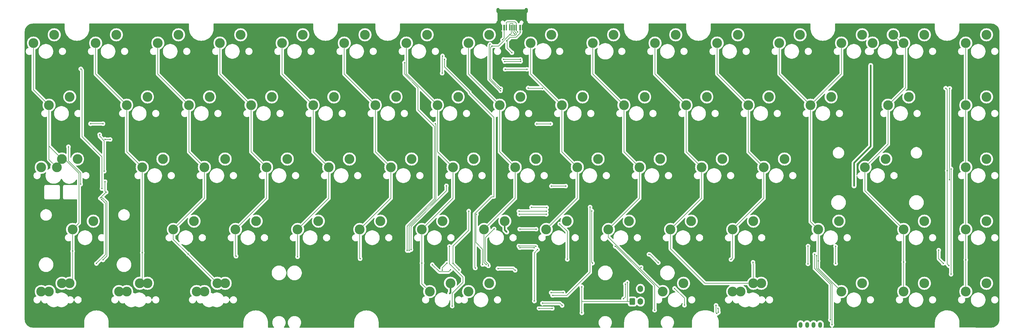
<source format=gbr>
%TF.GenerationSoftware,KiCad,Pcbnew,8.99.0-946-gf00a1ab517*%
%TF.CreationDate,2024-06-04T13:04:32+07:00*%
%TF.ProjectId,Sessantacinque65,53657373-616e-4746-9163-696e71756536,rev?*%
%TF.SameCoordinates,Original*%
%TF.FileFunction,Copper,L1,Top*%
%TF.FilePolarity,Positive*%
%FSLAX46Y46*%
G04 Gerber Fmt 4.6, Leading zero omitted, Abs format (unit mm)*
G04 Created by KiCad (PCBNEW 8.99.0-946-gf00a1ab517) date 2024-06-04 13:04:32*
%MOMM*%
%LPD*%
G01*
G04 APERTURE LIST*
G04 Aperture macros list*
%AMRoundRect*
0 Rectangle with rounded corners*
0 $1 Rounding radius*
0 $2 $3 $4 $5 $6 $7 $8 $9 X,Y pos of 4 corners*
0 Add a 4 corners polygon primitive as box body*
4,1,4,$2,$3,$4,$5,$6,$7,$8,$9,$2,$3,0*
0 Add four circle primitives for the rounded corners*
1,1,$1+$1,$2,$3*
1,1,$1+$1,$4,$5*
1,1,$1+$1,$6,$7*
1,1,$1+$1,$8,$9*
0 Add four rect primitives between the rounded corners*
20,1,$1+$1,$2,$3,$4,$5,0*
20,1,$1+$1,$4,$5,$6,$7,0*
20,1,$1+$1,$6,$7,$8,$9,0*
20,1,$1+$1,$8,$9,$2,$3,0*%
G04 Aperture macros list end*
%TA.AperFunction,ComponentPad*%
%ADD10C,0.400000*%
%TD*%
%TA.AperFunction,ComponentPad*%
%ADD11C,3.000000*%
%TD*%
%TA.AperFunction,ComponentPad*%
%ADD12RoundRect,0.250000X-0.600000X-0.750000X0.600000X-0.750000X0.600000X0.750000X-0.600000X0.750000X0*%
%TD*%
%TA.AperFunction,ComponentPad*%
%ADD13O,1.700000X2.000000*%
%TD*%
%TA.AperFunction,SMDPad,CuDef*%
%ADD14R,0.600000X1.760000*%
%TD*%
%TA.AperFunction,SMDPad,CuDef*%
%ADD15R,0.300000X1.760000*%
%TD*%
%TA.AperFunction,SMDPad,CuDef*%
%ADD16R,0.600000X1.450000*%
%TD*%
%TA.AperFunction,ComponentPad*%
%ADD17O,1.000000X2.100000*%
%TD*%
%TA.AperFunction,ComponentPad*%
%ADD18O,1.000000X1.600000*%
%TD*%
%TA.AperFunction,ComponentPad*%
%ADD19RoundRect,0.250000X-0.350000X-0.625000X0.350000X-0.625000X0.350000X0.625000X-0.350000X0.625000X0*%
%TD*%
%TA.AperFunction,ComponentPad*%
%ADD20O,1.200000X1.750000*%
%TD*%
%TA.AperFunction,ViaPad*%
%ADD21C,0.400000*%
%TD*%
%TA.AperFunction,Conductor*%
%ADD22C,0.200000*%
%TD*%
%TA.AperFunction,Conductor*%
%ADD23C,0.500000*%
%TD*%
G04 APERTURE END LIST*
D10*
%TO.P,SW12,1,1*%
%TO.N,C11*%
X199202500Y142250000D03*
X200442500Y140990000D03*
X200452500Y143490000D03*
D11*
X200452500Y142240000D03*
D10*
X201702500Y142240000D03*
%TO.P,SW12,2,2*%
%TO.N,Net-(D12-A)*%
X205552500Y144780000D03*
X206802500Y146040000D03*
D11*
X206802500Y144780000D03*
D10*
X206802500Y143540000D03*
X208042500Y144790000D03*
%TD*%
%TO.P,SW9,1,1*%
%TO.N,C8*%
X142052500Y142250000D03*
X143292500Y140990000D03*
X143302500Y143490000D03*
D11*
X143302500Y142240000D03*
D10*
X144552500Y142240000D03*
%TO.P,SW9,2,2*%
%TO.N,Net-(D9-A)*%
X148402500Y144780000D03*
X149652500Y146040000D03*
D11*
X149652500Y144780000D03*
D10*
X149652500Y143540000D03*
X150892500Y144790000D03*
%TD*%
%TO.P,SW72,1,1*%
%TO.N,C12*%
X237302500Y66050000D03*
X238542500Y64790000D03*
X238552500Y67290000D03*
D11*
X238552500Y66040000D03*
D10*
X239802500Y66040000D03*
%TO.P,SW72,2,2*%
%TO.N,Net-(D72-A)*%
X243652500Y68580000D03*
X244902500Y69840000D03*
D11*
X244902500Y68580000D03*
D10*
X244902500Y67340000D03*
X246142500Y68590000D03*
%TD*%
%TO.P,SW14,1,1*%
%TO.N,C13*%
X256352500Y142250000D03*
X257592500Y140990000D03*
X257602500Y143490000D03*
D11*
X257602500Y142240000D03*
D10*
X258852500Y142240000D03*
%TO.P,SW14,2,2*%
%TO.N,Net-(D14-A)*%
X262702500Y144780000D03*
X263952500Y146040000D03*
D11*
X263952500Y144780000D03*
D10*
X263952500Y143540000D03*
X265192500Y144790000D03*
%TD*%
%TO.P,SW20,1,1*%
%TO.N,C4*%
X75377500Y123200000D03*
X76617500Y121940000D03*
X76627500Y124440000D03*
D11*
X76627500Y123190000D03*
D10*
X77877500Y123190000D03*
%TO.P,SW20,2,2*%
%TO.N,Net-(D20-A)*%
X81727500Y125730000D03*
X82977500Y126990000D03*
D11*
X82977500Y125730000D03*
D10*
X82977500Y124490000D03*
X84217500Y125740000D03*
%TD*%
D12*
%TO.P,SWb\u00F4t1,1,1*%
%TO.N,+3.3V*%
X174430000Y62970000D03*
D13*
%TO.P,SWb\u00F4t1,2,2*%
%TO.N,boot*%
X176930000Y62970000D03*
%TD*%
D10*
%TO.P,SW22,1,1*%
%TO.N,C6*%
X113477500Y123200000D03*
X114717500Y121940000D03*
X114727500Y124440000D03*
D11*
X114727500Y123190000D03*
D10*
X115977500Y123190000D03*
%TO.P,SW22,2,2*%
%TO.N,Net-(D22-A)*%
X119827500Y125730000D03*
X121077500Y126990000D03*
D11*
X121077500Y125730000D03*
D10*
X121077500Y124490000D03*
X122317500Y125740000D03*
%TD*%
%TO.P,SW74,1,1*%
%TO.N,C14*%
X275402500Y66050000D03*
X276642500Y64790000D03*
X276652500Y67290000D03*
D11*
X276652500Y66040000D03*
D10*
X277902500Y66040000D03*
%TO.P,SW74,2,2*%
%TO.N,Net-(D74-A)*%
X281752500Y68580000D03*
X283002500Y69840000D03*
D11*
X283002500Y68580000D03*
D10*
X283002500Y67340000D03*
X284242500Y68590000D03*
%TD*%
%TO.P,SW47,1,1*%
%TO.N,Net-(D47-A)*%
X-7966500Y66050000D03*
X-6726500Y64790000D03*
X-6716500Y67290000D03*
D11*
X-6716500Y66040000D03*
D10*
X-5466500Y66040000D03*
%TO.P,SW47,2,2*%
%TO.N,C0*%
X-1616500Y68580000D03*
X-366500Y69840000D03*
D11*
X-366500Y68580000D03*
D10*
X-366500Y67340000D03*
X873500Y68590000D03*
%TD*%
%TO.P,SW1,1,1*%
%TO.N,C0*%
X-10347500Y142250000D03*
X-9107500Y140990000D03*
X-9097500Y143490000D03*
D11*
X-9097500Y142240000D03*
D10*
X-7847500Y142240000D03*
%TO.P,SW1,2,2*%
%TO.N,Net-(D1-A)*%
X-3997500Y144780000D03*
X-2747500Y146040000D03*
D11*
X-2747500Y144780000D03*
D10*
X-2747500Y143540000D03*
X-1507500Y144790000D03*
%TD*%
%TO.P,SW43,1,1*%
%TO.N,C12*%
X237302500Y142250000D03*
X238542500Y140990000D03*
X238552500Y143490000D03*
D11*
X238552500Y142240000D03*
D10*
X239802500Y142240000D03*
%TO.P,SW43,2,2*%
%TO.N,Net-(D43-A)*%
X243652500Y144780000D03*
X244902500Y146040000D03*
D11*
X244902500Y144780000D03*
D10*
X244902500Y143540000D03*
X246142500Y144790000D03*
%TD*%
%TO.P,SW23,1,1*%
%TO.N,C7*%
X132527500Y123200000D03*
X133767500Y121940000D03*
X133777500Y124440000D03*
D11*
X133777500Y123190000D03*
D10*
X135027500Y123190000D03*
%TO.P,SW23,2,2*%
%TO.N,Net-(D23-A)*%
X138877500Y125730000D03*
X140127500Y126990000D03*
D11*
X140127500Y125730000D03*
D10*
X140127500Y124490000D03*
X141367500Y125740000D03*
%TD*%
%TO.P,SW59,1,1*%
%TO.N,C13*%
X256352500Y85100000D03*
X257592500Y83840000D03*
X257602500Y86340000D03*
D11*
X257602500Y85090000D03*
D10*
X258852500Y85090000D03*
%TO.P,SW59,2,2*%
%TO.N,Net-(D59-A)*%
X262702500Y87630000D03*
X263952500Y88890000D03*
D11*
X263952500Y87630000D03*
D10*
X263952500Y86390000D03*
X265192500Y87640000D03*
%TD*%
%TO.P,SW16,1,1*%
%TO.N,C0*%
X-5584500Y123200000D03*
X-4344500Y121940000D03*
X-4334500Y124440000D03*
D11*
X-4334500Y123190000D03*
D10*
X-3084500Y123190000D03*
%TO.P,SW16,2,2*%
%TO.N,Net-(D16-A)*%
X765500Y125730000D03*
X2015500Y126990000D03*
D11*
X2015500Y125730000D03*
D10*
X2015500Y124490000D03*
X3255500Y125740000D03*
%TD*%
%TO.P,SW31,1,1*%
%TO.N,C0*%
X-3203500Y104150000D03*
X-1963500Y102890000D03*
X-1953500Y105390000D03*
D11*
X-1953500Y104140000D03*
D10*
X-703500Y104140000D03*
%TO.P,SW31,2,2*%
%TO.N,Net-(D31-A)*%
X3146500Y106680000D03*
X4396500Y107940000D03*
D11*
X4396500Y106680000D03*
D10*
X4396500Y105440000D03*
X5636500Y106690000D03*
%TD*%
%TO.P,SW1006,1,1*%
%TO.N,Net-(D31-A)*%
X-7966500Y104150000D03*
X-6726500Y102890000D03*
X-6716500Y105390000D03*
D11*
X-6716500Y104140000D03*
D10*
X-5466500Y104140000D03*
%TO.P,SW1006,2,2*%
%TO.N,C0*%
X-1616500Y106680000D03*
X-366500Y107940000D03*
D11*
X-366500Y106680000D03*
D10*
X-366500Y105440000D03*
X873500Y106690000D03*
%TD*%
%TO.P,SW51,1,1*%
%TO.N,C5*%
X89665000Y85100000D03*
X90905000Y83840000D03*
X90915000Y86340000D03*
D11*
X90915000Y85090000D03*
D10*
X92165000Y85090000D03*
%TO.P,SW51,2,2*%
%TO.N,Net-(D51-A)*%
X96015000Y87630000D03*
X97265000Y88890000D03*
D11*
X97265000Y87630000D03*
D10*
X97265000Y86390000D03*
X98505000Y87640000D03*
%TD*%
%TO.P,SW1002,1,1*%
%TO.N,Net-(D47-A)*%
X-5584500Y66050000D03*
X-4344500Y64790000D03*
X-4334500Y67290000D03*
D11*
X-4334500Y66040000D03*
D10*
X-3084500Y66040000D03*
%TO.P,SW1002,2,2*%
%TO.N,C0*%
X765500Y68580000D03*
X2015500Y69840000D03*
D11*
X2015500Y68580000D03*
D10*
X2015500Y67340000D03*
X3255500Y68590000D03*
%TD*%
%TO.P,SW57,1,1*%
%TO.N,C11*%
X203965000Y85100000D03*
X205205000Y83840000D03*
X205215000Y86340000D03*
D11*
X205215000Y85090000D03*
D10*
X206465000Y85090000D03*
%TO.P,SW57,2,2*%
%TO.N,Net-(D57-A)*%
X210315000Y87630000D03*
X211565000Y88890000D03*
D11*
X211565000Y87630000D03*
D10*
X211565000Y86390000D03*
X212805000Y87640000D03*
%TD*%
%TO.P,SW1005,1,1*%
%TO.N,Net-(D14-A)*%
X246827500Y142250000D03*
X248067500Y140990000D03*
X248077500Y143490000D03*
D11*
X248077500Y142240000D03*
D10*
X249327500Y142240000D03*
%TO.P,SW1005,2,2*%
%TO.N,C13*%
X253177500Y144780000D03*
X254427500Y146040000D03*
D11*
X254427500Y144780000D03*
D10*
X254427500Y143540000D03*
X255667500Y144790000D03*
%TD*%
%TO.P,SW27,1,1*%
%TO.N,C11*%
X208727500Y123200000D03*
X209967500Y121940000D03*
X209977500Y124440000D03*
D11*
X209977500Y123190000D03*
D10*
X211227500Y123190000D03*
%TO.P,SW27,2,2*%
%TO.N,Net-(D27-A)*%
X215077500Y125730000D03*
X216327500Y126990000D03*
D11*
X216327500Y125730000D03*
D10*
X216327500Y124490000D03*
X217567500Y125740000D03*
%TD*%
%TO.P,SW1001,1,1*%
%TO.N,Net-(D66-A)*%
X122992500Y66045000D03*
X124232500Y64785000D03*
X124242500Y67285000D03*
D11*
X124242500Y66035000D03*
D10*
X125492500Y66035000D03*
%TO.P,SW1001,2,2*%
%TO.N,C6*%
X129342500Y68575000D03*
X130592500Y69835000D03*
D11*
X130592500Y68575000D03*
D10*
X130592500Y67335000D03*
X131832500Y68585000D03*
%TD*%
D14*
%TO.P,J5,A1,GND*%
%TO.N,GND*%
X140842500Y146990000D03*
%TO.P,J5,A4,VBUS*%
%TO.N,+5V*%
X140042500Y146990000D03*
D15*
%TO.P,J5,A5,CC1*%
%TO.N,Net-(J5-CC1)*%
X138842500Y146990000D03*
%TO.P,J5,A6,D+*%
%TO.N,Net-(J1-Pin_3)*%
X137842500Y146990000D03*
%TO.P,J5,A7,D-*%
%TO.N,Net-(J1-Pin_2)*%
X137342500Y146990000D03*
D16*
%TO.P,J5,A9,VBUS*%
%TO.N,+5V*%
X135142500Y147145000D03*
%TO.P,J5,A12,GND*%
%TO.N,GND*%
X134342500Y147145000D03*
D14*
%TO.P,J5,B1,GND*%
X134342500Y146990000D03*
%TO.P,J5,B4,VBUS*%
%TO.N,+5V*%
X135142500Y146990000D03*
D15*
%TO.P,J5,B5,CC2*%
%TO.N,Net-(J5-CC1)*%
X135842500Y146990000D03*
%TO.P,J5,B6,D+*%
%TO.N,Net-(J1-Pin_3)*%
X136842500Y146990000D03*
%TO.P,J5,B7,D-*%
%TO.N,Net-(J1-Pin_2)*%
X138342500Y146990000D03*
D16*
%TO.P,J5,B9,VBUS*%
%TO.N,+5V*%
X140042500Y147145000D03*
%TO.P,J5,B12,GND*%
%TO.N,GND*%
X140842500Y147145000D03*
D17*
%TO.P,J5,S1,SHIELD*%
X141912500Y148060000D03*
D18*
X141912500Y152240000D03*
D17*
X133272500Y148060000D03*
D18*
X133272500Y152240000D03*
%TD*%
D10*
%TO.P,SW35,1,1*%
%TO.N,C4*%
X80140000Y104150000D03*
X81380000Y102890000D03*
X81390000Y105390000D03*
D11*
X81390000Y104140000D03*
D10*
X82640000Y104140000D03*
%TO.P,SW35,2,2*%
%TO.N,Net-(D35-A)*%
X86490000Y106680000D03*
X87740000Y107940000D03*
D11*
X87740000Y106680000D03*
D10*
X87740000Y105440000D03*
X88980000Y106690000D03*
%TD*%
%TO.P,SW18,1,1*%
%TO.N,C2*%
X37277500Y123200000D03*
X38517500Y121940000D03*
X38527500Y124440000D03*
D11*
X38527500Y123190000D03*
D10*
X39777500Y123190000D03*
%TO.P,SW18,2,2*%
%TO.N,Net-(D18-A)*%
X43627500Y125730000D03*
X44877500Y126990000D03*
D11*
X44877500Y125730000D03*
D10*
X44877500Y124490000D03*
X46117500Y125740000D03*
%TD*%
%TO.P,SW13,1,1*%
%TO.N,C12*%
X218252500Y142250000D03*
X219492500Y140990000D03*
X219502500Y143490000D03*
D11*
X219502500Y142240000D03*
D10*
X220752500Y142240000D03*
%TO.P,SW13,2,2*%
%TO.N,Net-(D13-A)*%
X224602500Y144780000D03*
X225852500Y146040000D03*
D11*
X225852500Y144780000D03*
D10*
X225852500Y143540000D03*
X227092500Y144790000D03*
%TD*%
D12*
%TO.P,SWb\u00F4trst1,1,1*%
%TO.N,GND*%
X174420000Y66890000D03*
D13*
%TO.P,SWb\u00F4trst1,2,2*%
%TO.N,RST*%
X176920000Y66890000D03*
%TD*%
D10*
%TO.P,SW49,1,1*%
%TO.N,C3*%
X51565000Y85100000D03*
X52805000Y83840000D03*
X52815000Y86340000D03*
D11*
X52815000Y85090000D03*
D10*
X54065000Y85090000D03*
%TO.P,SW49,2,2*%
%TO.N,Net-(D49-A)*%
X57915000Y87630000D03*
X59165000Y88890000D03*
D11*
X59165000Y87630000D03*
D10*
X59165000Y86390000D03*
X60405000Y87640000D03*
%TD*%
%TO.P,SW33,1,1*%
%TO.N,C2*%
X42040000Y104150000D03*
X43280000Y102890000D03*
X43290000Y105390000D03*
D11*
X43290000Y104140000D03*
D10*
X44540000Y104140000D03*
%TO.P,SW33,2,2*%
%TO.N,Net-(D33-A)*%
X48390000Y106680000D03*
X49640000Y107940000D03*
D11*
X49640000Y106680000D03*
D10*
X49640000Y105440000D03*
X50880000Y106690000D03*
%TD*%
%TO.P,SW60,1,1*%
%TO.N,C14*%
X275402500Y85100000D03*
X276642500Y83840000D03*
X276652500Y86340000D03*
D11*
X276652500Y85090000D03*
D10*
X277902500Y85090000D03*
%TO.P,SW60,2,2*%
%TO.N,Net-(D60-A)*%
X281752500Y87630000D03*
X283002500Y88890000D03*
D11*
X283002500Y87630000D03*
D10*
X283002500Y86390000D03*
X284242500Y87640000D03*
%TD*%
%TO.P,SW10,1,1*%
%TO.N,C9*%
X161102500Y142250000D03*
X162342500Y140990000D03*
X162352500Y143490000D03*
D11*
X162352500Y142240000D03*
D10*
X163602500Y142240000D03*
%TO.P,SW10,2,2*%
%TO.N,Net-(D10-A)*%
X167452500Y144780000D03*
X168702500Y146040000D03*
D11*
X168702500Y144780000D03*
D10*
X168702500Y143540000D03*
X169942500Y144790000D03*
%TD*%
%TO.P,SW19,1,1*%
%TO.N,C3*%
X56327500Y123200000D03*
X57567500Y121940000D03*
X57577500Y124440000D03*
D11*
X57577500Y123190000D03*
D10*
X58827500Y123190000D03*
%TO.P,SW19,2,2*%
%TO.N,Net-(D19-A)*%
X62677500Y125730000D03*
X63927500Y126990000D03*
D11*
X63927500Y125730000D03*
D10*
X63927500Y124490000D03*
X65167500Y125740000D03*
%TD*%
%TO.P,SW25,1,1*%
%TO.N,C9*%
X170627500Y123200000D03*
X171867500Y121940000D03*
X171877500Y124440000D03*
D11*
X171877500Y123190000D03*
D10*
X173127500Y123190000D03*
%TO.P,SW25,2,2*%
%TO.N,Net-(D25-A)*%
X176977500Y125730000D03*
X178227500Y126990000D03*
D11*
X178227500Y125730000D03*
D10*
X178227500Y124490000D03*
X179467500Y125740000D03*
%TD*%
%TO.P,SW1000,1,1*%
%TO.N,Net-(D70-A)*%
X203965500Y66050000D03*
X205205500Y64790000D03*
X205215500Y67290000D03*
D11*
X205215500Y66040000D03*
D10*
X206465500Y66040000D03*
%TO.P,SW1000,2,2*%
%TO.N,C10*%
X210315500Y68580000D03*
X211565500Y69840000D03*
D11*
X211565500Y68580000D03*
D10*
X211565500Y67340000D03*
X212805500Y68590000D03*
%TD*%
%TO.P,SW15,1,1*%
%TO.N,C14*%
X275402500Y142250000D03*
X276642500Y140990000D03*
X276652500Y143490000D03*
D11*
X276652500Y142240000D03*
D10*
X277902500Y142240000D03*
%TO.P,SW15,2,2*%
%TO.N,Net-(D15-A)*%
X281752500Y144780000D03*
X283002500Y146040000D03*
D11*
X283002500Y144780000D03*
D10*
X283002500Y143540000D03*
X284242500Y144790000D03*
%TD*%
%TO.P,SW4,1,1*%
%TO.N,C3*%
X46802500Y142250000D03*
X48042500Y140990000D03*
X48052500Y143490000D03*
D11*
X48052500Y142240000D03*
D10*
X49302500Y142240000D03*
%TO.P,SW4,2,2*%
%TO.N,Net-(D4-A)*%
X53152500Y144780000D03*
X54402500Y146040000D03*
D11*
X54402500Y144780000D03*
D10*
X54402500Y143540000D03*
X55642500Y144790000D03*
%TD*%
%TO.P,SW38,1,1*%
%TO.N,C7*%
X137290000Y104150000D03*
X138530000Y102890000D03*
X138540000Y105390000D03*
D11*
X138540000Y104140000D03*
D10*
X139790000Y104140000D03*
%TO.P,SW38,2,2*%
%TO.N,Net-(D38-A)*%
X143640000Y106680000D03*
X144890000Y107940000D03*
D11*
X144890000Y106680000D03*
D10*
X144890000Y105440000D03*
X146130000Y106690000D03*
%TD*%
%TO.P,SW62,1,1*%
%TO.N,Net-(D62-A)*%
X39658500Y66050000D03*
X40898500Y64790000D03*
X40908500Y67290000D03*
D11*
X40908500Y66040000D03*
D10*
X42158500Y66040000D03*
%TO.P,SW62,2,2*%
%TO.N,C2*%
X46008500Y68580000D03*
X47258500Y69840000D03*
D11*
X47258500Y68580000D03*
D10*
X47258500Y67340000D03*
X48498500Y68590000D03*
%TD*%
%TO.P,SW11,1,1*%
%TO.N,C10*%
X180152500Y142250000D03*
X181392500Y140990000D03*
X181402500Y143490000D03*
D11*
X181402500Y142240000D03*
D10*
X182652500Y142240000D03*
%TO.P,SW11,2,2*%
%TO.N,Net-(D11-A)*%
X186502500Y144780000D03*
X187752500Y146040000D03*
D11*
X187752500Y144780000D03*
D10*
X187752500Y143540000D03*
X188992500Y144790000D03*
%TD*%
%TO.P,SW48,1,1*%
%TO.N,C2*%
X32515000Y85100000D03*
X33755000Y83840000D03*
X33765000Y86340000D03*
D11*
X33765000Y85090000D03*
D10*
X35015000Y85090000D03*
%TO.P,SW48,2,2*%
%TO.N,Net-(D48-A)*%
X38865000Y87630000D03*
X40115000Y88890000D03*
D11*
X40115000Y87630000D03*
D10*
X40115000Y86390000D03*
X41355000Y87640000D03*
%TD*%
%TO.P,SW32,1,1*%
%TO.N,C1*%
X22990000Y104150000D03*
X24230000Y102890000D03*
X24240000Y105390000D03*
D11*
X24240000Y104140000D03*
D10*
X25490000Y104140000D03*
%TO.P,SW32,2,2*%
%TO.N,Net-(D32-A)*%
X29340000Y106680000D03*
X30590000Y107940000D03*
D11*
X30590000Y106680000D03*
D10*
X30590000Y105440000D03*
X31830000Y106690000D03*
%TD*%
%TO.P,SW17,1,1*%
%TO.N,C1*%
X18227500Y123200000D03*
X19467500Y121940000D03*
X19477500Y124440000D03*
D11*
X19477500Y123190000D03*
D10*
X20727500Y123190000D03*
%TO.P,SW17,2,2*%
%TO.N,Net-(D17-A)*%
X24577500Y125730000D03*
X25827500Y126990000D03*
D11*
X25827500Y125730000D03*
D10*
X25827500Y124490000D03*
X27067500Y125740000D03*
%TD*%
%TO.P,SW69,1,1*%
%TO.N,C9*%
X182533500Y66050000D03*
X183773500Y64790000D03*
X183783500Y67290000D03*
D11*
X183783500Y66040000D03*
D10*
X185033500Y66040000D03*
%TO.P,SW69,2,2*%
%TO.N,Net-(D69-A)*%
X188883500Y68580000D03*
X190133500Y69840000D03*
D11*
X190133500Y68580000D03*
D10*
X190133500Y67340000D03*
X191373500Y68590000D03*
%TD*%
%TO.P,SW40,1,1*%
%TO.N,C9*%
X175390000Y104150000D03*
X176630000Y102890000D03*
X176640000Y105390000D03*
D11*
X176640000Y104140000D03*
D10*
X177890000Y104140000D03*
%TO.P,SW40,2,2*%
%TO.N,Net-(D40-A)*%
X181740000Y106680000D03*
X182990000Y107940000D03*
D11*
X182990000Y106680000D03*
D10*
X182990000Y105440000D03*
X184230000Y106690000D03*
%TD*%
%TO.P,SW52,1,1*%
%TO.N,C6*%
X108715000Y85100000D03*
X109955000Y83840000D03*
X109965000Y86340000D03*
D11*
X109965000Y85090000D03*
D10*
X111215000Y85090000D03*
%TO.P,SW52,2,2*%
%TO.N,Net-(D52-A)*%
X115065000Y87630000D03*
X116315000Y88890000D03*
D11*
X116315000Y87630000D03*
D10*
X116315000Y86390000D03*
X117555000Y87640000D03*
%TD*%
%TO.P,SW21,1,1*%
%TO.N,C5*%
X94427500Y123200000D03*
X95667500Y121940000D03*
X95677500Y124440000D03*
D11*
X95677500Y123190000D03*
D10*
X96927500Y123190000D03*
%TO.P,SW21,2,2*%
%TO.N,Net-(D21-A)*%
X100777500Y125730000D03*
X102027500Y126990000D03*
D11*
X102027500Y125730000D03*
D10*
X102027500Y124490000D03*
X103267500Y125740000D03*
%TD*%
%TO.P,SW24,1,1*%
%TO.N,C8*%
X151577500Y123200000D03*
X152817500Y121940000D03*
X152827500Y124440000D03*
D11*
X152827500Y123190000D03*
D10*
X154077500Y123190000D03*
%TO.P,SW24,2,2*%
%TO.N,Net-(D24-A)*%
X157927500Y125730000D03*
X159177500Y126990000D03*
D11*
X159177500Y125730000D03*
D10*
X159177500Y124490000D03*
X160417500Y125740000D03*
%TD*%
%TO.P,SW2,1,1*%
%TO.N,C1*%
X8702500Y142250000D03*
X9942500Y140990000D03*
X9952500Y143490000D03*
D11*
X9952500Y142240000D03*
D10*
X11202500Y142240000D03*
%TO.P,SW2,2,2*%
%TO.N,Net-(D2-A)*%
X15052500Y144780000D03*
X16302500Y146040000D03*
D11*
X16302500Y144780000D03*
D10*
X16302500Y143540000D03*
X17542500Y144790000D03*
%TD*%
%TO.P,SW73,1,1*%
%TO.N,C13*%
X256352500Y66050000D03*
X257592500Y64790000D03*
X257602500Y67290000D03*
D11*
X257602500Y66040000D03*
D10*
X258852500Y66040000D03*
%TO.P,SW73,2,2*%
%TO.N,Net-(D73-A)*%
X262702500Y68580000D03*
X263952500Y69840000D03*
D11*
X263952500Y68580000D03*
D10*
X263952500Y67340000D03*
X265192500Y68590000D03*
%TD*%
%TO.P,SW28,1,1*%
%TO.N,C12*%
X227777500Y123200000D03*
X229017500Y121940000D03*
X229027500Y124440000D03*
D11*
X229027500Y123190000D03*
D10*
X230277500Y123190000D03*
%TO.P,SW28,2,2*%
%TO.N,Net-(D28-A)*%
X234127500Y125730000D03*
X235377500Y126990000D03*
D11*
X235377500Y125730000D03*
D10*
X235377500Y124490000D03*
X236617500Y125740000D03*
%TD*%
%TO.P,SW1004,1,1*%
%TO.N,Net-(D62-A)*%
X42040500Y66050000D03*
X43280500Y64790000D03*
X43290500Y67290000D03*
D11*
X43290500Y66040000D03*
D10*
X44540500Y66040000D03*
%TO.P,SW1004,2,2*%
%TO.N,C2*%
X48390500Y68580000D03*
X49640500Y69840000D03*
D11*
X49640500Y68580000D03*
D10*
X49640500Y67340000D03*
X50880500Y68590000D03*
%TD*%
%TO.P,SW44,1,1*%
%TO.N,C13*%
X244520600Y104150000D03*
X245760600Y102890000D03*
X245770600Y105390000D03*
D11*
X245770600Y104140000D03*
D10*
X247020600Y104140000D03*
%TO.P,SW44,2,2*%
%TO.N,Net-(D44-A)*%
X250870600Y106680000D03*
X252120600Y107940000D03*
D11*
X252120600Y106680000D03*
D10*
X252120600Y105440000D03*
X253360600Y106690000D03*
%TD*%
%TO.P,SW58,1,1*%
%TO.N,C12*%
X230159000Y85100000D03*
X231399000Y83840000D03*
X231409000Y86340000D03*
D11*
X231409000Y85090000D03*
D10*
X232659000Y85090000D03*
%TO.P,SW58,2,2*%
%TO.N,Net-(D58-A)*%
X236509000Y87630000D03*
X237759000Y88890000D03*
D11*
X237759000Y87630000D03*
D10*
X237759000Y86390000D03*
X238999000Y87640000D03*
%TD*%
%TO.P,SW54,1,1*%
%TO.N,C8*%
X146815000Y85100000D03*
X148055000Y83840000D03*
X148065000Y86340000D03*
D11*
X148065000Y85090000D03*
D10*
X149315000Y85090000D03*
%TO.P,SW54,2,2*%
%TO.N,Net-(D54-A)*%
X153165000Y87630000D03*
X154415000Y88890000D03*
D11*
X154415000Y87630000D03*
D10*
X154415000Y86390000D03*
X155655000Y87640000D03*
%TD*%
%TO.P,SW29,1,1*%
%TO.N,C13*%
X251590500Y123200000D03*
X252830500Y121940000D03*
X252840500Y124440000D03*
D11*
X252840500Y123190000D03*
D10*
X254090500Y123190000D03*
%TO.P,SW29,2,2*%
%TO.N,Net-(D29-A)*%
X257940500Y125730000D03*
X259190500Y126990000D03*
D11*
X259190500Y125730000D03*
D10*
X259190500Y124490000D03*
X260430500Y125740000D03*
%TD*%
%TO.P,SW55,1,1*%
%TO.N,C9*%
X165865000Y85100000D03*
X167105000Y83840000D03*
X167115000Y86340000D03*
D11*
X167115000Y85090000D03*
D10*
X168365000Y85090000D03*
%TO.P,SW55,2,2*%
%TO.N,Net-(D55-A)*%
X172215000Y87630000D03*
X173465000Y88890000D03*
D11*
X173465000Y87630000D03*
D10*
X173465000Y86390000D03*
X174705000Y87640000D03*
%TD*%
%TO.P,SW53,1,1*%
%TO.N,C7*%
X127765000Y85100000D03*
X129005000Y83840000D03*
X129015000Y86340000D03*
D11*
X129015000Y85090000D03*
D10*
X130265000Y85090000D03*
%TO.P,SW53,2,2*%
%TO.N,Net-(D53-A)*%
X134115000Y87630000D03*
X135365000Y88890000D03*
D11*
X135365000Y87630000D03*
D10*
X135365000Y86390000D03*
X136605000Y87640000D03*
%TD*%
%TO.P,SW61,1,1*%
%TO.N,Net-(D61-A)*%
X15846000Y66050000D03*
X17086000Y64790000D03*
X17096000Y67290000D03*
D11*
X17096000Y66040000D03*
D10*
X18346000Y66040000D03*
%TO.P,SW61,2,2*%
%TO.N,C1*%
X22196000Y68580000D03*
X23446000Y69840000D03*
D11*
X23446000Y68580000D03*
D10*
X23446000Y67340000D03*
X24686000Y68590000D03*
%TD*%
%TO.P,SW66,1,1*%
%TO.N,C6*%
X111096000Y66050000D03*
X112336000Y64790000D03*
X112346000Y67290000D03*
D11*
X112346000Y66040000D03*
D10*
X113596000Y66040000D03*
%TO.P,SW66,2,2*%
%TO.N,Net-(D66-A)*%
X117446000Y68580000D03*
X118696000Y69840000D03*
D11*
X118696000Y68580000D03*
D10*
X118696000Y67340000D03*
X119936000Y68590000D03*
%TD*%
%TO.P,SW36,1,1*%
%TO.N,C5*%
X99190000Y104150000D03*
X100430000Y102890000D03*
X100440000Y105390000D03*
D11*
X100440000Y104140000D03*
D10*
X101690000Y104140000D03*
%TO.P,SW36,2,2*%
%TO.N,Net-(D36-A)*%
X105540000Y106680000D03*
X106790000Y107940000D03*
D11*
X106790000Y106680000D03*
D10*
X106790000Y105440000D03*
X108030000Y106690000D03*
%TD*%
D19*
%TO.P,J2,1,Pin_1*%
%TO.N,GND*%
X224010000Y55830000D03*
D20*
%TO.P,J2,2,Pin_2*%
%TO.N,+3.3V*%
X226010000Y55830000D03*
%TO.P,J2,3,Pin_3*%
%TO.N,RST*%
X228010000Y55830000D03*
%TO.P,J2,4,Pin_4*%
%TO.N,DIO*%
X230010000Y55830000D03*
%TO.P,J2,5,Pin_5*%
%TO.N,CLK*%
X232010000Y55830000D03*
%TD*%
D10*
%TO.P,SW7,1,1*%
%TO.N,C6*%
X103952500Y142250000D03*
X105192500Y140990000D03*
X105202500Y143490000D03*
D11*
X105202500Y142240000D03*
D10*
X106452500Y142240000D03*
%TO.P,SW7,2,2*%
%TO.N,Net-(D7-A)*%
X110302500Y144780000D03*
X111552500Y146040000D03*
D11*
X111552500Y144780000D03*
D10*
X111552500Y143540000D03*
X112792500Y144790000D03*
%TD*%
%TO.P,SW46,1,1*%
%TO.N,C0*%
X1633100Y85100000D03*
X2873100Y83840000D03*
X2883100Y86340000D03*
D11*
X2883100Y85090000D03*
D10*
X4133100Y85090000D03*
%TO.P,SW46,2,2*%
%TO.N,Net-(D46-A)*%
X7983100Y87630000D03*
X9233100Y88890000D03*
D11*
X9233100Y87630000D03*
D10*
X9233100Y86390000D03*
X10473100Y87640000D03*
%TD*%
%TO.P,SW5,1,1*%
%TO.N,C4*%
X65852500Y142250000D03*
X67092500Y140990000D03*
X67102500Y143490000D03*
D11*
X67102500Y142240000D03*
D10*
X68352500Y142240000D03*
%TO.P,SW5,2,2*%
%TO.N,Net-(D5-A)*%
X72202500Y144780000D03*
X73452500Y146040000D03*
D11*
X73452500Y144780000D03*
D10*
X73452500Y143540000D03*
X74692500Y144790000D03*
%TD*%
%TO.P,SW6,1,1*%
%TO.N,C5*%
X84902500Y142250000D03*
X86142500Y140990000D03*
X86152500Y143490000D03*
D11*
X86152500Y142240000D03*
D10*
X87402500Y142240000D03*
%TO.P,SW6,2,2*%
%TO.N,Net-(D6-A)*%
X91252500Y144780000D03*
X92502500Y146040000D03*
D11*
X92502500Y144780000D03*
D10*
X92502500Y143540000D03*
X93742500Y144790000D03*
%TD*%
%TO.P,SW3,1,1*%
%TO.N,C2*%
X27752500Y142250000D03*
X28992500Y140990000D03*
X29002500Y143490000D03*
D11*
X29002500Y142240000D03*
D10*
X30252500Y142240000D03*
%TO.P,SW3,2,2*%
%TO.N,Net-(D3-A)*%
X34102500Y144780000D03*
X35352500Y146040000D03*
D11*
X35352500Y144780000D03*
D10*
X35352500Y143540000D03*
X36592500Y144790000D03*
%TD*%
%TO.P,SW1003,1,1*%
%TO.N,Net-(D61-A)*%
X18227500Y66050000D03*
X19467500Y64790000D03*
X19477500Y67290000D03*
D11*
X19477500Y66040000D03*
D10*
X20727500Y66040000D03*
%TO.P,SW1003,2,2*%
%TO.N,C1*%
X24577500Y68580000D03*
X25827500Y69840000D03*
D11*
X25827500Y68580000D03*
D10*
X25827500Y67340000D03*
X27067500Y68590000D03*
%TD*%
%TO.P,SW30,1,1*%
%TO.N,C14*%
X275402500Y123200000D03*
X276642500Y121940000D03*
X276652500Y124440000D03*
D11*
X276652500Y123190000D03*
D10*
X277902500Y123190000D03*
%TO.P,SW30,2,2*%
%TO.N,Net-(D30-A)*%
X281752500Y125730000D03*
X283002500Y126990000D03*
D11*
X283002500Y125730000D03*
D10*
X283002500Y124490000D03*
X284242500Y125740000D03*
%TD*%
%TO.P,SW26,1,1*%
%TO.N,C10*%
X189677500Y123200000D03*
X190917500Y121940000D03*
X190927500Y124440000D03*
D11*
X190927500Y123190000D03*
D10*
X192177500Y123190000D03*
%TO.P,SW26,2,2*%
%TO.N,Net-(D26-A)*%
X196027500Y125730000D03*
X197277500Y126990000D03*
D11*
X197277500Y125730000D03*
D10*
X197277500Y124490000D03*
X198517500Y125740000D03*
%TD*%
%TO.P,SW45,1,1*%
%TO.N,C14*%
X275402500Y104150000D03*
X276642500Y102890000D03*
X276652500Y105390000D03*
D11*
X276652500Y104140000D03*
D10*
X277902500Y104140000D03*
%TO.P,SW45,2,2*%
%TO.N,Net-(D45-A)*%
X281752500Y106680000D03*
X283002500Y107940000D03*
D11*
X283002500Y106680000D03*
D10*
X283002500Y105440000D03*
X284242500Y106690000D03*
%TD*%
%TO.P,SW8,1,1*%
%TO.N,C7*%
X123002500Y142250000D03*
X124242500Y140990000D03*
X124252500Y143490000D03*
D11*
X124252500Y142240000D03*
D10*
X125502500Y142240000D03*
%TO.P,SW8,2,2*%
%TO.N,Net-(D8-A)*%
X129352500Y144780000D03*
X130602500Y146040000D03*
D11*
X130602500Y144780000D03*
D10*
X130602500Y143540000D03*
X131842500Y144790000D03*
%TD*%
%TO.P,SW37,1,1*%
%TO.N,C6*%
X118240000Y104150000D03*
X119480000Y102890000D03*
X119490000Y105390000D03*
D11*
X119490000Y104140000D03*
D10*
X120740000Y104140000D03*
%TO.P,SW37,2,2*%
%TO.N,Net-(D37-A)*%
X124590000Y106680000D03*
X125840000Y107940000D03*
D11*
X125840000Y106680000D03*
D10*
X125840000Y105440000D03*
X127080000Y106690000D03*
%TD*%
%TO.P,SW50,1,1*%
%TO.N,C4*%
X70615000Y85100000D03*
X71855000Y83840000D03*
X71865000Y86340000D03*
D11*
X71865000Y85090000D03*
D10*
X73115000Y85090000D03*
%TO.P,SW50,2,2*%
%TO.N,Net-(D50-A)*%
X76965000Y87630000D03*
X78215000Y88890000D03*
D11*
X78215000Y87630000D03*
D10*
X78215000Y86390000D03*
X79455000Y87640000D03*
%TD*%
%TO.P,SW39,1,1*%
%TO.N,C8*%
X156340000Y104150000D03*
X157580000Y102890000D03*
X157590000Y105390000D03*
D11*
X157590000Y104140000D03*
D10*
X158840000Y104140000D03*
%TO.P,SW39,2,2*%
%TO.N,Net-(D39-A)*%
X162690000Y106680000D03*
X163940000Y107940000D03*
D11*
X163940000Y106680000D03*
D10*
X163940000Y105440000D03*
X165180000Y106690000D03*
%TD*%
%TO.P,SW70,1,1*%
%TO.N,Net-(D70-A)*%
X206346000Y66050000D03*
X207586000Y64790000D03*
X207596000Y67290000D03*
D11*
X207596000Y66040000D03*
D10*
X208846000Y66040000D03*
%TO.P,SW70,2,2*%
%TO.N,C10*%
X212696000Y68580000D03*
X213946000Y69840000D03*
D11*
X213946000Y68580000D03*
D10*
X213946000Y67340000D03*
X215186000Y68590000D03*
%TD*%
%TO.P,SW41,1,1*%
%TO.N,C10*%
X194440000Y104150000D03*
X195680000Y102890000D03*
X195690000Y105390000D03*
D11*
X195690000Y104140000D03*
D10*
X196940000Y104140000D03*
%TO.P,SW41,2,2*%
%TO.N,Net-(D41-A)*%
X200790000Y106680000D03*
X202040000Y107940000D03*
D11*
X202040000Y106680000D03*
D10*
X202040000Y105440000D03*
X203280000Y106690000D03*
%TD*%
%TO.P,SW34,1,1*%
%TO.N,C3*%
X61090000Y104150000D03*
X62330000Y102890000D03*
X62340000Y105390000D03*
D11*
X62340000Y104140000D03*
D10*
X63590000Y104140000D03*
%TO.P,SW34,2,2*%
%TO.N,Net-(D34-A)*%
X67440000Y106680000D03*
X68690000Y107940000D03*
D11*
X68690000Y106680000D03*
D10*
X68690000Y105440000D03*
X69930000Y106690000D03*
%TD*%
%TO.P,SW42,1,1*%
%TO.N,C11*%
X213490000Y104150000D03*
X214730000Y102890000D03*
X214740000Y105390000D03*
D11*
X214740000Y104140000D03*
D10*
X215990000Y104140000D03*
%TO.P,SW42,2,2*%
%TO.N,Net-(D42-A)*%
X219840000Y106680000D03*
X221090000Y107940000D03*
D11*
X221090000Y106680000D03*
D10*
X221090000Y105440000D03*
X222330000Y106690000D03*
%TD*%
%TO.P,SW56,1,1*%
%TO.N,C10*%
X184915000Y85100000D03*
X186155000Y83840000D03*
X186165000Y86340000D03*
D11*
X186165000Y85090000D03*
D10*
X187415000Y85090000D03*
%TO.P,SW56,2,2*%
%TO.N,Net-(D56-A)*%
X191265000Y87630000D03*
X192515000Y88890000D03*
D11*
X192515000Y87630000D03*
D10*
X192515000Y86390000D03*
X193755000Y87640000D03*
%TD*%
D18*
%TO.P,J6,S1,SHIELD*%
%TO.N,GND*%
X133272500Y152240000D03*
D17*
X133272500Y148060000D03*
D18*
X141912500Y152240000D03*
D17*
X141912500Y148060000D03*
%TD*%
D21*
%TO.N,GND*%
X137300000Y142410000D03*
X140500000Y71050000D03*
X138190000Y70890000D03*
X114850000Y137500000D03*
X153310000Y69190000D03*
X-2160000Y93750000D03*
X169870000Y65650000D03*
X118990000Y138120000D03*
X1030000Y93850000D03*
X148520000Y66460000D03*
X145320000Y65270000D03*
X161560000Y65340000D03*
X120820000Y142020000D03*
X146830000Y64190000D03*
X169620000Y60100000D03*
X140870000Y142750000D03*
X7760000Y127180000D03*
X2330000Y128490000D03*
X149871945Y61540947D03*
%TO.N,+3.3V*%
X158980000Y59480000D03*
X133250000Y73100000D03*
X200333671Y59315152D03*
X158930000Y67500000D03*
X172920000Y68860000D03*
X187380000Y66990000D03*
X135000000Y137240000D03*
X190430000Y61850000D03*
X145860000Y60910000D03*
X126310000Y73260000D03*
X200110000Y61790000D03*
X140140000Y137250000D03*
X138530000Y72560000D03*
X149910000Y60870000D03*
X116850000Y137260000D03*
%TO.N,RST*%
X200680000Y60878008D03*
X200810000Y59680000D03*
X152938603Y61778603D03*
X146890000Y62440000D03*
%TO.N,R0*%
X140230000Y136610000D03*
X105450979Y78630705D03*
X104640000Y136215000D03*
X135340000Y136550000D03*
%TO.N,R1*%
X145160000Y117470000D03*
X106050967Y78626473D03*
X8390000Y117490000D03*
X12220000Y117520000D03*
X114040000Y117490000D03*
X149420000Y117470000D03*
%TO.N,R2*%
X242420000Y98440000D03*
X5360000Y98940000D03*
X149660000Y98400000D03*
X1610000Y110440000D03*
X154030000Y98390000D03*
X247510000Y135350000D03*
X106590000Y78890000D03*
X117470000Y98440000D03*
%TO.N,R3*%
X139960000Y79480000D03*
X144350000Y79490000D03*
%TO.N,R4*%
X139636965Y79985620D03*
X119240000Y61580000D03*
X144854026Y79890000D03*
X169226394Y79889999D03*
X181270000Y60310000D03*
X118390000Y79890000D03*
%TO.N,Net-(D53-A)*%
X135950000Y84310000D03*
%TO.N,Net-(D66-A)*%
X118470000Y65460000D03*
%TO.N,Net-(DRGB1-DIN)*%
X272150000Y103660000D03*
X272140000Y71350000D03*
%TO.N,+5V*%
X135920000Y142930000D03*
X124300000Y90700000D03*
X11170000Y114180000D03*
X140042500Y145620000D03*
X121360000Y72640000D03*
X113140000Y74280000D03*
X12590000Y102970000D03*
X162010000Y90800000D03*
X146925196Y128385196D03*
X236730000Y79890000D03*
X116270000Y138290000D03*
X228320000Y79980000D03*
X270500000Y128390000D03*
X271500000Y73960000D03*
X118730000Y72710000D03*
X12840000Y99740000D03*
X12180000Y75750000D03*
X137550000Y139300000D03*
X162250000Y74740000D03*
X148100000Y90710000D03*
X270970000Y103110000D03*
X119470000Y74680000D03*
X139690000Y90680000D03*
X134681446Y143248554D03*
X116160000Y133000000D03*
X228270000Y74540000D03*
X142500000Y128470000D03*
X236770000Y74630000D03*
X13180000Y96510000D03*
%TO.N,Net-(DRGB1-DOUT)*%
X271740000Y128360000D03*
X271640000Y100350000D03*
%TO.N,Net-(DRGB5-DOUT)*%
X142140000Y134210000D03*
X135460000Y134210000D03*
%TO.N,Net-(DRGB10-DIN)*%
X11880000Y97600000D03*
X5410000Y134310000D03*
%TO.N,Net-(DRGB10-DOUT)*%
X11790000Y94330000D03*
X10190000Y74640000D03*
%TO.N,Net-(DRGB13-DOUT)*%
X116200000Y72590000D03*
X117630000Y74730000D03*
%TO.N,Net-(DRGB14-DOUT)*%
X139790000Y89710000D03*
X154520000Y75910000D03*
X126640000Y89710000D03*
X148100000Y89720000D03*
X128573106Y74330000D03*
X152210000Y86780000D03*
%TO.N,Net-(DRGB15-DOUT)*%
X179546446Y77463554D03*
X182420000Y74880000D03*
%TO.N,RGB*%
X144420000Y63120000D03*
X268360000Y78720000D03*
X145400000Y78890000D03*
X269740000Y74700000D03*
%TO.N,Net-(J1-Pin_2)*%
X134123554Y128243554D03*
X131460000Y141300000D03*
X136970000Y144830000D03*
%TO.N,Net-(J1-Pin_3)*%
X14392500Y112670000D03*
X138342500Y145070000D03*
X12840000Y112720000D03*
X134050000Y127610000D03*
X130850000Y141860000D03*
%TO.N,DIO*%
X235150000Y57390000D03*
X230312688Y77480000D03*
%TO.N,CLK*%
X235650000Y55870000D03*
X230909000Y77080000D03*
%TO.N,Net-(J5-CC1)*%
X139342500Y145600000D03*
%TO.N,boot*%
X172290000Y68340000D03*
X171760000Y63850000D03*
%TO.N,Net-(Ud1-SPI2_NSS{slash}I2S2_WS{slash}I2C1_SDA{slash}TIM17_CH1{slash}PB9)*%
X148180000Y91800000D03*
X143530000Y91890000D03*
X161510000Y91930000D03*
X150020000Y64850000D03*
%TO.N,C0*%
X2883100Y78440000D03*
%TO.N,C1*%
X24240000Y77940000D03*
%TO.N,C2*%
X38299250Y77539250D03*
%TO.N,C3*%
X52990000Y76880000D03*
%TO.N,C4*%
X71850000Y76710000D03*
%TO.N,C5*%
X91020000Y76110000D03*
%TO.N,C6*%
X109965000Y74730000D03*
%TO.N,C7*%
X129630000Y74330000D03*
%TO.N,C8*%
X144970000Y85160000D03*
X132090000Y85230000D03*
X139940000Y85180000D03*
X130350000Y73930000D03*
%TO.N,C9*%
X153274925Y65684925D03*
X149590000Y65720000D03*
X177160074Y73459926D03*
%TO.N,C10*%
X211450000Y75020000D03*
%TO.N,C11*%
X204690000Y75880000D03*
%TO.N,C12*%
X231409000Y75460000D03*
%TO.N,C13*%
X257602500Y75130000D03*
%TO.N,C14*%
X276652500Y75790000D03*
%TD*%
D22*
%TO.N,GND*%
X149871945Y61540947D02*
X145439053Y61540947D01*
X134342500Y146990000D02*
X133272500Y148060000D01*
X145439053Y61540947D02*
X145190000Y61790000D01*
X140842500Y146990000D02*
X141912500Y148060000D01*
X133272500Y152240000D02*
X133272500Y148060000D01*
X141912500Y152240000D02*
X141912500Y148060000D01*
%TO.N,+3.3V*%
X158980000Y67450000D02*
X158930000Y67500000D01*
X133250000Y73100000D02*
X137990000Y73100000D01*
X158980000Y59480000D02*
X158980000Y62940000D01*
X116850000Y134950000D02*
X124590000Y127210000D01*
X124590000Y126870444D02*
X132040000Y119420444D01*
X190430000Y63986902D02*
X187426902Y66990000D01*
X132040000Y119420444D02*
X132040000Y95090000D01*
X131312893Y95090000D02*
X126140000Y89917107D01*
X137990000Y73100000D02*
X138530000Y72560000D01*
X172890000Y62970000D02*
X159010000Y62970000D01*
X187426902Y66990000D02*
X187380000Y66990000D01*
X145860000Y60910000D02*
X149870000Y60910000D01*
X159010000Y62970000D02*
X158980000Y62940000D01*
X124590000Y127210000D02*
X124590000Y126870444D01*
X140140000Y137250000D02*
X135010000Y137250000D01*
X135010000Y137250000D02*
X135000000Y137240000D01*
X132040000Y95090000D02*
X131312893Y95090000D01*
X149870000Y60910000D02*
X149910000Y60870000D01*
X172920000Y68860000D02*
X172920000Y63000000D01*
X200110000Y59538823D02*
X200110000Y61790000D01*
X126140000Y89917107D02*
X126140000Y73430000D01*
X126140000Y73430000D02*
X126310000Y73260000D01*
X116850000Y137260000D02*
X116850000Y134950000D01*
X172920000Y63000000D02*
X172890000Y62970000D01*
X190430000Y61850000D02*
X190430000Y63986902D01*
X174430000Y62970000D02*
X172890000Y62970000D01*
X158980000Y62940000D02*
X158980000Y67450000D01*
X200333671Y59315152D02*
X200110000Y59538823D01*
%TO.N,RST*%
X200810000Y59680000D02*
X200810000Y60748008D01*
X152277206Y62440000D02*
X152938603Y61778603D01*
X146890000Y62440000D02*
X152277206Y62440000D01*
X200810000Y60748008D02*
X200680000Y60878008D01*
%TO.N,R0*%
X104640000Y132711814D02*
X104640000Y136215000D01*
X140170000Y136550000D02*
X140230000Y136610000D01*
X108712956Y89304328D02*
X113820000Y94411372D01*
X113820000Y94411372D02*
X113820000Y116660000D01*
X108770000Y128581814D02*
X104640000Y132711814D01*
X108770000Y121710000D02*
X108770000Y128581814D01*
X105450979Y78630705D02*
X105450979Y86042350D01*
X108508629Y89100000D02*
X108712956Y89304328D01*
X113820000Y116660000D02*
X108770000Y121710000D01*
X135340000Y136550000D02*
X140170000Y136550000D01*
X105450979Y86042350D02*
X108508629Y89100000D01*
%TO.N,R1*%
X12190000Y117490000D02*
X12220000Y117520000D01*
X107374315Y87400000D02*
X109622157Y89647843D01*
X106050967Y78626473D02*
X106050967Y86076652D01*
X149420000Y117470000D02*
X145160000Y117470000D01*
X109622157Y89647843D02*
X114220000Y94245686D01*
X106190000Y86215685D02*
X106190000Y86215686D01*
X106190000Y86215686D02*
X107374315Y87400000D01*
X8390000Y117490000D02*
X12190000Y117490000D01*
X114220000Y94245686D02*
X114220000Y117310000D01*
X106050967Y86076652D02*
X106190000Y86215685D01*
X114220000Y117310000D02*
X114040000Y117490000D01*
%TO.N,R2*%
X1610000Y106080771D02*
X1610000Y110440000D01*
X117470000Y96930000D02*
X117470000Y98440000D01*
X154030000Y98390000D02*
X149670000Y98390000D01*
D23*
X242420000Y105500000D02*
X242420000Y98440000D01*
D22*
X5330000Y98970000D02*
X5330000Y102360771D01*
X106590000Y86050000D02*
X117470000Y96930000D01*
D23*
X247510000Y135350000D02*
X247510000Y110590000D01*
D22*
X5330000Y102360771D02*
X5019585Y102671186D01*
X149670000Y98390000D02*
X149660000Y98400000D01*
X5019585Y102671186D02*
X1610000Y106080771D01*
X106590000Y78890000D02*
X106590000Y86050000D01*
X5360000Y98940000D02*
X5330000Y98970000D01*
D23*
X247510000Y110590000D02*
X242420000Y105500000D01*
D22*
%TO.N,R3*%
X144340000Y79480000D02*
X144350000Y79490000D01*
X139960000Y79480000D02*
X144340000Y79480000D01*
%TO.N,R4*%
X119990000Y66270000D02*
X119240000Y65520000D01*
X118390000Y74580000D02*
X122530000Y70440000D01*
X122530000Y70440000D02*
X122530000Y68810000D01*
X139641345Y79990000D02*
X139636965Y79985620D01*
X119240000Y65520000D02*
X119240000Y61580000D01*
X122530000Y68810000D02*
X119990000Y66270000D01*
X169367815Y79889999D02*
X169226394Y79889999D01*
X144854026Y79890000D02*
X144754026Y79990000D01*
X181270000Y60310000D02*
X181270000Y67987814D01*
X144754026Y79990000D02*
X139641345Y79990000D01*
X181158907Y68098907D02*
X169367815Y79889999D01*
X118390000Y79890000D02*
X118390000Y74580000D01*
X181270000Y67987814D02*
X181158907Y68098907D01*
D23*
%TO.N,Net-(D53-A)*%
X135365000Y87630000D02*
X135365000Y84895000D01*
X135365000Y84895000D02*
X135950000Y84310000D01*
%TO.N,Net-(D66-A)*%
X118696000Y65686000D02*
X118470000Y65460000D01*
X118696000Y68580000D02*
X118696000Y65686000D01*
D22*
%TO.N,Net-(DRGB1-DIN)*%
X272140000Y71350000D02*
X272140000Y103650000D01*
X272140000Y103650000D02*
X272150000Y103660000D01*
%TO.N,+5V*%
X13180000Y96510000D02*
X11290000Y94620000D01*
X228270000Y74540000D02*
X228270000Y79930000D01*
X11170000Y114180000D02*
X11170000Y113682893D01*
X148070000Y90680000D02*
X148100000Y90710000D01*
X113140000Y74280000D02*
X115330000Y72090000D01*
X11500000Y94830000D02*
X11997107Y94830000D01*
X162010000Y74980000D02*
X162250000Y74740000D01*
X134681446Y143248554D02*
X135142500Y143709608D01*
X116160000Y138180000D02*
X116270000Y138290000D01*
X11290000Y94620000D02*
X11500000Y94830000D01*
X119470000Y74680000D02*
X119470000Y79990000D01*
X162010000Y90800000D02*
X162010000Y74980000D01*
X138770000Y143990000D02*
X137050000Y143990000D01*
X137050000Y143990000D02*
X136110000Y143050000D01*
X270970000Y102570000D02*
X270970000Y127920000D01*
X270970000Y102570000D02*
X270970000Y103110000D01*
X270970000Y127920000D02*
X270500000Y128390000D01*
X118110000Y72090000D02*
X118730000Y72710000D01*
X146925196Y128385196D02*
X142584804Y128385196D01*
X11997107Y94830000D02*
X13373100Y93454007D01*
X115330000Y72090000D02*
X118110000Y72090000D01*
X139690000Y90680000D02*
X148070000Y90680000D01*
X119470000Y79990000D02*
X121540000Y82060000D01*
X124300000Y84820000D02*
X124300000Y90700000D01*
X271500000Y73960000D02*
X270970000Y74490000D01*
X121310000Y72840000D02*
X119470000Y74680000D01*
X142584804Y128385196D02*
X142500000Y128470000D01*
X11170000Y113682893D02*
X12590000Y112262893D01*
X140042500Y146990000D02*
X140042500Y145620000D01*
X13373100Y76943100D02*
X12180000Y75750000D01*
X121540000Y82060000D02*
X124300000Y84820000D01*
X270970000Y74490000D02*
X270970000Y102570000D01*
X116160000Y133000000D02*
X116160000Y138180000D01*
X140042500Y145620000D02*
X140042500Y145262500D01*
X236730000Y74670000D02*
X236770000Y74630000D01*
X12590000Y112262893D02*
X12590000Y102970000D01*
X136110000Y140740000D02*
X137550000Y139300000D01*
X12840000Y96850000D02*
X13180000Y96510000D01*
X12840000Y99740000D02*
X12840000Y96850000D01*
X228270000Y79930000D02*
X228320000Y79980000D01*
X121360000Y72640000D02*
X121310000Y72690000D01*
X136110000Y143050000D02*
X135990000Y142930000D01*
X138920000Y144140000D02*
X138770000Y143990000D01*
X135990000Y142930000D02*
X135920000Y142930000D01*
X236730000Y79890000D02*
X236730000Y74670000D01*
X13373100Y93454007D02*
X13373100Y76943100D01*
X136110000Y143050000D02*
X136110000Y140740000D01*
X121310000Y72690000D02*
X121310000Y72840000D01*
X135142500Y143709608D02*
X135142500Y146990000D01*
X140042500Y145262500D02*
X138920000Y144140000D01*
%TO.N,Net-(DRGB1-DOUT)*%
X271640000Y128260000D02*
X271740000Y128360000D01*
X271640000Y100350000D02*
X271640000Y128260000D01*
%TO.N,Net-(DRGB5-DOUT)*%
X142140000Y134210000D02*
X135460000Y134210000D01*
%TO.N,Net-(DRGB10-DIN)*%
X11660000Y107630000D02*
X11880000Y107410000D01*
X11880000Y107410000D02*
X11880000Y97600000D01*
X5755500Y133964500D02*
X5755500Y113534500D01*
X5755500Y113534500D02*
X11660000Y107630000D01*
X5410000Y134310000D02*
X5755500Y133964500D01*
%TO.N,Net-(DRGB10-DOUT)*%
X11790000Y94330000D02*
X12973100Y93146900D01*
X12973100Y77423100D02*
X10190000Y74640000D01*
X12973100Y93146900D02*
X12973100Y77423100D01*
%TO.N,Net-(DRGB13-DOUT)*%
X116200000Y72590000D02*
X116200000Y73300000D01*
X116200000Y73300000D02*
X117630000Y74730000D01*
%TO.N,Net-(DRGB14-DOUT)*%
X126545000Y81055000D02*
X126545000Y89615000D01*
X126760000Y80840000D02*
X126545000Y81055000D01*
X152210000Y86780000D02*
X154520000Y84470000D01*
X126545000Y89615000D02*
X126640000Y89710000D01*
X139790000Y89710000D02*
X148090000Y89710000D01*
X148090000Y89710000D02*
X148100000Y89720000D01*
X128573106Y74330000D02*
X128573106Y79026894D01*
X154520000Y84470000D02*
X154520000Y75910000D01*
X128573106Y79026894D02*
X126760000Y80840000D01*
%TO.N,Net-(DRGB15-DOUT)*%
X179546446Y77463554D02*
X179836446Y77463554D01*
X179836446Y77463554D02*
X182420000Y74880000D01*
%TO.N,RGB*%
X268360000Y78720000D02*
X268360000Y76080000D01*
X144430000Y77920000D02*
X145400000Y78890000D01*
X268360000Y76080000D02*
X269740000Y74700000D01*
X144420000Y63120000D02*
X144430000Y63130000D01*
X144430000Y63130000D02*
X144430000Y77920000D01*
%TO.N,Net-(J1-Pin_2)*%
X131722843Y130502843D02*
X131000000Y131225686D01*
X136970000Y144830000D02*
X133440000Y141300000D01*
X138842500Y145277107D02*
X138842500Y144862893D01*
X134123554Y128243554D02*
X133982132Y128243554D01*
X131000000Y131225686D02*
X131000000Y131910000D01*
X131000000Y131910000D02*
X131000000Y140840000D01*
X138342500Y145777107D02*
X138842500Y145277107D01*
X137342500Y145202500D02*
X136970000Y144830000D01*
X137230000Y144570000D02*
X136970000Y144830000D01*
X138842500Y144862893D02*
X138549607Y144570000D01*
X138549607Y144570000D02*
X137230000Y144570000D01*
X137342500Y146990000D02*
X137342500Y145202500D01*
X133982132Y128243554D02*
X131722843Y130502843D01*
X138342500Y146990000D02*
X138342500Y145777107D01*
X131000000Y140840000D02*
X131460000Y141300000D01*
X133440000Y141300000D02*
X131460000Y141300000D01*
%TO.N,Net-(J1-Pin_3)*%
X137842500Y146990000D02*
X137842500Y145570000D01*
X130600000Y141610000D02*
X130850000Y141860000D01*
X136842500Y148120000D02*
X136992500Y148270000D01*
X130600000Y131060000D02*
X130600000Y141610000D01*
X137850000Y148160000D02*
X137842500Y148152500D01*
X136842500Y146990000D02*
X136842500Y148120000D01*
X12840000Y112720000D02*
X14342500Y112720000D01*
X137740000Y148270000D02*
X137850000Y148160000D01*
X137842500Y145570000D02*
X138342500Y145070000D01*
X136992500Y148270000D02*
X137740000Y148270000D01*
X134050000Y127610000D02*
X130600000Y131060000D01*
X137842500Y148152500D02*
X137842500Y146990000D01*
X14342500Y112720000D02*
X14392500Y112670000D01*
%TO.N,DIO*%
X230312688Y77480000D02*
X230312688Y73148441D01*
X235150000Y68311129D02*
X235150000Y57390000D01*
X233370565Y70090564D02*
X235150000Y68311129D01*
X230312688Y73148441D02*
X233370565Y70090564D01*
%TO.N,CLK*%
X231838407Y72188408D02*
X235650000Y68376815D01*
X230909000Y73117815D02*
X231838407Y72188408D01*
X235650000Y68376815D02*
X235650000Y55870000D01*
X230909000Y77080000D02*
X230909000Y73117815D01*
%TO.N,Net-(J5-CC1)*%
X135842500Y148482500D02*
X135842500Y146990000D01*
X138842500Y146990000D02*
X138842500Y146100000D01*
X138842500Y146100000D02*
X139342500Y145600000D01*
X136080000Y148720000D02*
X135842500Y148482500D01*
X138842500Y148307500D02*
X138430000Y148720000D01*
X138842500Y146990000D02*
X138842500Y148307500D01*
X138430000Y148720000D02*
X136080000Y148720000D01*
%TO.N,boot*%
X171760000Y63850000D02*
X172290000Y64380000D01*
X172290000Y64380000D02*
X172290000Y68340000D01*
%TO.N,Net-(Ud1-SPI2_NSS{slash}I2S2_WS{slash}I2C1_SDA{slash}TIM17_CH1{slash}PB9)*%
X154380000Y64850000D02*
X150020000Y64850000D01*
X161510000Y71980000D02*
X157610000Y68080000D01*
X161510000Y91930000D02*
X161510000Y71980000D01*
X143530000Y91890000D02*
X148090000Y91890000D01*
X148090000Y91890000D02*
X148180000Y91800000D01*
X157610000Y68080000D02*
X154380000Y64850000D01*
%TO.N,C0*%
X-4334500Y123190000D02*
X-4334500Y106521000D01*
X2883100Y69447600D02*
X2015500Y68580000D01*
X2015500Y68580000D02*
X-366500Y68580000D01*
X4853900Y87060800D02*
X2883100Y85090000D01*
X-9097500Y127953000D02*
X-4334500Y123190000D01*
X-4334500Y110648000D02*
X-366500Y106680000D01*
X-4334500Y106521000D02*
X-1953500Y104140000D01*
X2883100Y85090000D02*
X2883100Y78440000D01*
X4853900Y102271186D02*
X4853900Y87060800D01*
X2883100Y78440000D02*
X2883100Y69447600D01*
X445086Y106680000D02*
X4853900Y102271186D01*
X-9097500Y142240000D02*
X-9097500Y127953000D01*
X-366500Y106680000D02*
X445086Y106680000D01*
X-4334500Y123190000D02*
X-4334500Y110648000D01*
%TO.N,C1*%
X24240000Y69374000D02*
X23446000Y68580000D01*
X23446000Y68580000D02*
X25827500Y68580000D01*
X9952500Y142240000D02*
X9952500Y132715000D01*
X19477500Y108902500D02*
X24240000Y104140000D01*
X19477500Y123190000D02*
X19477500Y108902500D01*
X24240000Y104140000D02*
X24240000Y69374000D01*
X9952500Y132715000D02*
X19477500Y123190000D01*
%TO.N,C2*%
X38299250Y77539250D02*
X47258500Y68580000D01*
X43290000Y104140000D02*
X43290000Y94615000D01*
X33765000Y85090000D02*
X33765000Y82073500D01*
X38527500Y123190000D02*
X38527500Y108902500D01*
X33765000Y82073500D02*
X38299250Y77539250D01*
X29002500Y132715000D02*
X38527500Y123190000D01*
X29002500Y142240000D02*
X29002500Y132715000D01*
X49640500Y68580000D02*
X47258500Y68580000D01*
X43290000Y94615000D02*
X33765000Y85090000D01*
X38527500Y108902500D02*
X43290000Y104140000D01*
%TO.N,C3*%
X52990000Y76880000D02*
X52815000Y77055000D01*
X48052500Y142240000D02*
X48052500Y132715000D01*
X57577500Y108902500D02*
X62340000Y104140000D01*
X62340000Y104140000D02*
X62340000Y94615000D01*
X57577500Y123190000D02*
X57577500Y108902500D01*
X62340000Y94615000D02*
X52815000Y85090000D01*
X52815000Y77055000D02*
X52815000Y85090000D01*
X48052500Y132715000D02*
X57577500Y123190000D01*
%TO.N,C4*%
X81390000Y94615000D02*
X71865000Y85090000D01*
X76627500Y123190000D02*
X76627500Y108902500D01*
X76627500Y108902500D02*
X81390000Y104140000D01*
X67102500Y132715000D02*
X76627500Y123190000D01*
X71850000Y76710000D02*
X71865000Y76725000D01*
X67102500Y142240000D02*
X67102500Y132715000D01*
X81390000Y104140000D02*
X81390000Y94615000D01*
X71865000Y76725000D02*
X71865000Y85090000D01*
%TO.N,C5*%
X100440000Y94615000D02*
X90915000Y85090000D01*
X90915000Y76215000D02*
X90915000Y85090000D01*
X91020000Y76110000D02*
X90915000Y76215000D01*
X100440000Y104140000D02*
X100440000Y94615000D01*
X86152500Y132715000D02*
X95677500Y123190000D01*
X95677500Y123190000D02*
X95677500Y108902500D01*
X86152500Y142240000D02*
X86152500Y132715000D01*
X95677500Y108902500D02*
X100440000Y104140000D01*
%TO.N,C6*%
X109965000Y68421000D02*
X112346000Y66040000D01*
X109965000Y85090000D02*
X109965000Y68421000D01*
X105202500Y142240000D02*
X105202500Y132715000D01*
X114727500Y123190000D02*
X114727500Y108902500D01*
X119490000Y104140000D02*
X119490000Y94615000D01*
X114727500Y108902500D02*
X119490000Y104140000D01*
X105202500Y132715000D02*
X114727500Y123190000D01*
X119490000Y94615000D02*
X109965000Y85090000D01*
%TO.N,C7*%
X124252500Y142240000D02*
X124252500Y132715000D01*
X133777500Y123190000D02*
X133777500Y108902500D01*
X133777500Y108902500D02*
X138540000Y104140000D01*
X124252500Y132715000D02*
X133777500Y123190000D01*
X129630000Y74330000D02*
X129015000Y74945000D01*
X138540000Y104140000D02*
X138540000Y94615000D01*
X138540000Y94615000D02*
X129015000Y85090000D01*
X129015000Y74945000D02*
X129015000Y85090000D01*
%TO.N,C8*%
X129415000Y75252107D02*
X129415000Y75390000D01*
X130860000Y84010000D02*
X132080000Y85230000D01*
X130350000Y73930000D02*
X130350000Y74317107D01*
X144950000Y85180000D02*
X144970000Y85160000D01*
X152827500Y123190000D02*
X152827500Y108902500D01*
X129415000Y75390000D02*
X129415000Y82565000D01*
X157590000Y104140000D02*
X157590000Y94615000D01*
X143302500Y132715000D02*
X152827500Y123190000D01*
X152827500Y108902500D02*
X157590000Y104140000D01*
X132080000Y85230000D02*
X132090000Y85230000D01*
X139940000Y85180000D02*
X144950000Y85180000D01*
X143302500Y142240000D02*
X143302500Y132715000D01*
X129415000Y82565000D02*
X130860000Y84010000D01*
X130350000Y74317107D02*
X129415000Y75252107D01*
X157590000Y94615000D02*
X148065000Y85090000D01*
%TO.N,C9*%
X177160074Y73459926D02*
X177160074Y73450074D01*
X167115000Y85090000D02*
X167115000Y82708500D01*
X176640000Y104140000D02*
X176640000Y94615000D01*
X177160074Y73450074D02*
X176766750Y73056750D01*
X149590000Y65720000D02*
X153239850Y65720000D01*
X176766750Y73056750D02*
X183783500Y66040000D01*
X171877500Y108902500D02*
X176640000Y104140000D01*
X176640000Y94615000D02*
X167115000Y85090000D01*
X162352500Y142240000D02*
X162352500Y132715000D01*
X171877500Y123190000D02*
X171877500Y108902500D01*
X162352500Y132715000D02*
X171877500Y123190000D01*
X153239850Y65720000D02*
X153274925Y65684925D01*
X167115000Y82708500D02*
X176766750Y73056750D01*
%TO.N,C10*%
X195690000Y94615000D02*
X186165000Y85090000D01*
X211450000Y74570000D02*
X211565500Y74454500D01*
X190927500Y108902500D02*
X195690000Y104140000D01*
X211565500Y74454500D02*
X211565500Y68580000D01*
X196720000Y68580000D02*
X211565500Y68580000D01*
X211450000Y75020000D02*
X211450000Y74570000D01*
X186165000Y79135000D02*
X196720000Y68580000D01*
X186165000Y85090000D02*
X186165000Y79135000D01*
X195690000Y104140000D02*
X195690000Y94615000D01*
X181402500Y142240000D02*
X181402500Y132715000D01*
X190927500Y123190000D02*
X190927500Y108902500D01*
X181402500Y132715000D02*
X190927500Y123190000D01*
%TO.N,C11*%
X214740000Y94615000D02*
X205215000Y85090000D01*
X200452500Y132715000D02*
X209977500Y123190000D01*
X209977500Y123190000D02*
X209977500Y108902500D01*
X214740000Y104140000D02*
X214740000Y94615000D01*
X200452500Y142240000D02*
X200452500Y132715000D01*
X209977500Y108902500D02*
X214740000Y104140000D01*
X204690000Y75880000D02*
X205215000Y76405000D01*
X205215000Y76405000D02*
X205215000Y85090000D01*
%TO.N,C12*%
X231409000Y85090000D02*
X231409000Y75460000D01*
X238552500Y142240000D02*
X238552500Y132715000D01*
X238552500Y132715000D02*
X229027500Y123190000D01*
X229027500Y87471500D02*
X231409000Y85090000D01*
X229027500Y123190000D02*
X229027500Y87471500D01*
X231409000Y73183500D02*
X238552500Y66040000D01*
X231409000Y75460000D02*
X231409000Y73183500D01*
X219502500Y132715000D02*
X229027500Y123190000D01*
X219502500Y142240000D02*
X219502500Y132715000D01*
%TO.N,C13*%
X257602500Y142240000D02*
X258167500Y141675000D01*
X258167500Y128517000D02*
X252840500Y123190000D01*
X257602500Y85090000D02*
X257602500Y75130000D01*
X245770600Y104140000D02*
X245770600Y96921900D01*
X252840500Y123190000D02*
X252840500Y111209900D01*
X252840500Y111209900D02*
X245770600Y104140000D01*
X254427500Y144780000D02*
X256967500Y142240000D01*
X256967500Y142240000D02*
X257602500Y142240000D01*
X245770600Y96921900D02*
X257602500Y85090000D01*
X258167500Y141675000D02*
X258167500Y128517000D01*
X257602500Y75130000D02*
X257602500Y66040000D01*
%TO.N,C14*%
X276652500Y142240000D02*
X276652500Y104140000D01*
X276652500Y104140000D02*
X276652500Y75790000D01*
X276652500Y104140000D02*
X276652500Y85090000D01*
X276652500Y142240000D02*
X276652500Y123190000D01*
X276652500Y75790000D02*
X276652500Y66040000D01*
X276652500Y66040000D02*
X276652500Y142240000D01*
%TD*%
%TA.AperFunction,Conductor*%
%TO.N,GND*%
G36*
X109575703Y127492115D02*
G01*
X109582181Y127486083D01*
X112887637Y124180626D01*
X112921122Y124119303D01*
X112916138Y124049611D01*
X112908788Y124033519D01*
X112903133Y124023161D01*
X112821999Y123805631D01*
X112803128Y123755037D01*
X112742304Y123475433D01*
X112721890Y123190001D01*
X112721890Y123189998D01*
X112742304Y122904566D01*
X112803128Y122624962D01*
X112903135Y122356833D01*
X113040270Y122105690D01*
X113040275Y122105682D01*
X113197838Y121895202D01*
X113222255Y121829738D01*
X113207403Y121761465D01*
X113157997Y121712060D01*
X113136894Y121702962D01*
X113035055Y121669873D01*
X112880712Y121591232D01*
X112740572Y121489414D01*
X112618086Y121366928D01*
X112516268Y121226788D01*
X112437627Y121072445D01*
X112436423Y121068738D01*
X112384097Y120907697D01*
X112357000Y120736610D01*
X112357000Y120563389D01*
X112384097Y120392302D01*
X112437628Y120227552D01*
X112516268Y120073211D01*
X112574359Y119993256D01*
X112618086Y119933072D01*
X112618088Y119933070D01*
X112618088Y119933069D01*
X112740569Y119810588D01*
X112880711Y119708768D01*
X113035052Y119630128D01*
X113199802Y119576597D01*
X113199801Y119576597D01*
X113338692Y119554599D01*
X113370889Y119549500D01*
X113370890Y119549500D01*
X113544110Y119549500D01*
X113544111Y119549500D01*
X113597178Y119557905D01*
X113715197Y119576597D01*
X113715199Y119576597D01*
X113715201Y119576598D01*
X113879945Y119630127D01*
X113879947Y119630128D01*
X113879950Y119630129D01*
X113946706Y119664142D01*
X114015375Y119677038D01*
X114080116Y119650761D01*
X114120372Y119593654D01*
X114127000Y119553657D01*
X114127000Y118314500D01*
X114107315Y118247461D01*
X114054511Y118201706D01*
X114003000Y118190500D01*
X113954944Y118190500D01*
X113789775Y118149790D01*
X113789773Y118149789D01*
X113639150Y118070736D01*
X113601571Y118037444D01*
X113524679Y117969324D01*
X113461448Y117939604D01*
X113392184Y117948788D01*
X113354776Y117974457D01*
X109406817Y121922417D01*
X109373334Y121983738D01*
X109370500Y122010096D01*
X109370500Y127398402D01*
X109390185Y127465441D01*
X109442989Y127511196D01*
X109512147Y127521140D01*
X109575703Y127492115D01*
G37*
%TD.AperFunction*%
%TA.AperFunction,Conductor*%
G36*
X133130116Y119650761D02*
G01*
X133170372Y119593654D01*
X133177000Y119553657D01*
X133177000Y108991559D01*
X133176999Y108991546D01*
X133176999Y108823445D01*
X133176998Y108823445D01*
X133217922Y108670716D01*
X133235368Y108640499D01*
X133296977Y108533787D01*
X133296981Y108533782D01*
X133408786Y108421978D01*
X136700137Y105130626D01*
X136733622Y105069303D01*
X136728638Y104999611D01*
X136721288Y104983519D01*
X136715633Y104973161D01*
X136615996Y104706023D01*
X136615628Y104705037D01*
X136554804Y104425433D01*
X136534390Y104140001D01*
X136534390Y104139998D01*
X136554804Y103854566D01*
X136615628Y103574962D01*
X136715635Y103306833D01*
X136852770Y103055690D01*
X136852775Y103055682D01*
X137010338Y102845202D01*
X137034755Y102779738D01*
X137019903Y102711465D01*
X136970497Y102662060D01*
X136949394Y102652962D01*
X136847555Y102619873D01*
X136693212Y102541232D01*
X136553072Y102439414D01*
X136430586Y102316928D01*
X136328768Y102176788D01*
X136250127Y102022445D01*
X136196598Y101857701D01*
X136196597Y101857697D01*
X136169500Y101686610D01*
X136169500Y101513389D01*
X136196597Y101342302D01*
X136250128Y101177552D01*
X136328768Y101023211D01*
X136386859Y100943256D01*
X136430586Y100883072D01*
X136430588Y100883070D01*
X136430588Y100883069D01*
X136553069Y100760588D01*
X136693211Y100658768D01*
X136847552Y100580128D01*
X137012302Y100526597D01*
X137012301Y100526597D01*
X137151192Y100504599D01*
X137183389Y100499500D01*
X137183390Y100499500D01*
X137356610Y100499500D01*
X137356611Y100499500D01*
X137408239Y100507677D01*
X137527697Y100526597D01*
X137527699Y100526597D01*
X137527701Y100526598D01*
X137692445Y100580127D01*
X137692447Y100580128D01*
X137692450Y100580129D01*
X137759206Y100614142D01*
X137827875Y100627038D01*
X137892616Y100600761D01*
X137932872Y100543654D01*
X137939500Y100503657D01*
X137939500Y94915097D01*
X137919815Y94848058D01*
X137903181Y94827416D01*
X130005627Y86929862D01*
X129944304Y86896377D01*
X129874612Y86901361D01*
X129858523Y86908708D01*
X129848161Y86914367D01*
X129580046Y87014369D01*
X129300428Y87075196D01*
X129043595Y87093564D01*
X129015001Y87095610D01*
X129014999Y87095610D01*
X128983220Y87093337D01*
X128729572Y87075196D01*
X128729568Y87075195D01*
X128729566Y87075195D01*
X128449962Y87014371D01*
X128449960Y87014370D01*
X128449954Y87014369D01*
X128181839Y86914367D01*
X128181834Y86914364D01*
X128181833Y86914364D01*
X127930690Y86777229D01*
X127930682Y86777224D01*
X127701612Y86605745D01*
X127701594Y86605729D01*
X127499270Y86403405D01*
X127499254Y86403387D01*
X127368767Y86229075D01*
X127312834Y86187203D01*
X127243142Y86182219D01*
X127181819Y86215704D01*
X127148334Y86277027D01*
X127145500Y86303385D01*
X127145500Y89170569D01*
X127165185Y89237608D01*
X127167450Y89241009D01*
X127264817Y89382068D01*
X127268610Y89392068D01*
X127325140Y89541128D01*
X127345645Y89710000D01*
X127325140Y89878872D01*
X127264818Y90037930D01*
X127260324Y90044439D01*
X127238440Y90110789D01*
X127255900Y90178441D01*
X127274691Y90202563D01*
X131525309Y94453181D01*
X131586632Y94486666D01*
X131612990Y94489500D01*
X132119056Y94489500D01*
X132119057Y94489500D01*
X132271784Y94530423D01*
X132271786Y94530424D01*
X132271790Y94530426D01*
X132408709Y94609475D01*
X132408717Y94609481D01*
X132520518Y94721282D01*
X132520524Y94721290D01*
X132599573Y94858209D01*
X132599577Y94858216D01*
X132640500Y95010943D01*
X132640500Y119333774D01*
X132640501Y119333792D01*
X132640501Y119450941D01*
X132660186Y119517980D01*
X132712990Y119563735D01*
X132745100Y119573414D01*
X132756587Y119575233D01*
X132765201Y119576598D01*
X132929945Y119630127D01*
X132929947Y119630128D01*
X132929950Y119630129D01*
X132996706Y119664142D01*
X133065375Y119677038D01*
X133130116Y119650761D01*
G37*
%TD.AperFunction*%
%TA.AperFunction,Conductor*%
G36*
X142029581Y152519815D02*
G01*
X142075336Y152467011D01*
X142086542Y152415500D01*
X142086534Y149226968D01*
X142086523Y149225315D01*
X142085468Y149146205D01*
X142113955Y148971870D01*
X142113958Y148971858D01*
X142172543Y148805215D01*
X142172545Y148805212D01*
X142259424Y148651401D01*
X142259424Y148651400D01*
X142371906Y148515185D01*
X142371909Y148515182D01*
X142506507Y148400784D01*
X142506514Y148400780D01*
X142659073Y148311731D01*
X142659073Y148311730D01*
X142824885Y148250779D01*
X142998801Y148219821D01*
X143012808Y148219809D01*
X143013771Y148219746D01*
X143087130Y148219746D01*
X143087145Y148219745D01*
X143160956Y148219740D01*
X143161049Y148219746D01*
X148125150Y148219746D01*
X148845150Y148219746D01*
X149565150Y148219746D01*
X150285150Y148219746D01*
X151005150Y148219746D01*
X151725150Y148219746D01*
X152445150Y148219746D01*
X153165150Y148219746D01*
X171813120Y148219746D01*
X171880159Y148200061D01*
X171925914Y148147257D01*
X171937120Y148095746D01*
X171937120Y146722001D01*
X171937090Y146708885D01*
X171936656Y146518542D01*
X171974321Y146139723D01*
X172050144Y145766663D01*
X172050145Y145766661D01*
X172050146Y145766655D01*
X172163349Y145403188D01*
X172312767Y145053055D01*
X172496865Y144719847D01*
X172713758Y144406983D01*
X172961206Y144117690D01*
X172961209Y144117686D01*
X173236668Y143854939D01*
X173236670Y143854937D01*
X173236672Y143854936D01*
X173269694Y143829288D01*
X173537322Y143621420D01*
X173537325Y143621417D01*
X173860080Y143419537D01*
X174201591Y143251380D01*
X174201602Y143251375D01*
X174201606Y143251374D01*
X174366701Y143189961D01*
X174558403Y143118651D01*
X174558415Y143118647D01*
X174926799Y143022733D01*
X174926819Y143022729D01*
X175303038Y142964602D01*
X175303035Y142964602D01*
X175683210Y142944863D01*
X175683216Y142944863D01*
X176063433Y142963714D01*
X176439786Y143020961D01*
X176808410Y143116018D01*
X176808427Y143116023D01*
X177165524Y143247907D01*
X177507444Y143415273D01*
X177507450Y143415276D01*
X177830671Y143616400D01*
X177830677Y143616404D01*
X177830684Y143616409D01*
X178131870Y143849213D01*
X178214043Y143927229D01*
X178407950Y144111325D01*
X178407950Y144111326D01*
X178407954Y144111329D01*
X178407956Y144111331D01*
X178656071Y144400035D01*
X178656072Y144400036D01*
X178656075Y144400040D01*
X178873695Y144712393D01*
X178877820Y144719817D01*
X178911256Y144780001D01*
X185746890Y144780001D01*
X185746890Y144779998D01*
X185767304Y144494566D01*
X185828128Y144214962D01*
X185928135Y143946833D01*
X186065270Y143695690D01*
X186065275Y143695682D01*
X186236754Y143466612D01*
X186236770Y143466594D01*
X186439094Y143264270D01*
X186439112Y143264254D01*
X186668182Y143092775D01*
X186668190Y143092770D01*
X186919333Y142955635D01*
X186919332Y142955635D01*
X187187462Y142855628D01*
X187467066Y142794804D01*
X187752499Y142774390D01*
X187752500Y142774390D01*
X187752501Y142774390D01*
X188037933Y142794804D01*
X188317537Y142855628D01*
X188317543Y142855630D01*
X188317546Y142855631D01*
X188585661Y142955633D01*
X188585663Y142955634D01*
X188585666Y142955635D01*
X188836809Y143092770D01*
X188836817Y143092775D01*
X189065887Y143264254D01*
X189065905Y143264270D01*
X189268229Y143466594D01*
X189268245Y143466612D01*
X189439724Y143695682D01*
X189439729Y143695690D01*
X189576864Y143946833D01*
X189576864Y143946834D01*
X189576867Y143946839D01*
X189676869Y144214954D01*
X189699257Y144317871D01*
X189737695Y144494566D01*
X189737695Y144494568D01*
X189737696Y144494572D01*
X189758110Y144780000D01*
X189737696Y145065428D01*
X189717573Y145157930D01*
X189676871Y145345037D01*
X189676870Y145345037D01*
X189676869Y145345046D01*
X189576867Y145613161D01*
X189439726Y145864315D01*
X189268239Y146093395D01*
X189065895Y146295739D01*
X188836815Y146467226D01*
X188585666Y146604364D01*
X188585665Y146604364D01*
X188585661Y146604367D01*
X188317546Y146704369D01*
X188316599Y146704575D01*
X188037933Y146765195D01*
X188037932Y146765195D01*
X188037928Y146765196D01*
X187781095Y146783564D01*
X187752501Y146785610D01*
X187752499Y146785610D01*
X187720720Y146783337D01*
X187467072Y146765196D01*
X187467068Y146765195D01*
X187467066Y146765195D01*
X187187462Y146704371D01*
X187187460Y146704370D01*
X187187454Y146704369D01*
X186919339Y146604367D01*
X186919334Y146604364D01*
X186919333Y146604364D01*
X186668190Y146467229D01*
X186668182Y146467224D01*
X186439112Y146295745D01*
X186439094Y146295729D01*
X186236770Y146093405D01*
X186236754Y146093387D01*
X186065275Y145864317D01*
X186065270Y145864309D01*
X185928135Y145613166D01*
X185928133Y145613161D01*
X185846730Y145394910D01*
X185828128Y145345037D01*
X185767304Y145065433D01*
X185746890Y144780001D01*
X178911256Y144780001D01*
X179058569Y145045164D01*
X179058573Y145045172D01*
X179058574Y145045173D01*
X179208811Y145394961D01*
X179322864Y145758162D01*
X179373123Y146002516D01*
X179399557Y146131032D01*
X179399557Y146131034D01*
X179399559Y146131043D01*
X179438109Y146509773D01*
X179438115Y146626125D01*
X179438120Y146626186D01*
X179438120Y146708902D01*
X179438120Y146722001D01*
X179438122Y146766009D01*
X179438120Y146766012D01*
X179438121Y146774632D01*
X179438120Y146774661D01*
X179438120Y148095746D01*
X179457805Y148162785D01*
X179510609Y148208540D01*
X179562120Y148219746D01*
X190861983Y148219746D01*
X190929022Y148200061D01*
X190974777Y148147257D01*
X190985983Y148095748D01*
X190986000Y146704970D01*
X190986000Y146704682D01*
X190985571Y146518551D01*
X191023224Y146139730D01*
X191099037Y145766667D01*
X191099039Y145766660D01*
X191212236Y145403180D01*
X191361646Y145053042D01*
X191361648Y145053038D01*
X191545744Y144719820D01*
X191762631Y144406951D01*
X191762633Y144406948D01*
X192010072Y144117656D01*
X192010084Y144117643D01*
X192285547Y143854882D01*
X192586192Y143621365D01*
X192586196Y143621362D01*
X192908956Y143419473D01*
X192908960Y143419471D01*
X193250484Y143251305D01*
X193250495Y143251300D01*
X193607282Y143118579D01*
X193607301Y143118573D01*
X193975697Y143022653D01*
X194351933Y142964522D01*
X194351930Y142964522D01*
X194713345Y142945757D01*
X194732110Y142944783D01*
X194732111Y142944783D01*
X194732116Y142944783D01*
X195112339Y142963634D01*
X195488697Y143020884D01*
X195857326Y143115943D01*
X195857341Y143115948D01*
X196214435Y143247835D01*
X196214439Y143247837D01*
X196214447Y143247840D01*
X196556373Y143415212D01*
X196815543Y143576484D01*
X196879598Y143616343D01*
X196879606Y143616349D01*
X197180791Y143849159D01*
X197180796Y143849163D01*
X197456877Y144111282D01*
X197705000Y144400006D01*
X197922618Y144712367D01*
X197922620Y144712371D01*
X197922623Y144712375D01*
X197960191Y144780001D01*
X204796890Y144780001D01*
X204796890Y144779998D01*
X204817304Y144494566D01*
X204878128Y144214962D01*
X204978135Y143946833D01*
X205115270Y143695690D01*
X205115275Y143695682D01*
X205286754Y143466612D01*
X205286770Y143466594D01*
X205489094Y143264270D01*
X205489112Y143264254D01*
X205718182Y143092775D01*
X205718190Y143092770D01*
X205969333Y142955635D01*
X205969332Y142955635D01*
X206237462Y142855628D01*
X206517066Y142794804D01*
X206802499Y142774390D01*
X206802500Y142774390D01*
X206802501Y142774390D01*
X207087933Y142794804D01*
X207367537Y142855628D01*
X207367543Y142855630D01*
X207367546Y142855631D01*
X207635661Y142955633D01*
X207635663Y142955634D01*
X207635666Y142955635D01*
X207886809Y143092770D01*
X207886817Y143092775D01*
X208115887Y143264254D01*
X208115905Y143264270D01*
X208318229Y143466594D01*
X208318245Y143466612D01*
X208489724Y143695682D01*
X208489729Y143695690D01*
X208626864Y143946833D01*
X208626864Y143946834D01*
X208626867Y143946839D01*
X208726869Y144214954D01*
X208749257Y144317871D01*
X208787695Y144494566D01*
X208787695Y144494568D01*
X208787696Y144494572D01*
X208808110Y144780000D01*
X208808110Y144780001D01*
X223846890Y144780001D01*
X223846890Y144779998D01*
X223867304Y144494566D01*
X223928128Y144214962D01*
X224028135Y143946833D01*
X224165270Y143695690D01*
X224165275Y143695682D01*
X224336754Y143466612D01*
X224336770Y143466594D01*
X224539094Y143264270D01*
X224539112Y143264254D01*
X224768182Y143092775D01*
X224768190Y143092770D01*
X225019333Y142955635D01*
X225019332Y142955635D01*
X225287462Y142855628D01*
X225567066Y142794804D01*
X225852499Y142774390D01*
X225852500Y142774390D01*
X225852501Y142774390D01*
X226137933Y142794804D01*
X226417537Y142855628D01*
X226417543Y142855630D01*
X226417546Y142855631D01*
X226685661Y142955633D01*
X226685663Y142955634D01*
X226685666Y142955635D01*
X226936809Y143092770D01*
X226936817Y143092775D01*
X227165887Y143264254D01*
X227165905Y143264270D01*
X227368229Y143466594D01*
X227368245Y143466612D01*
X227539724Y143695682D01*
X227539729Y143695690D01*
X227676864Y143946833D01*
X227676864Y143946834D01*
X227676867Y143946839D01*
X227776869Y144214954D01*
X227799257Y144317871D01*
X227837695Y144494566D01*
X227837695Y144494568D01*
X227837696Y144494572D01*
X227858110Y144780000D01*
X227837696Y145065428D01*
X227817573Y145157930D01*
X227776871Y145345037D01*
X227776870Y145345037D01*
X227776869Y145345046D01*
X227676867Y145613161D01*
X227539726Y145864315D01*
X227368239Y146093395D01*
X227165895Y146295739D01*
X226936815Y146467226D01*
X226685666Y146604364D01*
X226685665Y146604364D01*
X226685661Y146604367D01*
X226417546Y146704369D01*
X226416599Y146704575D01*
X226137933Y146765195D01*
X226137932Y146765195D01*
X226137928Y146765196D01*
X225881095Y146783564D01*
X225852501Y146785610D01*
X225852499Y146785610D01*
X225820720Y146783337D01*
X225567072Y146765196D01*
X225567068Y146765195D01*
X225567066Y146765195D01*
X225287462Y146704371D01*
X225287460Y146704370D01*
X225287454Y146704369D01*
X225019339Y146604367D01*
X225019334Y146604364D01*
X225019333Y146604364D01*
X224768190Y146467229D01*
X224768182Y146467224D01*
X224539112Y146295745D01*
X224539094Y146295729D01*
X224336770Y146093405D01*
X224336754Y146093387D01*
X224165275Y145864317D01*
X224165270Y145864309D01*
X224028135Y145613166D01*
X224028133Y145613161D01*
X223946730Y145394910D01*
X223928128Y145345037D01*
X223867304Y145065433D01*
X223846890Y144780001D01*
X208808110Y144780001D01*
X208787696Y145065428D01*
X208767573Y145157930D01*
X208726871Y145345037D01*
X208726870Y145345037D01*
X208726869Y145345046D01*
X208626867Y145613161D01*
X208489726Y145864315D01*
X208318239Y146093395D01*
X208115895Y146295739D01*
X207886815Y146467226D01*
X207635666Y146604364D01*
X207635665Y146604364D01*
X207635661Y146604367D01*
X207367546Y146704369D01*
X207366599Y146704575D01*
X207087933Y146765195D01*
X207087932Y146765195D01*
X207087928Y146765196D01*
X206831095Y146783564D01*
X206802501Y146785610D01*
X206802499Y146785610D01*
X206770720Y146783337D01*
X206517072Y146765196D01*
X206517068Y146765195D01*
X206517066Y146765195D01*
X206237462Y146704371D01*
X206237460Y146704370D01*
X206237454Y146704369D01*
X205969339Y146604367D01*
X205969334Y146604364D01*
X205969333Y146604364D01*
X205718190Y146467229D01*
X205718182Y146467224D01*
X205489112Y146295745D01*
X205489094Y146295729D01*
X205286770Y146093405D01*
X205286754Y146093387D01*
X205115275Y145864317D01*
X205115270Y145864309D01*
X204978135Y145613166D01*
X204978133Y145613161D01*
X204896730Y145394910D01*
X204878128Y145345037D01*
X204817304Y145065433D01*
X204796890Y144780001D01*
X197960191Y144780001D01*
X198107487Y145045147D01*
X198107491Y145045154D01*
X198107965Y145046257D01*
X198257724Y145394952D01*
X198371769Y145758160D01*
X198394290Y145867669D01*
X198448455Y146131046D01*
X198482663Y146467226D01*
X198486994Y146509786D01*
X198486996Y146623074D01*
X198487000Y146623104D01*
X198487000Y148095746D01*
X198506685Y148162785D01*
X198559489Y148208540D01*
X198611000Y148219746D01*
X205125150Y148219746D01*
X205845150Y148219746D01*
X206565209Y148219746D01*
X207285150Y148219746D01*
X208005150Y148219746D01*
X208725150Y148219746D01*
X209445150Y148219746D01*
X210165150Y148219746D01*
X228963360Y148219746D01*
X229030399Y148200061D01*
X229076154Y148147257D01*
X229087360Y148095746D01*
X229087360Y146669877D01*
X229087011Y146518552D01*
X229124663Y146139736D01*
X229200476Y145766677D01*
X229200478Y145766670D01*
X229313673Y145403194D01*
X229463082Y145053059D01*
X229463084Y145053055D01*
X229647178Y144719841D01*
X229864062Y144406975D01*
X229864064Y144406972D01*
X230111501Y144117683D01*
X230111503Y144117680D01*
X230386974Y143854912D01*
X230687616Y143621397D01*
X230687627Y143621389D01*
X231010374Y143419508D01*
X231010379Y143419506D01*
X231351899Y143251342D01*
X231351910Y143251337D01*
X231708694Y143118617D01*
X231708713Y143118611D01*
X232077105Y143022692D01*
X232453337Y142964562D01*
X232453334Y142964562D01*
X232833510Y142944823D01*
X232833516Y142944823D01*
X233213735Y142963674D01*
X233590089Y143020923D01*
X233958714Y143115982D01*
X233958730Y143115987D01*
X234315823Y143247872D01*
X234657622Y143415183D01*
X234657753Y143415247D01*
X234657759Y143415250D01*
X234657764Y143415253D01*
X234980968Y143616370D01*
X234980984Y143616381D01*
X235282165Y143849189D01*
X235282170Y143849193D01*
X235558248Y144111309D01*
X235806369Y144400030D01*
X236023935Y144712318D01*
X236023982Y144712385D01*
X236023984Y144712388D01*
X236061545Y144780001D01*
X242896890Y144780001D01*
X242896890Y144779998D01*
X242917304Y144494566D01*
X242978128Y144214962D01*
X243078135Y143946833D01*
X243215270Y143695690D01*
X243215275Y143695682D01*
X243386754Y143466612D01*
X243386770Y143466594D01*
X243589094Y143264270D01*
X243589112Y143264254D01*
X243818182Y143092775D01*
X243818190Y143092770D01*
X244069333Y142955635D01*
X244069332Y142955635D01*
X244337462Y142855628D01*
X244617066Y142794804D01*
X244902499Y142774390D01*
X244902500Y142774390D01*
X244902501Y142774390D01*
X245187933Y142794804D01*
X245467537Y142855628D01*
X245467543Y142855630D01*
X245467546Y142855631D01*
X245735661Y142955633D01*
X245735663Y142955634D01*
X245735666Y142955635D01*
X245986809Y143092770D01*
X245986810Y143092771D01*
X245986811Y143092771D01*
X245986815Y143092774D01*
X246028372Y143123883D01*
X246093836Y143148300D01*
X246162109Y143133448D01*
X246211514Y143084043D01*
X246226366Y143015770D01*
X246218864Y142981283D01*
X246212613Y142964523D01*
X246153131Y142805046D01*
X246153130Y142805042D01*
X246153129Y142805039D01*
X246092304Y142525433D01*
X246071890Y142240001D01*
X246071890Y142239998D01*
X246092304Y141954566D01*
X246153128Y141674962D01*
X246253135Y141406833D01*
X246390270Y141155690D01*
X246390275Y141155682D01*
X246547838Y140945202D01*
X246572255Y140879738D01*
X246557403Y140811465D01*
X246507997Y140762060D01*
X246486894Y140752962D01*
X246385055Y140719873D01*
X246230712Y140641232D01*
X246090572Y140539414D01*
X245968086Y140416928D01*
X245866268Y140276788D01*
X245787627Y140122445D01*
X245738548Y139971396D01*
X245734097Y139957697D01*
X245707000Y139786610D01*
X245707000Y139613389D01*
X245734097Y139442302D01*
X245787628Y139277552D01*
X245866268Y139123211D01*
X245924359Y139043256D01*
X245968086Y138983072D01*
X245968088Y138983070D01*
X245968088Y138983069D01*
X246090569Y138860588D01*
X246230711Y138758768D01*
X246385052Y138680128D01*
X246549802Y138626597D01*
X246549801Y138626597D01*
X246688692Y138604599D01*
X246720889Y138599500D01*
X246720890Y138599500D01*
X246894110Y138599500D01*
X246894111Y138599500D01*
X246947178Y138607905D01*
X247065198Y138626597D01*
X247065203Y138626598D01*
X247086686Y138633578D01*
X247156527Y138635571D01*
X247163314Y138633578D01*
X247184796Y138626598D01*
X247184801Y138626597D01*
X247323692Y138604599D01*
X247355889Y138599500D01*
X247355890Y138599500D01*
X247529110Y138599500D01*
X247529111Y138599500D01*
X247582178Y138607905D01*
X247700197Y138626597D01*
X247700199Y138626597D01*
X247700201Y138626598D01*
X247864945Y138680127D01*
X248019288Y138758768D01*
X248159428Y138860586D01*
X248281914Y138983072D01*
X248383732Y139123212D01*
X248462373Y139277555D01*
X248515902Y139442299D01*
X248543000Y139613389D01*
X248543000Y139786611D01*
X248533354Y139847513D01*
X249637000Y139847513D01*
X249637000Y139552486D01*
X249670242Y139300000D01*
X249675507Y139260007D01*
X249747721Y138990500D01*
X249751861Y138975048D01*
X249751864Y138975038D01*
X249864754Y138702499D01*
X249864758Y138702489D01*
X250012261Y138447006D01*
X250191852Y138212959D01*
X250191858Y138212952D01*
X250400452Y138004358D01*
X250400459Y138004352D01*
X250634506Y137824761D01*
X250889989Y137677258D01*
X250889999Y137677254D01*
X251162538Y137564364D01*
X251162548Y137564361D01*
X251447507Y137488007D01*
X251447515Y137488006D01*
X251739986Y137449500D01*
X251739994Y137449500D01*
X252035013Y137449500D01*
X252278613Y137481571D01*
X252327493Y137488007D01*
X252612452Y137564361D01*
X252612454Y137564362D01*
X252612461Y137564364D01*
X252885000Y137677254D01*
X252885010Y137677258D01*
X253140493Y137824761D01*
X253374540Y138004352D01*
X253374547Y138004358D01*
X253583141Y138212952D01*
X253583147Y138212959D01*
X253762738Y138447006D01*
X253910241Y138702489D01*
X253910245Y138702499D01*
X253917191Y138719266D01*
X254021905Y138972069D01*
X254023135Y138975038D01*
X254023135Y138975039D01*
X254023139Y138975048D01*
X254099493Y139260007D01*
X254138000Y139552494D01*
X254138000Y139847506D01*
X254099493Y140139993D01*
X254023139Y140424952D01*
X253910243Y140697507D01*
X253762738Y140952994D01*
X253583146Y141187042D01*
X253374542Y141395646D01*
X253140494Y141575238D01*
X252885007Y141722743D01*
X252612452Y141835639D01*
X252327493Y141911993D01*
X252035006Y141950500D01*
X251739994Y141950500D01*
X251447507Y141911993D01*
X251162548Y141835639D01*
X250889993Y141722743D01*
X250889990Y141722741D01*
X250889989Y141722741D01*
X250634506Y141575238D01*
X250400459Y141395647D01*
X250400452Y141395641D01*
X250191858Y141187047D01*
X250191852Y141187040D01*
X250012261Y140952993D01*
X249864758Y140697510D01*
X249864754Y140697500D01*
X249751864Y140424961D01*
X249751862Y140424954D01*
X249751861Y140424952D01*
X249675507Y140139993D01*
X249675506Y140139984D01*
X249637000Y139847513D01*
X248533354Y139847513D01*
X248515902Y139957701D01*
X248462373Y140122445D01*
X248462362Y140122465D01*
X248460645Y140126612D01*
X248453167Y140196080D01*
X248484434Y140258563D01*
X248544518Y140294224D01*
X248548841Y140295246D01*
X248642538Y140315629D01*
X248642539Y140315629D01*
X248642546Y140315631D01*
X248910661Y140415633D01*
X248910666Y140415635D01*
X249161809Y140552770D01*
X249161817Y140552775D01*
X249390887Y140724254D01*
X249390905Y140724270D01*
X249593229Y140926594D01*
X249593245Y140926612D01*
X249764724Y141155682D01*
X249764729Y141155690D01*
X249901864Y141406833D01*
X249901864Y141406834D01*
X249901867Y141406839D01*
X250001869Y141674954D01*
X250001871Y141674962D01*
X250062695Y141954566D01*
X250062695Y141954568D01*
X250062696Y141954572D01*
X250083110Y142240000D01*
X250062696Y142525428D01*
X250008506Y142774534D01*
X250001871Y142805037D01*
X250001870Y142805037D01*
X250001869Y142805046D01*
X249901867Y143073161D01*
X249764726Y143324315D01*
X249593239Y143553395D01*
X249390895Y143755739D01*
X249161815Y143927226D01*
X248910666Y144064364D01*
X248910665Y144064364D01*
X248910661Y144064367D01*
X248642546Y144164369D01*
X248595938Y144174508D01*
X248362933Y144225195D01*
X248362932Y144225195D01*
X248362928Y144225196D01*
X248106095Y144243564D01*
X248077501Y144245610D01*
X248077499Y144245610D01*
X248045720Y144243337D01*
X247792072Y144225196D01*
X247792068Y144225195D01*
X247792066Y144225195D01*
X247512462Y144164371D01*
X247512460Y144164370D01*
X247512454Y144164369D01*
X247244339Y144064367D01*
X247244334Y144064364D01*
X247244333Y144064364D01*
X246993190Y143927229D01*
X246993185Y143927226D01*
X246951625Y143896115D01*
X246886164Y143871699D01*
X246817891Y143886551D01*
X246768485Y143935956D01*
X246753633Y144004229D01*
X246761133Y144038711D01*
X246826869Y144214954D01*
X246849257Y144317871D01*
X246887695Y144494566D01*
X246887695Y144494568D01*
X246887696Y144494572D01*
X246908110Y144780000D01*
X246887696Y145065428D01*
X246867573Y145157930D01*
X246826871Y145345037D01*
X246826870Y145345037D01*
X246826869Y145345046D01*
X246726867Y145613161D01*
X246589726Y145864315D01*
X246418239Y146093395D01*
X246215895Y146295739D01*
X245986815Y146467226D01*
X245735666Y146604364D01*
X245735665Y146604364D01*
X245735661Y146604367D01*
X245467546Y146704369D01*
X245466599Y146704575D01*
X245187933Y146765195D01*
X245187932Y146765195D01*
X245187928Y146765196D01*
X244931095Y146783564D01*
X244902501Y146785610D01*
X244902499Y146785610D01*
X244870720Y146783337D01*
X244617072Y146765196D01*
X244617068Y146765195D01*
X244617066Y146765195D01*
X244337462Y146704371D01*
X244337460Y146704370D01*
X244337454Y146704369D01*
X244069339Y146604367D01*
X244069334Y146604364D01*
X244069333Y146604364D01*
X243818190Y146467229D01*
X243818182Y146467224D01*
X243589112Y146295745D01*
X243589094Y146295729D01*
X243386770Y146093405D01*
X243386754Y146093387D01*
X243215275Y145864317D01*
X243215270Y145864309D01*
X243078135Y145613166D01*
X243078133Y145613161D01*
X242996730Y145394910D01*
X242978128Y145345037D01*
X242917304Y145065433D01*
X242896890Y144780001D01*
X236061545Y144780001D01*
X236208856Y145045173D01*
X236359086Y145394966D01*
X236473130Y145758170D01*
X236549815Y146131055D01*
X236588355Y146509788D01*
X236588357Y146625589D01*
X236588360Y146625613D01*
X236588360Y148095588D01*
X236608045Y148162627D01*
X236660849Y148208382D01*
X236712364Y148219588D01*
X267061359Y148218668D01*
X267128398Y148198981D01*
X267174151Y148146176D01*
X267185355Y148094668D01*
X267185355Y146508792D01*
X267223839Y146130342D01*
X267300417Y145757713D01*
X267300418Y145757707D01*
X267414292Y145394764D01*
X267564311Y145045177D01*
X267748921Y144712573D01*
X267748924Y144712568D01*
X267966240Y144400341D01*
X268214025Y144111707D01*
X268489748Y143849613D01*
X268790559Y143616769D01*
X269113382Y143415551D01*
X269113391Y143415546D01*
X269454914Y143248020D01*
X269454929Y143248014D01*
X269811642Y143115902D01*
X270144019Y143029843D01*
X270178474Y143020923D01*
X270179919Y143020549D01*
X270555936Y142962944D01*
X270935855Y142943678D01*
X271315773Y142962944D01*
X271691790Y143020549D01*
X271691792Y143020549D01*
X271691795Y143020550D01*
X272060059Y143115900D01*
X272060067Y143115902D01*
X272416780Y143248014D01*
X272416795Y143248020D01*
X272758318Y143415546D01*
X272758327Y143415551D01*
X273081150Y143616769D01*
X273381961Y143849613D01*
X273381963Y143849614D01*
X273381967Y143849618D01*
X273657684Y144111707D01*
X273702895Y144164371D01*
X273905469Y144400341D01*
X273971104Y144494641D01*
X274122786Y144712569D01*
X274160214Y144780001D01*
X280996890Y144780001D01*
X280996890Y144779998D01*
X281017304Y144494566D01*
X281078128Y144214962D01*
X281178135Y143946833D01*
X281315270Y143695690D01*
X281315275Y143695682D01*
X281486754Y143466612D01*
X281486770Y143466594D01*
X281689094Y143264270D01*
X281689112Y143264254D01*
X281918182Y143092775D01*
X281918190Y143092770D01*
X282169333Y142955635D01*
X282169332Y142955635D01*
X282437462Y142855628D01*
X282717066Y142794804D01*
X283002499Y142774390D01*
X283002500Y142774390D01*
X283002501Y142774390D01*
X283287933Y142794804D01*
X283567537Y142855628D01*
X283567543Y142855630D01*
X283567546Y142855631D01*
X283835661Y142955633D01*
X283835663Y142955634D01*
X283835666Y142955635D01*
X284086809Y143092770D01*
X284086817Y143092775D01*
X284315887Y143264254D01*
X284315905Y143264270D01*
X284518229Y143466594D01*
X284518245Y143466612D01*
X284689724Y143695682D01*
X284689729Y143695690D01*
X284826864Y143946833D01*
X284826864Y143946834D01*
X284826867Y143946839D01*
X284926869Y144214954D01*
X284949257Y144317871D01*
X284987695Y144494566D01*
X284987695Y144494568D01*
X284987696Y144494572D01*
X285008110Y144780000D01*
X284987696Y145065428D01*
X284967573Y145157930D01*
X284926871Y145345037D01*
X284926870Y145345037D01*
X284926869Y145345046D01*
X284826867Y145613161D01*
X284689726Y145864315D01*
X284518239Y146093395D01*
X284315895Y146295739D01*
X284086815Y146467226D01*
X283835666Y146604364D01*
X283835665Y146604364D01*
X283835661Y146604367D01*
X283567546Y146704369D01*
X283566599Y146704575D01*
X283287933Y146765195D01*
X283287932Y146765195D01*
X283287928Y146765196D01*
X283031095Y146783564D01*
X283002501Y146785610D01*
X283002499Y146785610D01*
X282970720Y146783337D01*
X282717072Y146765196D01*
X282717068Y146765195D01*
X282717066Y146765195D01*
X282437462Y146704371D01*
X282437460Y146704370D01*
X282437454Y146704369D01*
X282169339Y146604367D01*
X282169334Y146604364D01*
X282169333Y146604364D01*
X281918190Y146467229D01*
X281918182Y146467224D01*
X281689112Y146295745D01*
X281689094Y146295729D01*
X281486770Y146093405D01*
X281486754Y146093387D01*
X281315275Y145864317D01*
X281315270Y145864309D01*
X281178135Y145613166D01*
X281178133Y145613161D01*
X281096730Y145394910D01*
X281078128Y145345037D01*
X281017304Y145065433D01*
X280996890Y144780001D01*
X274160214Y144780001D01*
X274307398Y145045177D01*
X274457414Y145394756D01*
X274457462Y145394906D01*
X274571291Y145757707D01*
X274571292Y145757713D01*
X274571294Y145757718D01*
X274647870Y146130338D01*
X274686355Y146508794D01*
X274686355Y146698998D01*
X274686355Y146764890D01*
X274686355Y148094490D01*
X274706040Y148161529D01*
X274758844Y148207284D01*
X274810283Y148218490D01*
X276963169Y148219746D01*
X277125150Y148219746D01*
X277845150Y148219746D01*
X278565150Y148219746D01*
X279285150Y148219746D01*
X280005150Y148219746D01*
X280725150Y148219746D01*
X281445150Y148219746D01*
X282165150Y148219746D01*
X282864571Y148219746D01*
X284399251Y148218471D01*
X284399253Y148218471D01*
X284439580Y148218437D01*
X284439581Y148218436D01*
X284461403Y148218419D01*
X284468885Y148218187D01*
X284758772Y148200424D01*
X284773628Y148198609D01*
X285055583Y148146727D01*
X285070111Y148143135D01*
X285343751Y148057668D01*
X285357742Y148052352D01*
X285619095Y147934539D01*
X285632343Y147927577D01*
X285877608Y147779130D01*
X285889920Y147770622D01*
X286115505Y147593717D01*
X286126703Y147583788D01*
X286329338Y147380988D01*
X286339258Y147369782D01*
X286515984Y147144049D01*
X286524482Y147131729D01*
X286672722Y146886355D01*
X286679674Y146873102D01*
X286797279Y146611643D01*
X286802583Y146597649D01*
X286887829Y146323941D01*
X286891409Y146309409D01*
X286943060Y146027414D01*
X286944863Y146012557D01*
X286962334Y145723611D01*
X286962560Y145716127D01*
X286962560Y57556215D01*
X286962559Y57556202D01*
X286962559Y57484065D01*
X286962334Y57476594D01*
X286944860Y57187097D01*
X286943062Y57172261D01*
X286924113Y57068646D01*
X286891561Y56890656D01*
X286887992Y56876147D01*
X286853000Y56763618D01*
X286802988Y56602791D01*
X286797699Y56588814D01*
X286680420Y56327655D01*
X286673487Y56314416D01*
X286525648Y56069273D01*
X286517172Y56056963D01*
X286340916Y55831389D01*
X286331022Y55820189D01*
X286128907Y55617456D01*
X286117739Y55607529D01*
X285892690Y55430575D01*
X285880419Y55422070D01*
X285635722Y55273479D01*
X285622508Y55266508D01*
X285361700Y55148429D01*
X285347763Y55143106D01*
X285074643Y55057260D01*
X285060158Y55053651D01*
X284778707Y55001289D01*
X284763877Y54999446D01*
X284475103Y54981130D01*
X284466622Y54980884D01*
X274812386Y55031596D01*
X274745452Y55051632D01*
X274699975Y55104676D01*
X274689038Y55155594D01*
X274689038Y56505424D01*
X274689040Y56506192D01*
X274690128Y56681822D01*
X274690127Y56681822D01*
X274690128Y56681832D01*
X274656067Y57050272D01*
X274585913Y57413571D01*
X274480345Y57768203D01*
X274340390Y58110724D01*
X274167404Y58437809D01*
X273963069Y58746282D01*
X273729368Y59033147D01*
X273468570Y59295621D01*
X273455526Y59306387D01*
X273245184Y59480000D01*
X273183207Y59531155D01*
X272876049Y59737461D01*
X272550079Y59912538D01*
X272208461Y60054684D01*
X271854513Y60162521D01*
X271491670Y60235000D01*
X271123455Y60271419D01*
X270938450Y60271459D01*
X270938436Y60271459D01*
X270933256Y60271459D01*
X270932536Y60271461D01*
X270892038Y60271696D01*
X270756255Y60272485D01*
X270756254Y60272484D01*
X270756254Y60272485D01*
X270713732Y60268495D01*
X270388057Y60237942D01*
X270025075Y60167185D01*
X269670871Y60060912D01*
X269670866Y60060911D01*
X269670861Y60060909D01*
X269328881Y59920154D01*
X269002482Y59746296D01*
X268771269Y59592020D01*
X268756580Y59582219D01*
X268694860Y59541037D01*
X268682819Y59531152D01*
X268409025Y59306388D01*
X268147772Y59044641D01*
X267923147Y58769960D01*
X267913664Y58758364D01*
X267708987Y58450355D01*
X267708981Y58450345D01*
X267708974Y58450332D01*
X267535750Y58123640D01*
X267535746Y58123630D01*
X267535745Y58123628D01*
X267521890Y58089784D01*
X267395636Y57781385D01*
X267290032Y57426983D01*
X267290030Y57426972D01*
X267290029Y57426969D01*
X267267144Y57308376D01*
X267219958Y57063849D01*
X267194908Y56791313D01*
X267187127Y56706650D01*
X267186109Y56695579D01*
X267187516Y56513026D01*
X267187520Y56512071D01*
X267187520Y55104807D01*
X267167835Y55037768D01*
X267115031Y54992013D01*
X267063563Y54980807D01*
X235945921Y54970908D01*
X235878879Y54990571D01*
X235833107Y55043361D01*
X235823142Y55112516D01*
X235852146Y55176081D01*
X235894233Y55205486D01*
X235893584Y55206724D01*
X236050849Y55289263D01*
X236083316Y55318026D01*
X236178183Y55402071D01*
X236274818Y55542070D01*
X236335140Y55701128D01*
X236355645Y55870000D01*
X236335140Y56038872D01*
X236274818Y56197930D01*
X236272450Y56201360D01*
X236271490Y56204269D01*
X236271332Y56204572D01*
X236271382Y56204598D01*
X236250567Y56267713D01*
X236250500Y56271800D01*
X236250500Y62676296D01*
X236270185Y62743335D01*
X236322989Y62789090D01*
X236392147Y62799034D01*
X236455703Y62770009D01*
X236462181Y62763977D01*
X236565569Y62660588D01*
X236705711Y62558768D01*
X236860052Y62480128D01*
X237024802Y62426597D01*
X237024801Y62426597D01*
X237163692Y62404599D01*
X237195889Y62399500D01*
X237195890Y62399500D01*
X237369110Y62399500D01*
X237369111Y62399500D01*
X237429660Y62409090D01*
X237540197Y62426597D01*
X237540199Y62426597D01*
X237540201Y62426598D01*
X237704945Y62480127D01*
X237859288Y62558768D01*
X237999428Y62660586D01*
X238121914Y62783072D01*
X238223732Y62923212D01*
X238302373Y63077555D01*
X238355902Y63242299D01*
X238383000Y63413389D01*
X238383000Y63586611D01*
X238373354Y63647513D01*
X240112000Y63647513D01*
X240112000Y63352486D01*
X240148197Y63077555D01*
X240150507Y63060007D01*
X240203846Y62860943D01*
X240226861Y62775048D01*
X240226864Y62775038D01*
X240339754Y62502499D01*
X240339758Y62502489D01*
X240487261Y62247006D01*
X240666852Y62012959D01*
X240666858Y62012952D01*
X240875452Y61804358D01*
X240875459Y61804352D01*
X241109506Y61624761D01*
X241364989Y61477258D01*
X241364999Y61477254D01*
X241637538Y61364364D01*
X241637548Y61364361D01*
X241922507Y61288007D01*
X241922515Y61288006D01*
X242214986Y61249500D01*
X242214994Y61249500D01*
X242510013Y61249500D01*
X242764507Y61283006D01*
X242802493Y61288007D01*
X243087452Y61364361D01*
X243087454Y61364362D01*
X243087461Y61364364D01*
X243360000Y61477254D01*
X243360010Y61477258D01*
X243615493Y61624761D01*
X243849540Y61804352D01*
X243849547Y61804358D01*
X244058141Y62012952D01*
X244058147Y62012959D01*
X244237738Y62247006D01*
X244385241Y62502489D01*
X244385245Y62502499D01*
X244385432Y62502949D01*
X244498139Y62775048D01*
X244574493Y63060007D01*
X244613000Y63352494D01*
X244613000Y63586610D01*
X246342000Y63586610D01*
X246342000Y63413389D01*
X246369097Y63242302D01*
X246422628Y63077552D01*
X246501268Y62923211D01*
X246512373Y62907927D01*
X246603086Y62783072D01*
X246603088Y62783070D01*
X246603088Y62783069D01*
X246725569Y62660588D01*
X246865711Y62558768D01*
X247020052Y62480128D01*
X247184802Y62426597D01*
X247184801Y62426597D01*
X247323692Y62404599D01*
X247355889Y62399500D01*
X247355890Y62399500D01*
X247529110Y62399500D01*
X247529111Y62399500D01*
X247589660Y62409090D01*
X247700197Y62426597D01*
X247700199Y62426597D01*
X247700201Y62426598D01*
X247864945Y62480127D01*
X248019288Y62558768D01*
X248159428Y62660586D01*
X248281914Y62783072D01*
X248383732Y62923212D01*
X248462373Y63077555D01*
X248515902Y63242299D01*
X248543000Y63413389D01*
X248543000Y63586611D01*
X248515902Y63757701D01*
X248462373Y63922445D01*
X248383732Y64076788D01*
X248281914Y64216928D01*
X248159428Y64339414D01*
X248019288Y64441232D01*
X247864945Y64519873D01*
X247700201Y64573402D01*
X247529111Y64600500D01*
X247355889Y64600500D01*
X247184799Y64573402D01*
X247020055Y64519873D01*
X246865712Y64441232D01*
X246725572Y64339414D01*
X246603086Y64216928D01*
X246501268Y64076788D01*
X246422627Y63922445D01*
X246369098Y63757701D01*
X246369097Y63757697D01*
X246342000Y63586610D01*
X244613000Y63586610D01*
X244613000Y63647506D01*
X244574493Y63939993D01*
X244498139Y64224952D01*
X244385243Y64497507D01*
X244237738Y64752994D01*
X244058146Y64987042D01*
X243849542Y65195646D01*
X243615494Y65375238D01*
X243360007Y65522743D01*
X243087452Y65635639D01*
X242802493Y65711993D01*
X242510006Y65750500D01*
X242214994Y65750500D01*
X242214986Y65750499D01*
X242200915Y65748646D01*
X241922507Y65711993D01*
X241637548Y65635639D01*
X241637539Y65635635D01*
X241637538Y65635635D01*
X241625467Y65630635D01*
X241364993Y65522743D01*
X241364991Y65522742D01*
X241364989Y65522741D01*
X241109506Y65375238D01*
X240875459Y65195647D01*
X240875452Y65195641D01*
X240666858Y64987047D01*
X240666852Y64987040D01*
X240487261Y64752993D01*
X240339758Y64497510D01*
X240339754Y64497500D01*
X240226864Y64224961D01*
X240226862Y64224954D01*
X240226861Y64224952D01*
X240150507Y63939993D01*
X240146275Y63907845D01*
X240112000Y63647513D01*
X238373354Y63647513D01*
X238355902Y63757701D01*
X238316088Y63880232D01*
X238314094Y63950069D01*
X238350174Y64009902D01*
X238412874Y64040731D01*
X238442866Y64042231D01*
X238552499Y64034390D01*
X238552500Y64034390D01*
X238552501Y64034390D01*
X238837933Y64054804D01*
X239117537Y64115628D01*
X239117543Y64115630D01*
X239117546Y64115631D01*
X239385661Y64215633D01*
X239385666Y64215635D01*
X239636809Y64352770D01*
X239636817Y64352775D01*
X239865887Y64524254D01*
X239865905Y64524270D01*
X240068229Y64726594D01*
X240068245Y64726612D01*
X240239724Y64955682D01*
X240239729Y64955690D01*
X240376864Y65206833D01*
X240376864Y65206834D01*
X240376867Y65206839D01*
X240476869Y65474954D01*
X240476871Y65474962D01*
X240537695Y65754566D01*
X240537695Y65754568D01*
X240537696Y65754572D01*
X240557752Y66034998D01*
X240558110Y66039998D01*
X240558110Y66040001D01*
X240550039Y66152852D01*
X240537696Y66325428D01*
X240524644Y66385425D01*
X240476871Y66605037D01*
X240476870Y66605037D01*
X240476869Y66605046D01*
X240376867Y66873161D01*
X240239726Y67124315D01*
X240068239Y67353395D01*
X239865895Y67555739D01*
X239636815Y67727226D01*
X239385666Y67864364D01*
X239385665Y67864364D01*
X239385661Y67864367D01*
X239117546Y67964369D01*
X239047990Y67979500D01*
X238837933Y68025195D01*
X238837932Y68025195D01*
X238837928Y68025196D01*
X238581095Y68043564D01*
X238552501Y68045610D01*
X238552499Y68045610D01*
X238520720Y68043337D01*
X238267072Y68025196D01*
X238267068Y68025195D01*
X238267066Y68025195D01*
X237987462Y67964371D01*
X237987460Y67964370D01*
X237987454Y67964369D01*
X237719339Y67864367D01*
X237708978Y67858709D01*
X237640708Y67843858D01*
X237575243Y67868275D01*
X237561879Y67879854D01*
X236861732Y68580001D01*
X242896890Y68580001D01*
X242896890Y68579998D01*
X242917304Y68294566D01*
X242978128Y68014962D01*
X243078135Y67746833D01*
X243215270Y67495690D01*
X243215275Y67495682D01*
X243386754Y67266612D01*
X243386770Y67266594D01*
X243589094Y67064270D01*
X243589112Y67064254D01*
X243818182Y66892775D01*
X243818190Y66892770D01*
X244069333Y66755635D01*
X244069332Y66755635D01*
X244337462Y66655628D01*
X244617066Y66594804D01*
X244902499Y66574390D01*
X244902500Y66574390D01*
X244902501Y66574390D01*
X245187933Y66594804D01*
X245467537Y66655628D01*
X245467543Y66655630D01*
X245467546Y66655631D01*
X245735661Y66755633D01*
X245735666Y66755635D01*
X245986809Y66892770D01*
X245986817Y66892775D01*
X246215887Y67064254D01*
X246215905Y67064270D01*
X246418229Y67266594D01*
X246418245Y67266612D01*
X246589724Y67495682D01*
X246589729Y67495690D01*
X246726864Y67746833D01*
X246726864Y67746834D01*
X246726867Y67746839D01*
X246826869Y68014954D01*
X246828009Y68020195D01*
X246887695Y68294566D01*
X246887695Y68294568D01*
X246887696Y68294572D01*
X246907752Y68574998D01*
X246908110Y68579998D01*
X246908110Y68580001D01*
X246899904Y68694738D01*
X246887696Y68865428D01*
X246853545Y69022416D01*
X246826871Y69145037D01*
X246826870Y69145037D01*
X246826869Y69145046D01*
X246726867Y69413161D01*
X246589726Y69664315D01*
X246418239Y69893395D01*
X246215895Y70095739D01*
X245986815Y70267226D01*
X245735666Y70404364D01*
X245735665Y70404364D01*
X245735661Y70404367D01*
X245467546Y70504369D01*
X245440741Y70510200D01*
X245187933Y70565195D01*
X245187932Y70565195D01*
X245187928Y70565196D01*
X244931095Y70583564D01*
X244902501Y70585610D01*
X244902499Y70585610D01*
X244870720Y70583337D01*
X244617072Y70565196D01*
X244617068Y70565195D01*
X244617066Y70565195D01*
X244337462Y70504371D01*
X244337460Y70504370D01*
X244337454Y70504369D01*
X244069339Y70404367D01*
X244069334Y70404364D01*
X244069333Y70404364D01*
X243818190Y70267229D01*
X243818182Y70267224D01*
X243589112Y70095745D01*
X243589094Y70095729D01*
X243386770Y69893405D01*
X243386754Y69893387D01*
X243215275Y69664317D01*
X243215270Y69664309D01*
X243078135Y69413166D01*
X243078134Y69413163D01*
X243078133Y69413161D01*
X242994127Y69187931D01*
X242978128Y69145037D01*
X242917304Y68865433D01*
X242896890Y68580001D01*
X236861732Y68580001D01*
X232045817Y73395917D01*
X232012334Y73457238D01*
X232009500Y73483596D01*
X232009500Y75058199D01*
X232029185Y75125238D01*
X232031449Y75128638D01*
X232032389Y75130000D01*
X232033818Y75132070D01*
X232083185Y75262241D01*
X232094139Y75291125D01*
X232094140Y75291130D01*
X232095080Y75298872D01*
X232114645Y75460000D01*
X232094140Y75628872D01*
X232033818Y75787930D01*
X232031450Y75791360D01*
X232030490Y75794269D01*
X232030332Y75794572D01*
X232030382Y75794598D01*
X232009567Y75857713D01*
X232009500Y75861800D01*
X232009500Y82697513D01*
X232968500Y82697513D01*
X232968500Y82402486D01*
X233007006Y82110015D01*
X233007008Y82110004D01*
X233083361Y81825048D01*
X233083364Y81825038D01*
X233196254Y81552499D01*
X233196258Y81552489D01*
X233343761Y81297006D01*
X233523352Y81062959D01*
X233523358Y81062952D01*
X233731952Y80854358D01*
X233731959Y80854352D01*
X233966006Y80674761D01*
X234221489Y80527258D01*
X234221499Y80527254D01*
X234494038Y80414364D01*
X234494048Y80414361D01*
X234779007Y80338007D01*
X234779015Y80338006D01*
X235071486Y80299500D01*
X235071494Y80299500D01*
X235366513Y80299500D01*
X235610113Y80331571D01*
X235658993Y80338007D01*
X235943952Y80414361D01*
X235943955Y80414362D01*
X235943967Y80414366D01*
X235971423Y80425739D01*
X236040892Y80433208D01*
X236103371Y80401933D01*
X236139023Y80341843D01*
X236136529Y80272018D01*
X236120925Y80240738D01*
X236105183Y80217931D01*
X236105182Y80217931D01*
X236044860Y80058874D01*
X236044859Y80058869D01*
X236024355Y79890000D01*
X236044859Y79721130D01*
X236044860Y79721125D01*
X236105182Y79562069D01*
X236107551Y79558638D01*
X236108510Y79555727D01*
X236108669Y79555426D01*
X236108618Y79555399D01*
X236129433Y79492283D01*
X236129500Y79488199D01*
X236129500Y74939302D01*
X236121442Y74895332D01*
X236115628Y74880000D01*
X236084860Y74798875D01*
X236084859Y74798870D01*
X236064355Y74630000D01*
X236084859Y74461130D01*
X236084860Y74461125D01*
X236145182Y74302068D01*
X236234914Y74172071D01*
X236241817Y74162071D01*
X236242885Y74161125D01*
X236369150Y74049263D01*
X236519773Y73970210D01*
X236684944Y73929500D01*
X236855056Y73929500D01*
X237020226Y73970210D01*
X237170849Y74049263D01*
X237227532Y74099480D01*
X237298183Y74162071D01*
X237361154Y74253300D01*
X237394817Y74302068D01*
X237398610Y74312068D01*
X237455140Y74461128D01*
X237475645Y74630000D01*
X237455140Y74798872D01*
X237394818Y74957930D01*
X237352449Y75019311D01*
X237330567Y75085664D01*
X237330500Y75089750D01*
X237330500Y79488199D01*
X237350185Y79555238D01*
X237352449Y79558638D01*
X237354817Y79562069D01*
X237354818Y79562070D01*
X237414844Y79720347D01*
X237415139Y79721125D01*
X237415140Y79721128D01*
X237435645Y79890000D01*
X237415140Y80058872D01*
X237354818Y80217930D01*
X237258183Y80357929D01*
X237130852Y80470734D01*
X237130850Y80470735D01*
X237130849Y80470736D01*
X237023163Y80527254D01*
X236980225Y80549790D01*
X236815056Y80590500D01*
X236727474Y80590500D01*
X236660435Y80610185D01*
X236614680Y80662989D01*
X236604736Y80732147D01*
X236633761Y80795703D01*
X236651987Y80812876D01*
X236706047Y80854358D01*
X236914641Y81062952D01*
X236914647Y81062959D01*
X237094238Y81297006D01*
X237241741Y81552489D01*
X237241745Y81552499D01*
X237251910Y81577038D01*
X237354639Y81825048D01*
X237430993Y82110007D01*
X237469500Y82402494D01*
X237469500Y82636610D01*
X239198500Y82636610D01*
X239198500Y82463389D01*
X239225597Y82292302D01*
X239279128Y82127552D01*
X239357768Y81973211D01*
X239407529Y81904722D01*
X239459586Y81833072D01*
X239459588Y81833070D01*
X239459588Y81833069D01*
X239582069Y81710588D01*
X239722211Y81608768D01*
X239876552Y81530128D01*
X240041302Y81476597D01*
X240041301Y81476597D01*
X240180192Y81454599D01*
X240212389Y81449500D01*
X240212390Y81449500D01*
X240385610Y81449500D01*
X240385611Y81449500D01*
X240438678Y81457905D01*
X240556697Y81476597D01*
X240556699Y81476597D01*
X240556701Y81476598D01*
X240721445Y81530127D01*
X240875788Y81608768D01*
X241015928Y81710586D01*
X241138414Y81833072D01*
X241240232Y81973212D01*
X241318873Y82127555D01*
X241372402Y82292299D01*
X241399500Y82463389D01*
X241399500Y82636611D01*
X241372402Y82807701D01*
X241318873Y82972445D01*
X241240232Y83126788D01*
X241138414Y83266928D01*
X241015928Y83389414D01*
X240875788Y83491232D01*
X240721445Y83569873D01*
X240556701Y83623402D01*
X240385611Y83650500D01*
X240212389Y83650500D01*
X240041299Y83623402D01*
X239876555Y83569873D01*
X239722212Y83491232D01*
X239582072Y83389414D01*
X239459586Y83266928D01*
X239357768Y83126788D01*
X239279128Y82972447D01*
X239225597Y82807697D01*
X239198500Y82636610D01*
X237469500Y82636610D01*
X237469500Y82697506D01*
X237430993Y82989993D01*
X237354639Y83274952D01*
X237241743Y83547507D01*
X237094238Y83802994D01*
X236914646Y84037042D01*
X236706042Y84245646D01*
X236471994Y84425238D01*
X236216507Y84572743D01*
X235943952Y84685639D01*
X235658993Y84761993D01*
X235366506Y84800500D01*
X235071494Y84800500D01*
X234779007Y84761993D01*
X234494048Y84685639D01*
X234494039Y84685635D01*
X234494038Y84685635D01*
X234470987Y84676087D01*
X234221493Y84572743D01*
X234221490Y84572741D01*
X234221489Y84572741D01*
X233966006Y84425238D01*
X233731959Y84245647D01*
X233731952Y84245641D01*
X233523358Y84037047D01*
X233523352Y84037040D01*
X233343761Y83802993D01*
X233196258Y83547510D01*
X233196254Y83547500D01*
X233083364Y83274961D01*
X233083362Y83274954D01*
X233083361Y83274952D01*
X233007007Y82989993D01*
X233007006Y82989984D01*
X232968500Y82697513D01*
X232009500Y82697513D01*
X232009500Y83092759D01*
X232029185Y83159798D01*
X232081989Y83205553D01*
X232090166Y83208940D01*
X232242154Y83265630D01*
X232242166Y83265635D01*
X232493309Y83402770D01*
X232493317Y83402775D01*
X232722387Y83574254D01*
X232722405Y83574270D01*
X232924729Y83776594D01*
X232924745Y83776612D01*
X233096224Y84005682D01*
X233096229Y84005690D01*
X233233364Y84256833D01*
X233233364Y84256834D01*
X233233367Y84256839D01*
X233333369Y84524954D01*
X233334230Y84528912D01*
X233394195Y84804566D01*
X233394195Y84804568D01*
X233394196Y84804572D01*
X233414610Y85090000D01*
X233394196Y85375428D01*
X233333369Y85655046D01*
X233233367Y85923161D01*
X233096226Y86174315D01*
X232924739Y86403395D01*
X232722395Y86605739D01*
X232493315Y86777226D01*
X232242166Y86914364D01*
X232242165Y86914364D01*
X232242161Y86914367D01*
X231974046Y87014369D01*
X231694428Y87075196D01*
X231437595Y87093564D01*
X231409001Y87095610D01*
X231408999Y87095610D01*
X231377220Y87093337D01*
X231123572Y87075196D01*
X231123568Y87075195D01*
X231123566Y87075195D01*
X230843962Y87014371D01*
X230843960Y87014370D01*
X230843954Y87014369D01*
X230575839Y86914367D01*
X230565478Y86908709D01*
X230497208Y86893858D01*
X230431743Y86918275D01*
X230418380Y86929854D01*
X229718233Y87630001D01*
X235753390Y87630001D01*
X235753390Y87629998D01*
X235773804Y87344566D01*
X235834628Y87064962D01*
X235934635Y86796833D01*
X236071770Y86545690D01*
X236071775Y86545682D01*
X236243254Y86316612D01*
X236243270Y86316594D01*
X236445594Y86114270D01*
X236445612Y86114254D01*
X236674682Y85942775D01*
X236674690Y85942770D01*
X236925833Y85805635D01*
X236925832Y85805635D01*
X237193962Y85705628D01*
X237473566Y85644804D01*
X237758999Y85624390D01*
X237759000Y85624390D01*
X237759001Y85624390D01*
X238044433Y85644804D01*
X238324037Y85705628D01*
X238324043Y85705630D01*
X238324046Y85705631D01*
X238592161Y85805633D01*
X238592166Y85805635D01*
X238843309Y85942770D01*
X238843317Y85942775D01*
X239072387Y86114254D01*
X239072405Y86114270D01*
X239274729Y86316594D01*
X239274745Y86316612D01*
X239446224Y86545682D01*
X239446229Y86545690D01*
X239583364Y86796833D01*
X239583364Y86796834D01*
X239583367Y86796839D01*
X239683369Y87064954D01*
X239685597Y87075196D01*
X239744195Y87344566D01*
X239744195Y87344568D01*
X239744196Y87344572D01*
X239764610Y87630000D01*
X239744196Y87915428D01*
X239683369Y88195046D01*
X239583367Y88463161D01*
X239446226Y88714315D01*
X239274739Y88943395D01*
X239072395Y89145739D01*
X238843315Y89317226D01*
X238592166Y89454364D01*
X238592165Y89454364D01*
X238592161Y89454367D01*
X238324046Y89554369D01*
X238044428Y89615196D01*
X237787595Y89633564D01*
X237759001Y89635610D01*
X237758999Y89635610D01*
X237727220Y89633337D01*
X237473572Y89615196D01*
X237473568Y89615195D01*
X237473566Y89615195D01*
X237193962Y89554371D01*
X237193960Y89554370D01*
X237193954Y89554369D01*
X236925839Y89454367D01*
X236925834Y89454364D01*
X236925833Y89454364D01*
X236674690Y89317229D01*
X236674682Y89317224D01*
X236445612Y89145745D01*
X236445594Y89145729D01*
X236243270Y88943405D01*
X236243254Y88943387D01*
X236071775Y88714317D01*
X236071770Y88714309D01*
X235934635Y88463166D01*
X235934633Y88463161D01*
X235835732Y88197996D01*
X235834628Y88195037D01*
X235773804Y87915433D01*
X235753390Y87630001D01*
X229718233Y87630001D01*
X229664317Y87683917D01*
X229630834Y87745238D01*
X229628000Y87771596D01*
X229628000Y93492099D01*
X235398200Y93492099D01*
X235398200Y93197900D01*
X235398201Y93197883D01*
X235436601Y92906203D01*
X235512752Y92622005D01*
X235625334Y92350205D01*
X235625342Y92350189D01*
X235772440Y92095410D01*
X235772451Y92095394D01*
X235951548Y91861990D01*
X235951554Y91861983D01*
X236159583Y91653954D01*
X236159590Y91653948D01*
X236392994Y91474851D01*
X236393010Y91474840D01*
X236647789Y91327742D01*
X236647805Y91327734D01*
X236919605Y91215152D01*
X237203803Y91139001D01*
X237495483Y91100601D01*
X237495488Y91100600D01*
X237495494Y91100600D01*
X237495501Y91100600D01*
X237789699Y91100600D01*
X237789706Y91100600D01*
X237789711Y91100600D01*
X237789716Y91100601D01*
X238081396Y91139001D01*
X238081400Y91139002D01*
X238365587Y91215150D01*
X238365594Y91215152D01*
X238637394Y91327734D01*
X238637410Y91327742D01*
X238892189Y91474840D01*
X238892192Y91474842D01*
X238892197Y91474845D01*
X238920670Y91496693D01*
X239125609Y91653948D01*
X239125616Y91653954D01*
X239333645Y91861983D01*
X239333651Y91861990D01*
X239512748Y92095394D01*
X239512755Y92095403D01*
X239531535Y92127931D01*
X239659857Y92350189D01*
X239659865Y92350205D01*
X239772447Y92622005D01*
X239772447Y92622007D01*
X239772450Y92622013D01*
X239848598Y92906200D01*
X239887000Y93197894D01*
X239887000Y93492106D01*
X239848598Y93783800D01*
X239772450Y94067987D01*
X239696528Y94251281D01*
X239659865Y94339794D01*
X239659857Y94339810D01*
X239613848Y94419500D01*
X239512755Y94594597D01*
X239333650Y94828011D01*
X239125611Y95036050D01*
X238892197Y95215155D01*
X238637403Y95362261D01*
X238637397Y95362263D01*
X238637394Y95362265D01*
X238365594Y95474847D01*
X238365587Y95474850D01*
X238081400Y95550998D01*
X237789706Y95589400D01*
X237495494Y95589400D01*
X237203800Y95550998D01*
X236919613Y95474850D01*
X236919607Y95474847D01*
X236919605Y95474847D01*
X236647805Y95362265D01*
X236647789Y95362257D01*
X236409011Y95224397D01*
X236393003Y95215155D01*
X236392994Y95215148D01*
X236159590Y95036051D01*
X236159583Y95036045D01*
X235951554Y94828016D01*
X235951548Y94828009D01*
X235810683Y94644430D01*
X235772445Y94594597D01*
X235772442Y94594592D01*
X235772440Y94594589D01*
X235625342Y94339810D01*
X235625334Y94339794D01*
X235512752Y94067994D01*
X235512750Y94067987D01*
X235447031Y93822722D01*
X235436601Y93783796D01*
X235398201Y93492116D01*
X235398200Y93492099D01*
X229628000Y93492099D01*
X229628000Y98366079D01*
X241669499Y98366079D01*
X241698340Y98221092D01*
X241698343Y98221082D01*
X241754912Y98084511D01*
X241754919Y98084498D01*
X241837048Y97961584D01*
X241837051Y97961580D01*
X241941580Y97857051D01*
X241941584Y97857048D01*
X242064498Y97774919D01*
X242064511Y97774912D01*
X242201082Y97718343D01*
X242201092Y97718340D01*
X242346080Y97689500D01*
X242346082Y97689500D01*
X242493920Y97689500D01*
X242638907Y97718340D01*
X242638917Y97718343D01*
X242775488Y97774912D01*
X242775501Y97774919D01*
X242898415Y97857048D01*
X242898419Y97857051D01*
X243002948Y97961580D01*
X243002951Y97961584D01*
X243085080Y98084498D01*
X243085087Y98084511D01*
X243141656Y98221082D01*
X243141659Y98221092D01*
X243170500Y98366079D01*
X243170500Y101387458D01*
X243190185Y101454497D01*
X243242989Y101500252D01*
X243312147Y101510196D01*
X243375703Y101481171D01*
X243413477Y101422393D01*
X243416973Y101406856D01*
X243427197Y101342302D01*
X243480728Y101177552D01*
X243559368Y101023211D01*
X243617459Y100943256D01*
X243661186Y100883072D01*
X243661188Y100883070D01*
X243661188Y100883069D01*
X243783669Y100760588D01*
X243923811Y100658768D01*
X244078152Y100580128D01*
X244242902Y100526597D01*
X244242901Y100526597D01*
X244381792Y100504599D01*
X244413989Y100499500D01*
X244413990Y100499500D01*
X244587210Y100499500D01*
X244587211Y100499500D01*
X244638839Y100507677D01*
X244758297Y100526597D01*
X244758299Y100526597D01*
X244758301Y100526598D01*
X244923045Y100580127D01*
X244923047Y100580128D01*
X244923050Y100580129D01*
X244989806Y100614142D01*
X245058475Y100627038D01*
X245123216Y100600761D01*
X245163472Y100543654D01*
X245170100Y100503657D01*
X245170100Y97010959D01*
X245170099Y97010946D01*
X245170099Y96842845D01*
X245170098Y96842845D01*
X245211024Y96690112D01*
X245211023Y96690112D01*
X245224474Y96666817D01*
X245224475Y96666815D01*
X245290075Y96553190D01*
X245290081Y96553182D01*
X245401886Y96441378D01*
X255762637Y86080626D01*
X255796122Y86019303D01*
X255791138Y85949611D01*
X255783788Y85933519D01*
X255778133Y85923161D01*
X255693979Y85697534D01*
X255678128Y85655037D01*
X255617304Y85375433D01*
X255596890Y85090001D01*
X255596890Y85089998D01*
X255617304Y84804566D01*
X255678128Y84524962D01*
X255778135Y84256833D01*
X255915270Y84005690D01*
X255915275Y84005682D01*
X256072838Y83795202D01*
X256097255Y83729738D01*
X256082403Y83661465D01*
X256032997Y83612060D01*
X256011894Y83602962D01*
X255910055Y83569873D01*
X255755712Y83491232D01*
X255615572Y83389414D01*
X255493086Y83266928D01*
X255391268Y83126788D01*
X255312628Y82972447D01*
X255259097Y82807697D01*
X255232000Y82636610D01*
X255232000Y82463389D01*
X255259097Y82292302D01*
X255312628Y82127552D01*
X255391268Y81973211D01*
X255441029Y81904722D01*
X255493086Y81833072D01*
X255493088Y81833070D01*
X255493088Y81833069D01*
X255615569Y81710588D01*
X255755711Y81608768D01*
X255910052Y81530128D01*
X256074802Y81476597D01*
X256074801Y81476597D01*
X256213692Y81454599D01*
X256245889Y81449500D01*
X256245890Y81449500D01*
X256419110Y81449500D01*
X256419111Y81449500D01*
X256472178Y81457905D01*
X256590197Y81476597D01*
X256590199Y81476597D01*
X256590201Y81476598D01*
X256754945Y81530127D01*
X256754947Y81530128D01*
X256754950Y81530129D01*
X256821706Y81564142D01*
X256890375Y81577038D01*
X256955116Y81550761D01*
X256995372Y81493654D01*
X257002000Y81453657D01*
X257002000Y75531800D01*
X256982315Y75464761D01*
X256980070Y75461389D01*
X256979618Y75460734D01*
X256977681Y75457928D01*
X256917360Y75298874D01*
X256917359Y75298869D01*
X256896855Y75130000D01*
X256917359Y74961130D01*
X256917360Y74961125D01*
X256977682Y74802069D01*
X256979801Y74798999D01*
X256979891Y74798869D01*
X256980051Y74798638D01*
X256981010Y74795727D01*
X256981169Y74795426D01*
X256981118Y74795399D01*
X257001933Y74732283D01*
X257002000Y74728199D01*
X257002000Y68037239D01*
X256982315Y67970200D01*
X256929511Y67924445D01*
X256921352Y67921064D01*
X256769339Y67864367D01*
X256769337Y67864366D01*
X256769333Y67864364D01*
X256518190Y67727229D01*
X256518182Y67727224D01*
X256289112Y67555745D01*
X256289094Y67555729D01*
X256086770Y67353405D01*
X256086754Y67353387D01*
X255915275Y67124317D01*
X255915270Y67124309D01*
X255778135Y66873166D01*
X255778134Y66873163D01*
X255778133Y66873161D01*
X255688824Y66633713D01*
X255678128Y66605037D01*
X255617304Y66325433D01*
X255596890Y66040001D01*
X255596890Y66039998D01*
X255617304Y65754566D01*
X255678128Y65474962D01*
X255778135Y65206833D01*
X255915270Y64955690D01*
X255915275Y64955682D01*
X256072838Y64745202D01*
X256097255Y64679738D01*
X256082403Y64611465D01*
X256032997Y64562060D01*
X256011894Y64552962D01*
X255910055Y64519873D01*
X255755712Y64441232D01*
X255615572Y64339414D01*
X255493086Y64216928D01*
X255391268Y64076788D01*
X255312627Y63922445D01*
X255259098Y63757701D01*
X255259097Y63757697D01*
X255232000Y63586610D01*
X255232000Y63413389D01*
X255259097Y63242302D01*
X255312628Y63077552D01*
X255391268Y62923211D01*
X255402373Y62907927D01*
X255493086Y62783072D01*
X255493088Y62783070D01*
X255493088Y62783069D01*
X255615569Y62660588D01*
X255755711Y62558768D01*
X255910052Y62480128D01*
X256074802Y62426597D01*
X256074801Y62426597D01*
X256213692Y62404599D01*
X256245889Y62399500D01*
X256245890Y62399500D01*
X256419110Y62399500D01*
X256419111Y62399500D01*
X256479660Y62409090D01*
X256590197Y62426597D01*
X256590199Y62426597D01*
X256590201Y62426598D01*
X256754945Y62480127D01*
X256909288Y62558768D01*
X257049428Y62660586D01*
X257171914Y62783072D01*
X257273732Y62923212D01*
X257352373Y63077555D01*
X257405902Y63242299D01*
X257433000Y63413389D01*
X257433000Y63586611D01*
X257423354Y63647513D01*
X259162000Y63647513D01*
X259162000Y63352486D01*
X259198197Y63077555D01*
X259200507Y63060007D01*
X259253846Y62860943D01*
X259276861Y62775048D01*
X259276864Y62775038D01*
X259389754Y62502499D01*
X259389758Y62502489D01*
X259537261Y62247006D01*
X259716852Y62012959D01*
X259716858Y62012952D01*
X259925452Y61804358D01*
X259925459Y61804352D01*
X260159506Y61624761D01*
X260414989Y61477258D01*
X260414999Y61477254D01*
X260687538Y61364364D01*
X260687548Y61364361D01*
X260972507Y61288007D01*
X260972515Y61288006D01*
X261264986Y61249500D01*
X261264994Y61249500D01*
X261560013Y61249500D01*
X261814507Y61283006D01*
X261852493Y61288007D01*
X262137452Y61364361D01*
X262137454Y61364362D01*
X262137461Y61364364D01*
X262410000Y61477254D01*
X262410010Y61477258D01*
X262665493Y61624761D01*
X262899540Y61804352D01*
X262899547Y61804358D01*
X263108141Y62012952D01*
X263108147Y62012959D01*
X263287738Y62247006D01*
X263435241Y62502489D01*
X263435245Y62502499D01*
X263435432Y62502949D01*
X263548139Y62775048D01*
X263624493Y63060007D01*
X263663000Y63352494D01*
X263663000Y63586610D01*
X265392000Y63586610D01*
X265392000Y63413389D01*
X265419097Y63242302D01*
X265472628Y63077552D01*
X265551268Y62923211D01*
X265562373Y62907927D01*
X265653086Y62783072D01*
X265653088Y62783070D01*
X265653088Y62783069D01*
X265775569Y62660588D01*
X265915711Y62558768D01*
X266070052Y62480128D01*
X266234802Y62426597D01*
X266234801Y62426597D01*
X266373692Y62404599D01*
X266405889Y62399500D01*
X266405890Y62399500D01*
X266579110Y62399500D01*
X266579111Y62399500D01*
X266639660Y62409090D01*
X266750197Y62426597D01*
X266750199Y62426597D01*
X266750201Y62426598D01*
X266914945Y62480127D01*
X267069288Y62558768D01*
X267209428Y62660586D01*
X267331914Y62783072D01*
X267433732Y62923212D01*
X267512373Y63077555D01*
X267565902Y63242299D01*
X267593000Y63413389D01*
X267593000Y63586611D01*
X267565902Y63757701D01*
X267512373Y63922445D01*
X267433732Y64076788D01*
X267331914Y64216928D01*
X267209428Y64339414D01*
X267069288Y64441232D01*
X266914945Y64519873D01*
X266750201Y64573402D01*
X266579111Y64600500D01*
X266405889Y64600500D01*
X266234799Y64573402D01*
X266070055Y64519873D01*
X265915712Y64441232D01*
X265775572Y64339414D01*
X265653086Y64216928D01*
X265551268Y64076788D01*
X265472627Y63922445D01*
X265419098Y63757701D01*
X265419097Y63757697D01*
X265392000Y63586610D01*
X263663000Y63586610D01*
X263663000Y63647506D01*
X263624493Y63939993D01*
X263548139Y64224952D01*
X263435243Y64497507D01*
X263287738Y64752994D01*
X263108146Y64987042D01*
X262899542Y65195646D01*
X262665494Y65375238D01*
X262410007Y65522743D01*
X262137452Y65635639D01*
X261852493Y65711993D01*
X261560006Y65750500D01*
X261264994Y65750500D01*
X261264986Y65750499D01*
X261250915Y65748646D01*
X260972507Y65711993D01*
X260687548Y65635639D01*
X260687539Y65635635D01*
X260687538Y65635635D01*
X260675467Y65630635D01*
X260414993Y65522743D01*
X260414991Y65522742D01*
X260414989Y65522741D01*
X260159506Y65375238D01*
X259925459Y65195647D01*
X259925452Y65195641D01*
X259716858Y64987047D01*
X259716852Y64987040D01*
X259537261Y64752993D01*
X259389758Y64497510D01*
X259389754Y64497500D01*
X259276864Y64224961D01*
X259276862Y64224954D01*
X259276861Y64224952D01*
X259200507Y63939993D01*
X259196275Y63907845D01*
X259162000Y63647513D01*
X257423354Y63647513D01*
X257405902Y63757701D01*
X257366088Y63880232D01*
X257364094Y63950069D01*
X257400174Y64009902D01*
X257462874Y64040731D01*
X257492866Y64042231D01*
X257602499Y64034390D01*
X257602500Y64034390D01*
X257602501Y64034390D01*
X257887933Y64054804D01*
X258167537Y64115628D01*
X258167543Y64115630D01*
X258167546Y64115631D01*
X258435661Y64215633D01*
X258435666Y64215635D01*
X258686809Y64352770D01*
X258686817Y64352775D01*
X258915887Y64524254D01*
X258915905Y64524270D01*
X259118229Y64726594D01*
X259118245Y64726612D01*
X259289724Y64955682D01*
X259289729Y64955690D01*
X259426864Y65206833D01*
X259426864Y65206834D01*
X259426867Y65206839D01*
X259526869Y65474954D01*
X259526871Y65474962D01*
X259587695Y65754566D01*
X259587695Y65754568D01*
X259587696Y65754572D01*
X259607752Y66034998D01*
X259608110Y66039998D01*
X259608110Y66040001D01*
X259600039Y66152852D01*
X259587696Y66325428D01*
X259574644Y66385425D01*
X259526871Y66605037D01*
X259526870Y66605037D01*
X259526869Y66605046D01*
X259426867Y66873161D01*
X259289726Y67124315D01*
X259118239Y67353395D01*
X258915895Y67555739D01*
X258686815Y67727226D01*
X258435661Y67864367D01*
X258283664Y67921058D01*
X258227733Y67962928D01*
X258203316Y68028392D01*
X258203000Y68037239D01*
X258203000Y68580001D01*
X261946890Y68580001D01*
X261946890Y68579998D01*
X261967304Y68294566D01*
X262028128Y68014962D01*
X262128135Y67746833D01*
X262265270Y67495690D01*
X262265275Y67495682D01*
X262436754Y67266612D01*
X262436770Y67266594D01*
X262639094Y67064270D01*
X262639112Y67064254D01*
X262868182Y66892775D01*
X262868190Y66892770D01*
X263119333Y66755635D01*
X263119332Y66755635D01*
X263387462Y66655628D01*
X263667066Y66594804D01*
X263952499Y66574390D01*
X263952500Y66574390D01*
X263952501Y66574390D01*
X264237933Y66594804D01*
X264517537Y66655628D01*
X264517543Y66655630D01*
X264517546Y66655631D01*
X264785661Y66755633D01*
X264785666Y66755635D01*
X265036809Y66892770D01*
X265036817Y66892775D01*
X265265887Y67064254D01*
X265265905Y67064270D01*
X265468229Y67266594D01*
X265468245Y67266612D01*
X265639724Y67495682D01*
X265639729Y67495690D01*
X265776864Y67746833D01*
X265776864Y67746834D01*
X265776867Y67746839D01*
X265876869Y68014954D01*
X265878009Y68020195D01*
X265937695Y68294566D01*
X265937695Y68294568D01*
X265937696Y68294572D01*
X265957752Y68574998D01*
X265958110Y68579998D01*
X265958110Y68580001D01*
X265949904Y68694738D01*
X265937696Y68865428D01*
X265903545Y69022416D01*
X265876871Y69145037D01*
X265876870Y69145037D01*
X265876869Y69145046D01*
X265776867Y69413161D01*
X265639726Y69664315D01*
X265468239Y69893395D01*
X265265895Y70095739D01*
X265036815Y70267226D01*
X264785666Y70404364D01*
X264785665Y70404364D01*
X264785661Y70404367D01*
X264517546Y70504369D01*
X264490741Y70510200D01*
X264237933Y70565195D01*
X264237932Y70565195D01*
X264237928Y70565196D01*
X263981095Y70583564D01*
X263952501Y70585610D01*
X263952499Y70585610D01*
X263920720Y70583337D01*
X263667072Y70565196D01*
X263667068Y70565195D01*
X263667066Y70565195D01*
X263387462Y70504371D01*
X263387460Y70504370D01*
X263387454Y70504369D01*
X263119339Y70404367D01*
X263119334Y70404364D01*
X263119333Y70404364D01*
X262868190Y70267229D01*
X262868182Y70267224D01*
X262639112Y70095745D01*
X262639094Y70095729D01*
X262436770Y69893405D01*
X262436754Y69893387D01*
X262265275Y69664317D01*
X262265270Y69664309D01*
X262128135Y69413166D01*
X262128134Y69413163D01*
X262128133Y69413161D01*
X262044127Y69187931D01*
X262028128Y69145037D01*
X261967304Y68865433D01*
X261946890Y68580001D01*
X258203000Y68580001D01*
X258203000Y74728199D01*
X258222685Y74795238D01*
X258224949Y74798638D01*
X258227318Y74802070D01*
X258280310Y74941800D01*
X258287639Y74961125D01*
X258287640Y74961130D01*
X258293322Y75007927D01*
X258308145Y75130000D01*
X258287640Y75298872D01*
X258227318Y75457930D01*
X258224950Y75461360D01*
X258223990Y75464269D01*
X258223832Y75464572D01*
X258223882Y75464598D01*
X258203067Y75527713D01*
X258203000Y75531800D01*
X258203000Y78720000D01*
X267654355Y78720000D01*
X267674859Y78551130D01*
X267674860Y78551125D01*
X267735182Y78392069D01*
X267737551Y78388638D01*
X267738510Y78385727D01*
X267738669Y78385426D01*
X267738618Y78385399D01*
X267759433Y78322283D01*
X267759500Y78318199D01*
X267759500Y76169059D01*
X267759499Y76169046D01*
X267759499Y76000945D01*
X267759498Y76000945D01*
X267800424Y75848210D01*
X267800425Y75848209D01*
X267825097Y75805478D01*
X267825098Y75805476D01*
X267879475Y75711290D01*
X267879481Y75711282D01*
X267991286Y75599478D01*
X269033120Y74557642D01*
X269061381Y74513932D01*
X269115182Y74372069D01*
X269115182Y74372068D01*
X269211816Y74232072D01*
X269339150Y74119263D01*
X269489773Y74040210D01*
X269654944Y73999500D01*
X269825056Y73999500D01*
X269990226Y74040210D01*
X270140849Y74119263D01*
X270230790Y74198944D01*
X270258598Y74223579D01*
X270321830Y74253300D01*
X270391094Y74244116D01*
X270444397Y74198944D01*
X270448211Y74192763D01*
X270489477Y74121287D01*
X270489481Y74121282D01*
X270601286Y74009478D01*
X270793119Y73817644D01*
X270821380Y73773934D01*
X270875182Y73632069D01*
X270875182Y73632068D01*
X270971816Y73492072D01*
X271099150Y73379263D01*
X271249773Y73300210D01*
X271414944Y73259500D01*
X271415500Y73259500D01*
X271415892Y73259384D01*
X271422389Y73258596D01*
X271422257Y73257515D01*
X271482539Y73239815D01*
X271528294Y73187011D01*
X271539500Y73135500D01*
X271539500Y71751800D01*
X271519815Y71684761D01*
X271517570Y71681389D01*
X271515182Y71677930D01*
X271515181Y71677928D01*
X271454860Y71518874D01*
X271454859Y71518869D01*
X271434355Y71350000D01*
X271454859Y71181130D01*
X271454860Y71181125D01*
X271515182Y71022068D01*
X271611816Y70882072D01*
X271739150Y70769263D01*
X271889773Y70690210D01*
X272054944Y70649500D01*
X272225056Y70649500D01*
X272390226Y70690210D01*
X272540849Y70769263D01*
X272585383Y70808717D01*
X272668183Y70882071D01*
X272764818Y71022070D01*
X272825140Y71181128D01*
X272845645Y71350000D01*
X272825140Y71518872D01*
X272764818Y71677930D01*
X272762450Y71681360D01*
X272761490Y71684269D01*
X272761332Y71684572D01*
X272761382Y71684598D01*
X272740567Y71747713D01*
X272740500Y71751800D01*
X272740500Y103243711D01*
X272760185Y103310750D01*
X272762449Y103314150D01*
X272774817Y103332069D01*
X272774818Y103332070D01*
X272835140Y103491128D01*
X272855645Y103660000D01*
X272835140Y103828872D01*
X272774818Y103987930D01*
X272678183Y104127929D01*
X272550852Y104240734D01*
X272400225Y104319790D01*
X272334825Y104335909D01*
X272274445Y104371064D01*
X272242656Y104433284D01*
X272240500Y104456306D01*
X272240500Y127813796D01*
X272260185Y127880835D01*
X272263984Y127885854D01*
X272263922Y127885898D01*
X272364817Y128032068D01*
X272376195Y128062068D01*
X272425140Y128191128D01*
X272445645Y128360000D01*
X272425140Y128528872D01*
X272364818Y128687930D01*
X272268183Y128827929D01*
X272140852Y128940734D01*
X272140850Y128940734D01*
X272140849Y128940736D01*
X272054583Y128986012D01*
X271990225Y129019790D01*
X271825056Y129060500D01*
X271654944Y129060500D01*
X271489775Y129019790D01*
X271489773Y129019789D01*
X271339150Y128940736D01*
X271215481Y128831175D01*
X271152248Y128801454D01*
X271082984Y128810638D01*
X271031203Y128853553D01*
X271028183Y128857929D01*
X270900852Y128970734D01*
X270900850Y128970734D01*
X270900849Y128970736D01*
X270812929Y129016880D01*
X270750225Y129049790D01*
X270585056Y129090500D01*
X270414944Y129090500D01*
X270249775Y129049790D01*
X270249773Y129049789D01*
X270099150Y128970736D01*
X270099148Y128970734D01*
X269971817Y128857929D01*
X269951108Y128827927D01*
X269875182Y128717931D01*
X269814860Y128558874D01*
X269814859Y128558869D01*
X269794355Y128390000D01*
X269814859Y128221130D01*
X269814860Y128221125D01*
X269875182Y128062068D01*
X269971816Y127922072D01*
X270099150Y127809263D01*
X270249774Y127730209D01*
X270249778Y127730208D01*
X270275176Y127723948D01*
X270335557Y127688792D01*
X270367345Y127626572D01*
X270369500Y127603552D01*
X270369500Y103511800D01*
X270349815Y103444761D01*
X270347570Y103441389D01*
X270345657Y103438618D01*
X270345181Y103437928D01*
X270284860Y103278874D01*
X270284859Y103278869D01*
X270264355Y103110000D01*
X270284859Y102941130D01*
X270284860Y102941125D01*
X270345182Y102782069D01*
X270347551Y102778638D01*
X270348510Y102775727D01*
X270348669Y102775426D01*
X270348618Y102775399D01*
X270369433Y102712283D01*
X270369500Y102708199D01*
X270369500Y75353686D01*
X270349815Y75286647D01*
X270297011Y75240892D01*
X270227853Y75230948D01*
X270164297Y75259973D01*
X270163342Y75260809D01*
X270140852Y75280734D01*
X269990225Y75359790D01*
X269943125Y75371398D01*
X269885123Y75404111D01*
X268996819Y76292416D01*
X268963334Y76353739D01*
X268960500Y76380097D01*
X268960500Y78318199D01*
X268980185Y78385238D01*
X268982449Y78388638D01*
X268984817Y78392069D01*
X268984818Y78392070D01*
X269045140Y78551128D01*
X269065645Y78720000D01*
X269045140Y78888872D01*
X268984818Y79047930D01*
X268888183Y79187929D01*
X268760852Y79300734D01*
X268760850Y79300734D01*
X268760849Y79300736D01*
X268651877Y79357929D01*
X268610225Y79379790D01*
X268445056Y79420500D01*
X268274944Y79420500D01*
X268109775Y79379790D01*
X268109773Y79379789D01*
X267959150Y79300736D01*
X267944450Y79287713D01*
X267831817Y79187929D01*
X267807064Y79152068D01*
X267735182Y79047931D01*
X267674860Y78888874D01*
X267674859Y78888869D01*
X267654355Y78720000D01*
X258203000Y78720000D01*
X258203000Y82697513D01*
X259162000Y82697513D01*
X259162000Y82402486D01*
X259200506Y82110015D01*
X259200508Y82110004D01*
X259276861Y81825048D01*
X259276864Y81825038D01*
X259389754Y81552499D01*
X259389758Y81552489D01*
X259537261Y81297006D01*
X259716852Y81062959D01*
X259716858Y81062952D01*
X259925452Y80854358D01*
X259925459Y80854352D01*
X260159506Y80674761D01*
X260414989Y80527258D01*
X260414999Y80527254D01*
X260687538Y80414364D01*
X260687548Y80414361D01*
X260972507Y80338007D01*
X260972515Y80338006D01*
X261264986Y80299500D01*
X261264994Y80299500D01*
X261560013Y80299500D01*
X261803613Y80331571D01*
X261852493Y80338007D01*
X262137452Y80414361D01*
X262137454Y80414362D01*
X262137461Y80414364D01*
X262410000Y80527254D01*
X262410010Y80527258D01*
X262665493Y80674761D01*
X262899540Y80854352D01*
X262899547Y80854358D01*
X263108141Y81062952D01*
X263108147Y81062959D01*
X263287738Y81297006D01*
X263435241Y81552489D01*
X263435245Y81552499D01*
X263445410Y81577038D01*
X263548139Y81825048D01*
X263624493Y82110007D01*
X263663000Y82402494D01*
X263663000Y82636610D01*
X265392000Y82636610D01*
X265392000Y82463389D01*
X265419097Y82292302D01*
X265472628Y82127552D01*
X265551268Y81973211D01*
X265601029Y81904722D01*
X265653086Y81833072D01*
X265653088Y81833070D01*
X265653088Y81833069D01*
X265775569Y81710588D01*
X265915711Y81608768D01*
X266070052Y81530128D01*
X266234802Y81476597D01*
X266234801Y81476597D01*
X266373692Y81454599D01*
X266405889Y81449500D01*
X266405890Y81449500D01*
X266579110Y81449500D01*
X266579111Y81449500D01*
X266632178Y81457905D01*
X266750197Y81476597D01*
X266750199Y81476597D01*
X266750201Y81476598D01*
X266914945Y81530127D01*
X267069288Y81608768D01*
X267209428Y81710586D01*
X267331914Y81833072D01*
X267433732Y81973212D01*
X267512373Y82127555D01*
X267565902Y82292299D01*
X267593000Y82463389D01*
X267593000Y82636611D01*
X267565902Y82807701D01*
X267512373Y82972445D01*
X267433732Y83126788D01*
X267331914Y83266928D01*
X267209428Y83389414D01*
X267069288Y83491232D01*
X266914945Y83569873D01*
X266750201Y83623402D01*
X266579111Y83650500D01*
X266405889Y83650500D01*
X266234799Y83623402D01*
X266070055Y83569873D01*
X265915712Y83491232D01*
X265775572Y83389414D01*
X265653086Y83266928D01*
X265551268Y83126788D01*
X265472628Y82972447D01*
X265419097Y82807697D01*
X265392000Y82636610D01*
X263663000Y82636610D01*
X263663000Y82697506D01*
X263624493Y82989993D01*
X263548139Y83274952D01*
X263435243Y83547507D01*
X263287738Y83802994D01*
X263108146Y84037042D01*
X262899542Y84245646D01*
X262665494Y84425238D01*
X262410007Y84572743D01*
X262137452Y84685639D01*
X261852493Y84761993D01*
X261560006Y84800500D01*
X261264994Y84800500D01*
X260972507Y84761993D01*
X260687548Y84685639D01*
X260687539Y84685635D01*
X260687538Y84685635D01*
X260664487Y84676087D01*
X260414993Y84572743D01*
X260414990Y84572741D01*
X260414989Y84572741D01*
X260159506Y84425238D01*
X259925459Y84245647D01*
X259925452Y84245641D01*
X259716858Y84037047D01*
X259716852Y84037040D01*
X259537261Y83802993D01*
X259389758Y83547510D01*
X259389754Y83547500D01*
X259276864Y83274961D01*
X259276862Y83274954D01*
X259276861Y83274952D01*
X259200507Y82989993D01*
X259200506Y82989984D01*
X259162000Y82697513D01*
X258203000Y82697513D01*
X258203000Y83092759D01*
X258222685Y83159798D01*
X258275489Y83205553D01*
X258283666Y83208940D01*
X258435654Y83265630D01*
X258435666Y83265635D01*
X258686809Y83402770D01*
X258686817Y83402775D01*
X258915887Y83574254D01*
X258915905Y83574270D01*
X259118229Y83776594D01*
X259118245Y83776612D01*
X259289724Y84005682D01*
X259289729Y84005690D01*
X259426864Y84256833D01*
X259426864Y84256834D01*
X259426867Y84256839D01*
X259526869Y84524954D01*
X259527730Y84528912D01*
X259587695Y84804566D01*
X259587695Y84804568D01*
X259587696Y84804572D01*
X259608110Y85090000D01*
X259587696Y85375428D01*
X259526869Y85655046D01*
X259426867Y85923161D01*
X259289726Y86174315D01*
X259118239Y86403395D01*
X258915895Y86605739D01*
X258686815Y86777226D01*
X258435666Y86914364D01*
X258435665Y86914364D01*
X258435661Y86914367D01*
X258167546Y87014369D01*
X257887928Y87075196D01*
X257631095Y87093564D01*
X257602501Y87095610D01*
X257602499Y87095610D01*
X257570720Y87093337D01*
X257317072Y87075196D01*
X257317068Y87075195D01*
X257317066Y87075195D01*
X257037462Y87014371D01*
X257037460Y87014370D01*
X257037454Y87014369D01*
X256769339Y86914367D01*
X256758978Y86908709D01*
X256690708Y86893858D01*
X256625243Y86918275D01*
X256611879Y86929854D01*
X255911732Y87630001D01*
X261946890Y87630001D01*
X261946890Y87629998D01*
X261967304Y87344566D01*
X262028128Y87064962D01*
X262128135Y86796833D01*
X262265270Y86545690D01*
X262265275Y86545682D01*
X262436754Y86316612D01*
X262436770Y86316594D01*
X262639094Y86114270D01*
X262639112Y86114254D01*
X262868182Y85942775D01*
X262868190Y85942770D01*
X263119333Y85805635D01*
X263119332Y85805635D01*
X263387462Y85705628D01*
X263667066Y85644804D01*
X263952499Y85624390D01*
X263952500Y85624390D01*
X263952501Y85624390D01*
X264237933Y85644804D01*
X264517537Y85705628D01*
X264517543Y85705630D01*
X264517546Y85705631D01*
X264785661Y85805633D01*
X264785666Y85805635D01*
X265036809Y85942770D01*
X265036817Y85942775D01*
X265265887Y86114254D01*
X265265905Y86114270D01*
X265468229Y86316594D01*
X265468245Y86316612D01*
X265639724Y86545682D01*
X265639729Y86545690D01*
X265776864Y86796833D01*
X265776864Y86796834D01*
X265776867Y86796839D01*
X265876869Y87064954D01*
X265879097Y87075196D01*
X265937695Y87344566D01*
X265937695Y87344568D01*
X265937696Y87344572D01*
X265958110Y87630000D01*
X265937696Y87915428D01*
X265876869Y88195046D01*
X265776867Y88463161D01*
X265639726Y88714315D01*
X265468239Y88943395D01*
X265265895Y89145739D01*
X265036815Y89317226D01*
X264785666Y89454364D01*
X264785665Y89454364D01*
X264785661Y89454367D01*
X264517546Y89554369D01*
X264237928Y89615196D01*
X263981095Y89633564D01*
X263952501Y89635610D01*
X263952499Y89635610D01*
X263920720Y89633337D01*
X263667072Y89615196D01*
X263667068Y89615195D01*
X263667066Y89615195D01*
X263387462Y89554371D01*
X263387460Y89554370D01*
X263387454Y89554369D01*
X263119339Y89454367D01*
X263119334Y89454364D01*
X263119333Y89454364D01*
X262868190Y89317229D01*
X262868182Y89317224D01*
X262639112Y89145745D01*
X262639094Y89145729D01*
X262436770Y88943405D01*
X262436754Y88943387D01*
X262265275Y88714317D01*
X262265270Y88714309D01*
X262128135Y88463166D01*
X262128133Y88463161D01*
X262029232Y88197996D01*
X262028128Y88195037D01*
X261967304Y87915433D01*
X261946890Y87630001D01*
X255911732Y87630001D01*
X250049635Y93492099D01*
X259274200Y93492099D01*
X259274200Y93197900D01*
X259274201Y93197883D01*
X259312601Y92906203D01*
X259388752Y92622005D01*
X259501334Y92350205D01*
X259501342Y92350189D01*
X259648440Y92095410D01*
X259648451Y92095394D01*
X259827548Y91861990D01*
X259827554Y91861983D01*
X260035583Y91653954D01*
X260035590Y91653948D01*
X260268994Y91474851D01*
X260269010Y91474840D01*
X260523789Y91327742D01*
X260523805Y91327734D01*
X260795605Y91215152D01*
X261079803Y91139001D01*
X261371483Y91100601D01*
X261371488Y91100600D01*
X261371494Y91100600D01*
X261371501Y91100600D01*
X261665699Y91100600D01*
X261665706Y91100600D01*
X261665711Y91100600D01*
X261665716Y91100601D01*
X261957396Y91139001D01*
X261957400Y91139002D01*
X262241587Y91215150D01*
X262241594Y91215152D01*
X262513394Y91327734D01*
X262513410Y91327742D01*
X262768189Y91474840D01*
X262768192Y91474842D01*
X262768197Y91474845D01*
X262796670Y91496693D01*
X263001609Y91653948D01*
X263001616Y91653954D01*
X263209645Y91861983D01*
X263209651Y91861990D01*
X263388748Y92095394D01*
X263388755Y92095403D01*
X263407535Y92127931D01*
X263535857Y92350189D01*
X263535865Y92350205D01*
X263648447Y92622005D01*
X263648447Y92622007D01*
X263648450Y92622013D01*
X263724598Y92906200D01*
X263763000Y93197894D01*
X263763000Y93492106D01*
X263724598Y93783800D01*
X263648450Y94067987D01*
X263572528Y94251281D01*
X263535865Y94339794D01*
X263535857Y94339810D01*
X263489848Y94419500D01*
X263388755Y94594597D01*
X263209650Y94828011D01*
X263001611Y95036050D01*
X262768197Y95215155D01*
X262513403Y95362261D01*
X262513397Y95362263D01*
X262513394Y95362265D01*
X262241594Y95474847D01*
X262241587Y95474850D01*
X261957400Y95550998D01*
X261665706Y95589400D01*
X261371494Y95589400D01*
X261079800Y95550998D01*
X260795613Y95474850D01*
X260795607Y95474847D01*
X260795605Y95474847D01*
X260523805Y95362265D01*
X260523789Y95362257D01*
X260285011Y95224397D01*
X260269003Y95215155D01*
X260268994Y95215148D01*
X260035590Y95036051D01*
X260035583Y95036045D01*
X259827554Y94828016D01*
X259827548Y94828009D01*
X259686683Y94644430D01*
X259648445Y94594597D01*
X259648442Y94594592D01*
X259648440Y94594589D01*
X259501342Y94339810D01*
X259501334Y94339794D01*
X259388752Y94067994D01*
X259388750Y94067987D01*
X259323031Y93822722D01*
X259312601Y93783796D01*
X259274201Y93492116D01*
X259274200Y93492099D01*
X250049635Y93492099D01*
X246407417Y97134317D01*
X246373934Y97195638D01*
X246371100Y97221996D01*
X246371100Y101747513D01*
X247330100Y101747513D01*
X247330100Y101452486D01*
X247366297Y101177555D01*
X247368607Y101160007D01*
X247437511Y100902852D01*
X247444961Y100875048D01*
X247444964Y100875038D01*
X247557854Y100602499D01*
X247557858Y100602489D01*
X247705361Y100347006D01*
X247884952Y100112959D01*
X247884958Y100112952D01*
X248093552Y99904358D01*
X248093559Y99904352D01*
X248327606Y99724761D01*
X248583089Y99577258D01*
X248583099Y99577254D01*
X248855638Y99464364D01*
X248855648Y99464361D01*
X249140607Y99388007D01*
X249140615Y99388006D01*
X249433086Y99349500D01*
X249433094Y99349500D01*
X249728113Y99349500D01*
X249971713Y99381571D01*
X250020593Y99388007D01*
X250305552Y99464361D01*
X250305554Y99464362D01*
X250305561Y99464364D01*
X250578100Y99577254D01*
X250578110Y99577258D01*
X250833593Y99724761D01*
X251067640Y99904352D01*
X251067647Y99904358D01*
X251276241Y100112952D01*
X251276247Y100112959D01*
X251455838Y100347006D01*
X251603341Y100602489D01*
X251603345Y100602499D01*
X251613510Y100627038D01*
X251716239Y100875048D01*
X251792593Y101160007D01*
X251831100Y101452494D01*
X251831100Y101686610D01*
X253560100Y101686610D01*
X253560100Y101513389D01*
X253587197Y101342302D01*
X253640728Y101177552D01*
X253719368Y101023211D01*
X253777459Y100943256D01*
X253821186Y100883072D01*
X253821188Y100883070D01*
X253821188Y100883069D01*
X253943669Y100760588D01*
X254083811Y100658768D01*
X254238152Y100580128D01*
X254402902Y100526597D01*
X254402901Y100526597D01*
X254541792Y100504599D01*
X254573989Y100499500D01*
X254573990Y100499500D01*
X254747210Y100499500D01*
X254747211Y100499500D01*
X254798839Y100507677D01*
X254918297Y100526597D01*
X254918299Y100526597D01*
X254918301Y100526598D01*
X255083045Y100580127D01*
X255237388Y100658768D01*
X255377528Y100760586D01*
X255500014Y100883072D01*
X255601832Y101023212D01*
X255680473Y101177555D01*
X255734002Y101342299D01*
X255761100Y101513389D01*
X255761100Y101686611D01*
X255734002Y101857701D01*
X255680473Y102022445D01*
X255601832Y102176788D01*
X255500014Y102316928D01*
X255377528Y102439414D01*
X255237388Y102541232D01*
X255083045Y102619873D01*
X254918301Y102673402D01*
X254747211Y102700500D01*
X254573989Y102700500D01*
X254402899Y102673402D01*
X254238155Y102619873D01*
X254083812Y102541232D01*
X253943672Y102439414D01*
X253821186Y102316928D01*
X253719368Y102176788D01*
X253640727Y102022445D01*
X253587198Y101857701D01*
X253587197Y101857697D01*
X253560100Y101686610D01*
X251831100Y101686610D01*
X251831100Y101747506D01*
X251792593Y102039993D01*
X251716239Y102324952D01*
X251603343Y102597507D01*
X251455838Y102852994D01*
X251276246Y103087042D01*
X251067642Y103295646D01*
X250833594Y103475238D01*
X250578107Y103622743D01*
X250305552Y103735639D01*
X250020593Y103811993D01*
X249728106Y103850500D01*
X249433094Y103850500D01*
X249140607Y103811993D01*
X248855648Y103735639D01*
X248583093Y103622743D01*
X248583090Y103622741D01*
X248583089Y103622741D01*
X248327606Y103475238D01*
X248093559Y103295647D01*
X248093552Y103295641D01*
X247884958Y103087047D01*
X247884952Y103087040D01*
X247705361Y102852993D01*
X247557858Y102597510D01*
X247557854Y102597500D01*
X247444964Y102324961D01*
X247444962Y102324954D01*
X247444961Y102324952D01*
X247368607Y102039993D01*
X247368606Y102039984D01*
X247330100Y101747513D01*
X246371100Y101747513D01*
X246371100Y102142759D01*
X246390785Y102209798D01*
X246443589Y102255553D01*
X246451766Y102258940D01*
X246603754Y102315630D01*
X246603766Y102315635D01*
X246854909Y102452770D01*
X246854917Y102452775D01*
X247083987Y102624254D01*
X247084005Y102624270D01*
X247286329Y102826594D01*
X247286345Y102826612D01*
X247457824Y103055682D01*
X247457829Y103055690D01*
X247594964Y103306833D01*
X247594964Y103306834D01*
X247594967Y103306839D01*
X247694969Y103574954D01*
X247694971Y103574962D01*
X247755795Y103854566D01*
X247755795Y103854568D01*
X247755796Y103854572D01*
X247776210Y104140000D01*
X247755796Y104425428D01*
X247694969Y104705046D01*
X247594967Y104973161D01*
X247589310Y104983519D01*
X247574459Y105051791D01*
X247598875Y105117255D01*
X247610462Y105130627D01*
X250073549Y107593714D01*
X250134872Y107627199D01*
X250204564Y107622215D01*
X250260497Y107580343D01*
X250284914Y107514879D01*
X250277412Y107462700D01*
X250196231Y107245046D01*
X250196230Y107245042D01*
X250196229Y107245039D01*
X250135404Y106965433D01*
X250114990Y106680001D01*
X250114990Y106679998D01*
X250135404Y106394566D01*
X250196228Y106114962D01*
X250296235Y105846833D01*
X250433370Y105595690D01*
X250433375Y105595682D01*
X250604854Y105366612D01*
X250604870Y105366594D01*
X250807194Y105164270D01*
X250807212Y105164254D01*
X251036282Y104992775D01*
X251036290Y104992770D01*
X251287433Y104855635D01*
X251287432Y104855635D01*
X251555562Y104755628D01*
X251835166Y104694804D01*
X252120599Y104674390D01*
X252120600Y104674390D01*
X252120601Y104674390D01*
X252406033Y104694804D01*
X252685637Y104755628D01*
X252685643Y104755630D01*
X252685646Y104755631D01*
X252953761Y104855633D01*
X252953766Y104855635D01*
X253204909Y104992770D01*
X253204917Y104992775D01*
X253433987Y105164254D01*
X253434005Y105164270D01*
X253636329Y105366594D01*
X253636345Y105366612D01*
X253807824Y105595682D01*
X253807829Y105595690D01*
X253944964Y105846833D01*
X253944964Y105846834D01*
X253944967Y105846839D01*
X254044969Y106114954D01*
X254047197Y106125196D01*
X254105795Y106394566D01*
X254105795Y106394568D01*
X254105796Y106394572D01*
X254126210Y106680000D01*
X254105796Y106965428D01*
X254074367Y107109903D01*
X254044971Y107245037D01*
X254044970Y107245037D01*
X254044969Y107245046D01*
X253944967Y107513161D01*
X253807826Y107764315D01*
X253636339Y107993395D01*
X253433995Y108195739D01*
X253204915Y108367226D01*
X252953766Y108504364D01*
X252953765Y108504364D01*
X252953761Y108504367D01*
X252685646Y108604369D01*
X252406028Y108665196D01*
X252149195Y108683564D01*
X252120601Y108685610D01*
X252120599Y108685610D01*
X252088820Y108683337D01*
X251835172Y108665196D01*
X251835168Y108665195D01*
X251835166Y108665195D01*
X251555562Y108604371D01*
X251555560Y108604370D01*
X251555554Y108604369D01*
X251337896Y108523186D01*
X251268208Y108518203D01*
X251206885Y108551688D01*
X251173400Y108613011D01*
X251178384Y108682702D01*
X251190345Y108701314D01*
X259744100Y108701314D01*
X259744100Y108468685D01*
X259774463Y108238071D01*
X259834668Y108013379D01*
X259923683Y107798478D01*
X259923688Y107798467D01*
X260039987Y107597033D01*
X260039998Y107597017D01*
X260181596Y107412482D01*
X260181602Y107412475D01*
X260346075Y107248002D01*
X260346082Y107247996D01*
X260530617Y107106398D01*
X260530633Y107106387D01*
X260732067Y106990088D01*
X260732078Y106990083D01*
X260946979Y106901068D01*
X261115498Y106855914D01*
X261171670Y106840863D01*
X261197294Y106837489D01*
X261402285Y106810500D01*
X261402293Y106810500D01*
X261634914Y106810500D01*
X261814280Y106834115D01*
X261865530Y106840863D01*
X261977874Y106870965D01*
X262090220Y106901068D01*
X262305121Y106990083D01*
X262305132Y106990088D01*
X262506566Y107106387D01*
X262506569Y107106389D01*
X262506574Y107106392D01*
X262578086Y107161265D01*
X262691117Y107247996D01*
X262691124Y107248002D01*
X262855597Y107412475D01*
X262855603Y107412482D01*
X262997201Y107597017D01*
X262997208Y107597026D01*
X263011751Y107622215D01*
X263113511Y107798467D01*
X263113516Y107798478D01*
X263202531Y108013379D01*
X263234619Y108133134D01*
X263262737Y108238070D01*
X263293100Y108468693D01*
X263293100Y108701307D01*
X263262737Y108931930D01*
X263202532Y109156618D01*
X263113515Y109371525D01*
X262997208Y109572974D01*
X262855602Y109757519D01*
X262691119Y109922002D01*
X262506574Y110063608D01*
X262305125Y110179915D01*
X262090218Y110268932D01*
X261865530Y110329137D01*
X261634907Y110359500D01*
X261402293Y110359500D01*
X261171670Y110329137D01*
X260946982Y110268932D01*
X260946980Y110268931D01*
X260946979Y110268931D01*
X260839528Y110224423D01*
X260732075Y110179915D01*
X260732072Y110179913D01*
X260732067Y110179911D01*
X260603010Y110105399D01*
X260530626Y110063608D01*
X260530617Y110063601D01*
X260346082Y109922003D01*
X260346075Y109921997D01*
X260181602Y109757524D01*
X260181598Y109757519D01*
X260039992Y109572974D01*
X260039989Y109572969D01*
X260039987Y109572966D01*
X259923688Y109371532D01*
X259923683Y109371521D01*
X259834668Y109156620D01*
X259804565Y109044274D01*
X259774463Y108931930D01*
X259774463Y108931928D01*
X259744100Y108701314D01*
X251190345Y108701314D01*
X251206885Y108727050D01*
X253204874Y110725039D01*
X253204885Y110725049D01*
X253247767Y110767931D01*
X253321020Y110841184D01*
X253321021Y110841186D01*
X253321024Y110841190D01*
X253400073Y110978109D01*
X253400077Y110978116D01*
X253432679Y111099790D01*
X253441000Y111130842D01*
X253441000Y111288957D01*
X253441000Y120797513D01*
X254400000Y120797513D01*
X254400000Y120502486D01*
X254438506Y120210015D01*
X254438508Y120210004D01*
X254514861Y119925048D01*
X254514864Y119925038D01*
X254627754Y119652499D01*
X254627758Y119652489D01*
X254775261Y119397006D01*
X254954852Y119162959D01*
X254954858Y119162952D01*
X255163452Y118954358D01*
X255163459Y118954352D01*
X255397506Y118774761D01*
X255652989Y118627258D01*
X255652999Y118627254D01*
X255925538Y118514364D01*
X255925548Y118514361D01*
X256210507Y118438007D01*
X256210515Y118438006D01*
X256502986Y118399500D01*
X256502994Y118399500D01*
X256798013Y118399500D01*
X257041613Y118431571D01*
X257090493Y118438007D01*
X257375452Y118514361D01*
X257375454Y118514362D01*
X257375461Y118514364D01*
X257648000Y118627254D01*
X257648010Y118627258D01*
X257903493Y118774761D01*
X258137540Y118954352D01*
X258137547Y118954358D01*
X258346141Y119162952D01*
X258346147Y119162959D01*
X258525738Y119397006D01*
X258673241Y119652489D01*
X258673245Y119652499D01*
X258683410Y119677038D01*
X258786139Y119925048D01*
X258862493Y120210007D01*
X258901000Y120502494D01*
X258901000Y120736610D01*
X260630000Y120736610D01*
X260630000Y120563389D01*
X260657097Y120392302D01*
X260710628Y120227552D01*
X260789268Y120073211D01*
X260847359Y119993256D01*
X260891086Y119933072D01*
X260891088Y119933070D01*
X260891088Y119933069D01*
X261013569Y119810588D01*
X261153711Y119708768D01*
X261308052Y119630128D01*
X261472802Y119576597D01*
X261472801Y119576597D01*
X261611692Y119554599D01*
X261643889Y119549500D01*
X261643890Y119549500D01*
X261817110Y119549500D01*
X261817111Y119549500D01*
X261870178Y119557905D01*
X261988197Y119576597D01*
X261988199Y119576597D01*
X261988201Y119576598D01*
X262152945Y119630127D01*
X262307288Y119708768D01*
X262447428Y119810586D01*
X262569914Y119933072D01*
X262671732Y120073212D01*
X262750373Y120227555D01*
X262803902Y120392299D01*
X262831000Y120563389D01*
X262831000Y120736611D01*
X262803902Y120907701D01*
X262750373Y121072445D01*
X262671732Y121226788D01*
X262569914Y121366928D01*
X262447428Y121489414D01*
X262307288Y121591232D01*
X262152945Y121669873D01*
X261988201Y121723402D01*
X261817111Y121750500D01*
X261643889Y121750500D01*
X261472799Y121723402D01*
X261308055Y121669873D01*
X261153712Y121591232D01*
X261013572Y121489414D01*
X260891086Y121366928D01*
X260789268Y121226788D01*
X260710627Y121072445D01*
X260709423Y121068738D01*
X260657097Y120907697D01*
X260630000Y120736610D01*
X258901000Y120736610D01*
X258901000Y120797506D01*
X258862493Y121089993D01*
X258786139Y121374952D01*
X258673243Y121647507D01*
X258525738Y121902994D01*
X258346146Y122137042D01*
X258137542Y122345646D01*
X257903494Y122525238D01*
X257648007Y122672743D01*
X257375452Y122785639D01*
X257090493Y122861993D01*
X256798006Y122900500D01*
X256502994Y122900500D01*
X256210507Y122861993D01*
X255925548Y122785639D01*
X255652993Y122672743D01*
X255652990Y122672741D01*
X255652989Y122672741D01*
X255397506Y122525238D01*
X255163459Y122345647D01*
X255163452Y122345641D01*
X254954858Y122137047D01*
X254954852Y122137040D01*
X254775261Y121902993D01*
X254627758Y121647510D01*
X254627754Y121647500D01*
X254514864Y121374961D01*
X254514862Y121374954D01*
X254514861Y121374952D01*
X254438507Y121089993D01*
X254435709Y121068738D01*
X254400000Y120797513D01*
X253441000Y120797513D01*
X253441000Y121192759D01*
X253460685Y121259798D01*
X253513489Y121305553D01*
X253521666Y121308940D01*
X253673654Y121365630D01*
X253673666Y121365635D01*
X253924809Y121502770D01*
X253924817Y121502775D01*
X254153887Y121674254D01*
X254153905Y121674270D01*
X254356229Y121876594D01*
X254356245Y121876612D01*
X254527724Y122105682D01*
X254527729Y122105690D01*
X254664864Y122356833D01*
X254664864Y122356834D01*
X254664867Y122356839D01*
X254764869Y122624954D01*
X254764871Y122624962D01*
X254825695Y122904566D01*
X254825695Y122904568D01*
X254825696Y122904572D01*
X254846110Y123190000D01*
X254825696Y123475428D01*
X254764869Y123755046D01*
X254664867Y124023161D01*
X254659210Y124033519D01*
X254644359Y124101791D01*
X254668775Y124167255D01*
X254680362Y124180627D01*
X256515168Y126015433D01*
X257143450Y126643714D01*
X257204771Y126677198D01*
X257274463Y126672214D01*
X257330396Y126630342D01*
X257354813Y126564878D01*
X257347311Y126512699D01*
X257307244Y126405275D01*
X257266131Y126295046D01*
X257266130Y126295042D01*
X257266129Y126295039D01*
X257205304Y126015433D01*
X257184890Y125730001D01*
X257184890Y125729998D01*
X257205304Y125444566D01*
X257266128Y125164962D01*
X257366135Y124896833D01*
X257503270Y124645690D01*
X257503275Y124645682D01*
X257674754Y124416612D01*
X257674770Y124416594D01*
X257877094Y124214270D01*
X257877112Y124214254D01*
X258106182Y124042775D01*
X258106190Y124042770D01*
X258357333Y123905635D01*
X258357332Y123905635D01*
X258625462Y123805628D01*
X258905066Y123744804D01*
X259190499Y123724390D01*
X259190500Y123724390D01*
X259190501Y123724390D01*
X259475933Y123744804D01*
X259755537Y123805628D01*
X259755543Y123805630D01*
X259755546Y123805631D01*
X260023661Y123905633D01*
X260023666Y123905635D01*
X260274809Y124042770D01*
X260274817Y124042775D01*
X260503887Y124214254D01*
X260503905Y124214270D01*
X260706229Y124416594D01*
X260706245Y124416612D01*
X260877724Y124645682D01*
X260877729Y124645690D01*
X261014864Y124896833D01*
X261014864Y124896834D01*
X261014867Y124896839D01*
X261114869Y125164954D01*
X261117097Y125175196D01*
X261175695Y125444566D01*
X261175695Y125444568D01*
X261175696Y125444572D01*
X261196110Y125730000D01*
X261175696Y126015428D01*
X261114869Y126295046D01*
X261014867Y126563161D01*
X260877726Y126814315D01*
X260706239Y127043395D01*
X260503895Y127245739D01*
X260274815Y127417226D01*
X260023666Y127554364D01*
X260023665Y127554364D01*
X260023661Y127554367D01*
X259755546Y127654369D01*
X259619440Y127683977D01*
X259475933Y127715195D01*
X259475932Y127715195D01*
X259475928Y127715196D01*
X259219095Y127733564D01*
X259190501Y127735610D01*
X259190499Y127735610D01*
X259158720Y127733337D01*
X258905072Y127715196D01*
X258905068Y127715195D01*
X258905066Y127715195D01*
X258625462Y127654371D01*
X258625460Y127654370D01*
X258625454Y127654369D01*
X258407799Y127573187D01*
X258338110Y127568204D01*
X258276787Y127601689D01*
X258243302Y127663012D01*
X258248286Y127732703D01*
X258276787Y127777051D01*
X258648018Y128148282D01*
X258648024Y128148290D01*
X258727073Y128285209D01*
X258727076Y128285214D01*
X258731340Y128301125D01*
X258768001Y128437943D01*
X258768001Y128596058D01*
X258768001Y128606047D01*
X258768000Y128606060D01*
X258768000Y139847513D01*
X259162000Y139847513D01*
X259162000Y139552486D01*
X259195242Y139300000D01*
X259200507Y139260007D01*
X259272721Y138990500D01*
X259276861Y138975048D01*
X259276864Y138975038D01*
X259389754Y138702499D01*
X259389758Y138702489D01*
X259537261Y138447006D01*
X259716852Y138212959D01*
X259716858Y138212952D01*
X259925452Y138004358D01*
X259925459Y138004352D01*
X260159506Y137824761D01*
X260414989Y137677258D01*
X260414999Y137677254D01*
X260687538Y137564364D01*
X260687548Y137564361D01*
X260972507Y137488007D01*
X260972515Y137488006D01*
X261264986Y137449500D01*
X261264994Y137449500D01*
X261560013Y137449500D01*
X261803613Y137481571D01*
X261852493Y137488007D01*
X262137452Y137564361D01*
X262137454Y137564362D01*
X262137461Y137564364D01*
X262410000Y137677254D01*
X262410010Y137677258D01*
X262665493Y137824761D01*
X262899540Y138004352D01*
X262899547Y138004358D01*
X263108141Y138212952D01*
X263108147Y138212959D01*
X263287738Y138447006D01*
X263435241Y138702489D01*
X263435245Y138702499D01*
X263442191Y138719266D01*
X263546905Y138972069D01*
X263548135Y138975038D01*
X263548135Y138975039D01*
X263548139Y138975048D01*
X263624493Y139260007D01*
X263663000Y139552494D01*
X263663000Y139786610D01*
X265392000Y139786610D01*
X265392000Y139613389D01*
X265419097Y139442302D01*
X265472628Y139277552D01*
X265551268Y139123211D01*
X265609359Y139043256D01*
X265653086Y138983072D01*
X265653088Y138983070D01*
X265653088Y138983069D01*
X265775569Y138860588D01*
X265915711Y138758768D01*
X266070052Y138680128D01*
X266234802Y138626597D01*
X266234801Y138626597D01*
X266373692Y138604599D01*
X266405889Y138599500D01*
X266405890Y138599500D01*
X266579110Y138599500D01*
X266579111Y138599500D01*
X266632178Y138607905D01*
X266750197Y138626597D01*
X266750199Y138626597D01*
X266750201Y138626598D01*
X266914945Y138680127D01*
X267069288Y138758768D01*
X267209428Y138860586D01*
X267331914Y138983072D01*
X267433732Y139123212D01*
X267512373Y139277555D01*
X267565902Y139442299D01*
X267593000Y139613389D01*
X267593000Y139786610D01*
X274282000Y139786610D01*
X274282000Y139613389D01*
X274309097Y139442302D01*
X274362628Y139277552D01*
X274441268Y139123211D01*
X274499359Y139043256D01*
X274543086Y138983072D01*
X274543088Y138983070D01*
X274543088Y138983069D01*
X274665569Y138860588D01*
X274805711Y138758768D01*
X274960052Y138680128D01*
X275124802Y138626597D01*
X275124801Y138626597D01*
X275263692Y138604599D01*
X275295889Y138599500D01*
X275295890Y138599500D01*
X275469110Y138599500D01*
X275469111Y138599500D01*
X275522178Y138607905D01*
X275640197Y138626597D01*
X275640199Y138626597D01*
X275640201Y138626598D01*
X275804945Y138680127D01*
X275804947Y138680128D01*
X275804950Y138680129D01*
X275871706Y138714142D01*
X275940375Y138727038D01*
X276005116Y138700761D01*
X276045372Y138643654D01*
X276052000Y138603657D01*
X276052000Y125187239D01*
X276032315Y125120200D01*
X275979511Y125074445D01*
X275971352Y125071064D01*
X275819339Y125014367D01*
X275819337Y125014366D01*
X275819333Y125014364D01*
X275568190Y124877229D01*
X275568182Y124877224D01*
X275339112Y124705745D01*
X275339094Y124705729D01*
X275136770Y124503405D01*
X275136754Y124503387D01*
X274965275Y124274317D01*
X274965270Y124274309D01*
X274828135Y124023166D01*
X274828134Y124023163D01*
X274828133Y124023161D01*
X274746999Y123805631D01*
X274728128Y123755037D01*
X274667304Y123475433D01*
X274646890Y123190001D01*
X274646890Y123189998D01*
X274667304Y122904566D01*
X274728128Y122624962D01*
X274828135Y122356833D01*
X274965270Y122105690D01*
X274965275Y122105682D01*
X275122838Y121895202D01*
X275147255Y121829738D01*
X275132403Y121761465D01*
X275082997Y121712060D01*
X275061894Y121702962D01*
X274960055Y121669873D01*
X274805712Y121591232D01*
X274665572Y121489414D01*
X274543086Y121366928D01*
X274441268Y121226788D01*
X274362627Y121072445D01*
X274361423Y121068738D01*
X274309097Y120907697D01*
X274282000Y120736610D01*
X274282000Y120563389D01*
X274309097Y120392302D01*
X274362628Y120227552D01*
X274441268Y120073211D01*
X274499359Y119993256D01*
X274543086Y119933072D01*
X274543088Y119933070D01*
X274543088Y119933069D01*
X274665569Y119810588D01*
X274805711Y119708768D01*
X274960052Y119630128D01*
X275124802Y119576597D01*
X275124801Y119576597D01*
X275263692Y119554599D01*
X275295889Y119549500D01*
X275295890Y119549500D01*
X275469110Y119549500D01*
X275469111Y119549500D01*
X275522178Y119557905D01*
X275640197Y119576597D01*
X275640199Y119576597D01*
X275640201Y119576598D01*
X275804945Y119630127D01*
X275804947Y119630128D01*
X275804950Y119630129D01*
X275871706Y119664142D01*
X275940375Y119677038D01*
X276005116Y119650761D01*
X276045372Y119593654D01*
X276052000Y119553657D01*
X276052000Y106137239D01*
X276032315Y106070200D01*
X275979511Y106024445D01*
X275971352Y106021064D01*
X275819339Y105964367D01*
X275819337Y105964366D01*
X275819333Y105964364D01*
X275568190Y105827229D01*
X275568182Y105827224D01*
X275339112Y105655745D01*
X275339094Y105655729D01*
X275136770Y105453405D01*
X275136754Y105453387D01*
X274965275Y105224317D01*
X274965270Y105224309D01*
X274828135Y104973166D01*
X274828134Y104973163D01*
X274828133Y104973161D01*
X274728496Y104706023D01*
X274728128Y104705037D01*
X274667304Y104425433D01*
X274646890Y104140001D01*
X274646890Y104139998D01*
X274667304Y103854566D01*
X274728128Y103574962D01*
X274828135Y103306833D01*
X274965270Y103055690D01*
X274965275Y103055682D01*
X275122838Y102845202D01*
X275147255Y102779738D01*
X275132403Y102711465D01*
X275082997Y102662060D01*
X275061894Y102652962D01*
X274960055Y102619873D01*
X274805712Y102541232D01*
X274665572Y102439414D01*
X274543086Y102316928D01*
X274441268Y102176788D01*
X274362627Y102022445D01*
X274309098Y101857701D01*
X274309097Y101857697D01*
X274282000Y101686610D01*
X274282000Y101513389D01*
X274309097Y101342302D01*
X274362628Y101177552D01*
X274441268Y101023211D01*
X274499359Y100943256D01*
X274543086Y100883072D01*
X274543088Y100883070D01*
X274543088Y100883069D01*
X274665569Y100760588D01*
X274805711Y100658768D01*
X274960052Y100580128D01*
X275124802Y100526597D01*
X275124801Y100526597D01*
X275263692Y100504599D01*
X275295889Y100499500D01*
X275295890Y100499500D01*
X275469110Y100499500D01*
X275469111Y100499500D01*
X275520739Y100507677D01*
X275640197Y100526597D01*
X275640199Y100526597D01*
X275640201Y100526598D01*
X275804945Y100580127D01*
X275804947Y100580128D01*
X275804950Y100580129D01*
X275871706Y100614142D01*
X275940375Y100627038D01*
X276005116Y100600761D01*
X276045372Y100543654D01*
X276052000Y100503657D01*
X276052000Y87087239D01*
X276032315Y87020200D01*
X275979511Y86974445D01*
X275971352Y86971064D01*
X275819339Y86914367D01*
X275819337Y86914366D01*
X275819333Y86914364D01*
X275568190Y86777229D01*
X275568182Y86777224D01*
X275339112Y86605745D01*
X275339094Y86605729D01*
X275136770Y86403405D01*
X275136754Y86403387D01*
X274965275Y86174317D01*
X274965270Y86174309D01*
X274828135Y85923166D01*
X274828134Y85923163D01*
X274828133Y85923161D01*
X274743979Y85697534D01*
X274728128Y85655037D01*
X274667304Y85375433D01*
X274646890Y85090001D01*
X274646890Y85089998D01*
X274667304Y84804566D01*
X274728128Y84524962D01*
X274828135Y84256833D01*
X274965270Y84005690D01*
X274965275Y84005682D01*
X275122838Y83795202D01*
X275147255Y83729738D01*
X275132403Y83661465D01*
X275082997Y83612060D01*
X275061894Y83602962D01*
X274960055Y83569873D01*
X274805712Y83491232D01*
X274665572Y83389414D01*
X274543086Y83266928D01*
X274441268Y83126788D01*
X274362628Y82972447D01*
X274309097Y82807697D01*
X274282000Y82636610D01*
X274282000Y82463389D01*
X274309097Y82292302D01*
X274362628Y82127552D01*
X274441268Y81973211D01*
X274491029Y81904722D01*
X274543086Y81833072D01*
X274543088Y81833070D01*
X274543088Y81833069D01*
X274665569Y81710588D01*
X274805711Y81608768D01*
X274960052Y81530128D01*
X275124802Y81476597D01*
X275124801Y81476597D01*
X275263692Y81454599D01*
X275295889Y81449500D01*
X275295890Y81449500D01*
X275469110Y81449500D01*
X275469111Y81449500D01*
X275522178Y81457905D01*
X275640197Y81476597D01*
X275640199Y81476597D01*
X275640201Y81476598D01*
X275804945Y81530127D01*
X275804947Y81530128D01*
X275804950Y81530129D01*
X275871706Y81564142D01*
X275940375Y81577038D01*
X276005116Y81550761D01*
X276045372Y81493654D01*
X276052000Y81453657D01*
X276052000Y76191800D01*
X276032315Y76124761D01*
X276030070Y76121389D01*
X276027682Y76117930D01*
X276027681Y76117928D01*
X275967360Y75958874D01*
X275967359Y75958869D01*
X275946855Y75790000D01*
X275967359Y75621130D01*
X275967360Y75621125D01*
X276027682Y75462069D01*
X276030051Y75458638D01*
X276031010Y75455727D01*
X276031169Y75455426D01*
X276031118Y75455399D01*
X276051933Y75392283D01*
X276052000Y75388199D01*
X276052000Y68037239D01*
X276032315Y67970200D01*
X275979511Y67924445D01*
X275971352Y67921064D01*
X275819339Y67864367D01*
X275819337Y67864366D01*
X275819333Y67864364D01*
X275568190Y67727229D01*
X275568182Y67727224D01*
X275339112Y67555745D01*
X275339094Y67555729D01*
X275136770Y67353405D01*
X275136754Y67353387D01*
X274965275Y67124317D01*
X274965270Y67124309D01*
X274828135Y66873166D01*
X274828134Y66873163D01*
X274828133Y66873161D01*
X274738824Y66633713D01*
X274728128Y66605037D01*
X274667304Y66325433D01*
X274646890Y66040001D01*
X274646890Y66039998D01*
X274667304Y65754566D01*
X274728128Y65474962D01*
X274828135Y65206833D01*
X274965270Y64955690D01*
X274965275Y64955682D01*
X275122838Y64745202D01*
X275147255Y64679738D01*
X275132403Y64611465D01*
X275082997Y64562060D01*
X275061894Y64552962D01*
X274960055Y64519873D01*
X274805712Y64441232D01*
X274665572Y64339414D01*
X274543086Y64216928D01*
X274441268Y64076788D01*
X274362627Y63922445D01*
X274309098Y63757701D01*
X274309097Y63757697D01*
X274282000Y63586610D01*
X274282000Y63413389D01*
X274309097Y63242302D01*
X274362628Y63077552D01*
X274441268Y62923211D01*
X274452373Y62907927D01*
X274543086Y62783072D01*
X274543088Y62783070D01*
X274543088Y62783069D01*
X274665569Y62660588D01*
X274805711Y62558768D01*
X274960052Y62480128D01*
X275124802Y62426597D01*
X275124801Y62426597D01*
X275263692Y62404599D01*
X275295889Y62399500D01*
X275295890Y62399500D01*
X275469110Y62399500D01*
X275469111Y62399500D01*
X275529660Y62409090D01*
X275640197Y62426597D01*
X275640199Y62426597D01*
X275640201Y62426598D01*
X275804945Y62480127D01*
X275959288Y62558768D01*
X276099428Y62660586D01*
X276221914Y62783072D01*
X276323732Y62923212D01*
X276402373Y63077555D01*
X276455902Y63242299D01*
X276483000Y63413389D01*
X276483000Y63586611D01*
X276473354Y63647513D01*
X278212000Y63647513D01*
X278212000Y63352486D01*
X278248197Y63077555D01*
X278250507Y63060007D01*
X278303846Y62860943D01*
X278326861Y62775048D01*
X278326864Y62775038D01*
X278439754Y62502499D01*
X278439758Y62502489D01*
X278587261Y62247006D01*
X278766852Y62012959D01*
X278766858Y62012952D01*
X278975452Y61804358D01*
X278975459Y61804352D01*
X279209506Y61624761D01*
X279464989Y61477258D01*
X279464999Y61477254D01*
X279737538Y61364364D01*
X279737548Y61364361D01*
X280022507Y61288007D01*
X280022515Y61288006D01*
X280314986Y61249500D01*
X280314994Y61249500D01*
X280610013Y61249500D01*
X280864507Y61283006D01*
X280902493Y61288007D01*
X281187452Y61364361D01*
X281187454Y61364362D01*
X281187461Y61364364D01*
X281460000Y61477254D01*
X281460010Y61477258D01*
X281715493Y61624761D01*
X281949540Y61804352D01*
X281949547Y61804358D01*
X282158141Y62012952D01*
X282158147Y62012959D01*
X282337738Y62247006D01*
X282485241Y62502489D01*
X282485245Y62502499D01*
X282485432Y62502949D01*
X282598139Y62775048D01*
X282674493Y63060007D01*
X282713000Y63352494D01*
X282713000Y63586610D01*
X284442000Y63586610D01*
X284442000Y63413389D01*
X284469097Y63242302D01*
X284522628Y63077552D01*
X284601268Y62923211D01*
X284612373Y62907927D01*
X284703086Y62783072D01*
X284703088Y62783070D01*
X284703088Y62783069D01*
X284825569Y62660588D01*
X284965711Y62558768D01*
X285120052Y62480128D01*
X285284802Y62426597D01*
X285284801Y62426597D01*
X285423692Y62404599D01*
X285455889Y62399500D01*
X285455890Y62399500D01*
X285629110Y62399500D01*
X285629111Y62399500D01*
X285689660Y62409090D01*
X285800197Y62426597D01*
X285800199Y62426597D01*
X285800201Y62426598D01*
X285964945Y62480127D01*
X286119288Y62558768D01*
X286259428Y62660586D01*
X286381914Y62783072D01*
X286483732Y62923212D01*
X286562373Y63077555D01*
X286615902Y63242299D01*
X286643000Y63413389D01*
X286643000Y63586611D01*
X286615902Y63757701D01*
X286562373Y63922445D01*
X286483732Y64076788D01*
X286381914Y64216928D01*
X286259428Y64339414D01*
X286119288Y64441232D01*
X285964945Y64519873D01*
X285800201Y64573402D01*
X285629111Y64600500D01*
X285455889Y64600500D01*
X285284799Y64573402D01*
X285120055Y64519873D01*
X284965712Y64441232D01*
X284825572Y64339414D01*
X284703086Y64216928D01*
X284601268Y64076788D01*
X284522627Y63922445D01*
X284469098Y63757701D01*
X284469097Y63757697D01*
X284442000Y63586610D01*
X282713000Y63586610D01*
X282713000Y63647506D01*
X282674493Y63939993D01*
X282598139Y64224952D01*
X282485243Y64497507D01*
X282337738Y64752994D01*
X282158146Y64987042D01*
X281949542Y65195646D01*
X281715494Y65375238D01*
X281460007Y65522743D01*
X281187452Y65635639D01*
X280902493Y65711993D01*
X280610006Y65750500D01*
X280314994Y65750500D01*
X280314986Y65750499D01*
X280300915Y65748646D01*
X280022507Y65711993D01*
X279737548Y65635639D01*
X279737539Y65635635D01*
X279737538Y65635635D01*
X279725467Y65630635D01*
X279464993Y65522743D01*
X279464991Y65522742D01*
X279464989Y65522741D01*
X279209506Y65375238D01*
X278975459Y65195647D01*
X278975452Y65195641D01*
X278766858Y64987047D01*
X278766852Y64987040D01*
X278587261Y64752993D01*
X278439758Y64497510D01*
X278439754Y64497500D01*
X278326864Y64224961D01*
X278326862Y64224954D01*
X278326861Y64224952D01*
X278250507Y63939993D01*
X278246275Y63907845D01*
X278212000Y63647513D01*
X276473354Y63647513D01*
X276455902Y63757701D01*
X276416088Y63880232D01*
X276414094Y63950069D01*
X276450174Y64009902D01*
X276512874Y64040731D01*
X276542866Y64042231D01*
X276652499Y64034390D01*
X276652500Y64034390D01*
X276652501Y64034390D01*
X276937933Y64054804D01*
X277217537Y64115628D01*
X277217543Y64115630D01*
X277217546Y64115631D01*
X277485661Y64215633D01*
X277485666Y64215635D01*
X277736809Y64352770D01*
X277736817Y64352775D01*
X277965887Y64524254D01*
X277965905Y64524270D01*
X278168229Y64726594D01*
X278168245Y64726612D01*
X278339724Y64955682D01*
X278339729Y64955690D01*
X278476864Y65206833D01*
X278476864Y65206834D01*
X278476867Y65206839D01*
X278576869Y65474954D01*
X278576871Y65474962D01*
X278637695Y65754566D01*
X278637695Y65754568D01*
X278637696Y65754572D01*
X278657752Y66034998D01*
X278658110Y66039998D01*
X278658110Y66040001D01*
X278650039Y66152852D01*
X278637696Y66325428D01*
X278624644Y66385425D01*
X278576871Y66605037D01*
X278576870Y66605037D01*
X278576869Y66605046D01*
X278476867Y66873161D01*
X278339726Y67124315D01*
X278168239Y67353395D01*
X277965895Y67555739D01*
X277736815Y67727226D01*
X277485661Y67864367D01*
X277333664Y67921058D01*
X277277733Y67962928D01*
X277253316Y68028392D01*
X277253000Y68037239D01*
X277253000Y68580001D01*
X280996890Y68580001D01*
X280996890Y68579998D01*
X281017304Y68294566D01*
X281078128Y68014962D01*
X281178135Y67746833D01*
X281315270Y67495690D01*
X281315275Y67495682D01*
X281486754Y67266612D01*
X281486770Y67266594D01*
X281689094Y67064270D01*
X281689112Y67064254D01*
X281918182Y66892775D01*
X281918190Y66892770D01*
X282169333Y66755635D01*
X282169332Y66755635D01*
X282437462Y66655628D01*
X282717066Y66594804D01*
X283002499Y66574390D01*
X283002500Y66574390D01*
X283002501Y66574390D01*
X283287933Y66594804D01*
X283567537Y66655628D01*
X283567543Y66655630D01*
X283567546Y66655631D01*
X283835661Y66755633D01*
X283835666Y66755635D01*
X284086809Y66892770D01*
X284086817Y66892775D01*
X284315887Y67064254D01*
X284315905Y67064270D01*
X284518229Y67266594D01*
X284518245Y67266612D01*
X284689724Y67495682D01*
X284689729Y67495690D01*
X284826864Y67746833D01*
X284826864Y67746834D01*
X284826867Y67746839D01*
X284926869Y68014954D01*
X284928009Y68020195D01*
X284987695Y68294566D01*
X284987695Y68294568D01*
X284987696Y68294572D01*
X285007752Y68574998D01*
X285008110Y68579998D01*
X285008110Y68580001D01*
X284999904Y68694738D01*
X284987696Y68865428D01*
X284953545Y69022416D01*
X284926871Y69145037D01*
X284926870Y69145037D01*
X284926869Y69145046D01*
X284826867Y69413161D01*
X284689726Y69664315D01*
X284518239Y69893395D01*
X284315895Y70095739D01*
X284086815Y70267226D01*
X283835666Y70404364D01*
X283835665Y70404364D01*
X283835661Y70404367D01*
X283567546Y70504369D01*
X283540741Y70510200D01*
X283287933Y70565195D01*
X283287932Y70565195D01*
X283287928Y70565196D01*
X283031095Y70583564D01*
X283002501Y70585610D01*
X283002499Y70585610D01*
X282970720Y70583337D01*
X282717072Y70565196D01*
X282717068Y70565195D01*
X282717066Y70565195D01*
X282437462Y70504371D01*
X282437460Y70504370D01*
X282437454Y70504369D01*
X282169339Y70404367D01*
X282169334Y70404364D01*
X282169333Y70404364D01*
X281918190Y70267229D01*
X281918182Y70267224D01*
X281689112Y70095745D01*
X281689094Y70095729D01*
X281486770Y69893405D01*
X281486754Y69893387D01*
X281315275Y69664317D01*
X281315270Y69664309D01*
X281178135Y69413166D01*
X281178134Y69413163D01*
X281178133Y69413161D01*
X281094127Y69187931D01*
X281078128Y69145037D01*
X281017304Y68865433D01*
X280996890Y68580001D01*
X277253000Y68580001D01*
X277253000Y75388199D01*
X277272685Y75455238D01*
X277274949Y75458638D01*
X277276396Y75460734D01*
X277277318Y75462070D01*
X277337640Y75621128D01*
X277358145Y75790000D01*
X277337640Y75958872D01*
X277277318Y76117930D01*
X277274950Y76121360D01*
X277273990Y76124269D01*
X277273832Y76124572D01*
X277273882Y76124598D01*
X277253067Y76187713D01*
X277253000Y76191800D01*
X277253000Y82697513D01*
X278212000Y82697513D01*
X278212000Y82402486D01*
X278250506Y82110015D01*
X278250508Y82110004D01*
X278326861Y81825048D01*
X278326864Y81825038D01*
X278439754Y81552499D01*
X278439758Y81552489D01*
X278587261Y81297006D01*
X278766852Y81062959D01*
X278766858Y81062952D01*
X278975452Y80854358D01*
X278975459Y80854352D01*
X279209506Y80674761D01*
X279464989Y80527258D01*
X279464999Y80527254D01*
X279737538Y80414364D01*
X279737548Y80414361D01*
X280022507Y80338007D01*
X280022515Y80338006D01*
X280314986Y80299500D01*
X280314994Y80299500D01*
X280610013Y80299500D01*
X280853613Y80331571D01*
X280902493Y80338007D01*
X281187452Y80414361D01*
X281187454Y80414362D01*
X281187461Y80414364D01*
X281460000Y80527254D01*
X281460010Y80527258D01*
X281715493Y80674761D01*
X281949540Y80854352D01*
X281949547Y80854358D01*
X282158141Y81062952D01*
X282158147Y81062959D01*
X282337738Y81297006D01*
X282485241Y81552489D01*
X282485245Y81552499D01*
X282495410Y81577038D01*
X282598139Y81825048D01*
X282674493Y82110007D01*
X282713000Y82402494D01*
X282713000Y82636610D01*
X284442000Y82636610D01*
X284442000Y82463389D01*
X284469097Y82292302D01*
X284522628Y82127552D01*
X284601268Y81973211D01*
X284651029Y81904722D01*
X284703086Y81833072D01*
X284703088Y81833070D01*
X284703088Y81833069D01*
X284825569Y81710588D01*
X284965711Y81608768D01*
X285120052Y81530128D01*
X285284802Y81476597D01*
X285284801Y81476597D01*
X285423692Y81454599D01*
X285455889Y81449500D01*
X285455890Y81449500D01*
X285629110Y81449500D01*
X285629111Y81449500D01*
X285682178Y81457905D01*
X285800197Y81476597D01*
X285800199Y81476597D01*
X285800201Y81476598D01*
X285964945Y81530127D01*
X286119288Y81608768D01*
X286259428Y81710586D01*
X286381914Y81833072D01*
X286483732Y81973212D01*
X286562373Y82127555D01*
X286615902Y82292299D01*
X286643000Y82463389D01*
X286643000Y82636611D01*
X286615902Y82807701D01*
X286562373Y82972445D01*
X286483732Y83126788D01*
X286381914Y83266928D01*
X286259428Y83389414D01*
X286119288Y83491232D01*
X285964945Y83569873D01*
X285800201Y83623402D01*
X285629111Y83650500D01*
X285455889Y83650500D01*
X285284799Y83623402D01*
X285120055Y83569873D01*
X284965712Y83491232D01*
X284825572Y83389414D01*
X284703086Y83266928D01*
X284601268Y83126788D01*
X284522628Y82972447D01*
X284469097Y82807697D01*
X284442000Y82636610D01*
X282713000Y82636610D01*
X282713000Y82697506D01*
X282674493Y82989993D01*
X282598139Y83274952D01*
X282485243Y83547507D01*
X282337738Y83802994D01*
X282158146Y84037042D01*
X281949542Y84245646D01*
X281715494Y84425238D01*
X281460007Y84572743D01*
X281187452Y84685639D01*
X280902493Y84761993D01*
X280610006Y84800500D01*
X280314994Y84800500D01*
X280022507Y84761993D01*
X279737548Y84685639D01*
X279737539Y84685635D01*
X279737538Y84685635D01*
X279714487Y84676087D01*
X279464993Y84572743D01*
X279464990Y84572741D01*
X279464989Y84572741D01*
X279209506Y84425238D01*
X278975459Y84245647D01*
X278975452Y84245641D01*
X278766858Y84037047D01*
X278766852Y84037040D01*
X278587261Y83802993D01*
X278439758Y83547510D01*
X278439754Y83547500D01*
X278326864Y83274961D01*
X278326862Y83274954D01*
X278326861Y83274952D01*
X278250507Y82989993D01*
X278250506Y82989984D01*
X278212000Y82697513D01*
X277253000Y82697513D01*
X277253000Y83092759D01*
X277272685Y83159798D01*
X277325489Y83205553D01*
X277333666Y83208940D01*
X277485654Y83265630D01*
X277485666Y83265635D01*
X277736809Y83402770D01*
X277736817Y83402775D01*
X277965887Y83574254D01*
X277965905Y83574270D01*
X278168229Y83776594D01*
X278168245Y83776612D01*
X278339724Y84005682D01*
X278339729Y84005690D01*
X278476864Y84256833D01*
X278476864Y84256834D01*
X278476867Y84256839D01*
X278576869Y84524954D01*
X278577730Y84528912D01*
X278637695Y84804566D01*
X278637695Y84804568D01*
X278637696Y84804572D01*
X278658110Y85090000D01*
X278637696Y85375428D01*
X278576869Y85655046D01*
X278476867Y85923161D01*
X278339726Y86174315D01*
X278168239Y86403395D01*
X277965895Y86605739D01*
X277736815Y86777226D01*
X277485661Y86914367D01*
X277333664Y86971058D01*
X277277733Y87012928D01*
X277253316Y87078392D01*
X277253000Y87087239D01*
X277253000Y87630001D01*
X280996890Y87630001D01*
X280996890Y87629998D01*
X281017304Y87344566D01*
X281078128Y87064962D01*
X281178135Y86796833D01*
X281315270Y86545690D01*
X281315275Y86545682D01*
X281486754Y86316612D01*
X281486770Y86316594D01*
X281689094Y86114270D01*
X281689112Y86114254D01*
X281918182Y85942775D01*
X281918190Y85942770D01*
X282169333Y85805635D01*
X282169332Y85805635D01*
X282437462Y85705628D01*
X282717066Y85644804D01*
X283002499Y85624390D01*
X283002500Y85624390D01*
X283002501Y85624390D01*
X283287933Y85644804D01*
X283567537Y85705628D01*
X283567543Y85705630D01*
X283567546Y85705631D01*
X283835661Y85805633D01*
X283835666Y85805635D01*
X284086809Y85942770D01*
X284086817Y85942775D01*
X284315887Y86114254D01*
X284315905Y86114270D01*
X284518229Y86316594D01*
X284518245Y86316612D01*
X284689724Y86545682D01*
X284689729Y86545690D01*
X284826864Y86796833D01*
X284826864Y86796834D01*
X284826867Y86796839D01*
X284926869Y87064954D01*
X284929097Y87075196D01*
X284987695Y87344566D01*
X284987695Y87344568D01*
X284987696Y87344572D01*
X285008110Y87630000D01*
X284987696Y87915428D01*
X284926869Y88195046D01*
X284826867Y88463161D01*
X284689726Y88714315D01*
X284518239Y88943395D01*
X284315895Y89145739D01*
X284086815Y89317226D01*
X283835666Y89454364D01*
X283835665Y89454364D01*
X283835661Y89454367D01*
X283567546Y89554369D01*
X283287928Y89615196D01*
X283031095Y89633564D01*
X283002501Y89635610D01*
X283002499Y89635610D01*
X282970720Y89633337D01*
X282717072Y89615196D01*
X282717068Y89615195D01*
X282717066Y89615195D01*
X282437462Y89554371D01*
X282437460Y89554370D01*
X282437454Y89554369D01*
X282169339Y89454367D01*
X282169334Y89454364D01*
X282169333Y89454364D01*
X281918190Y89317229D01*
X281918182Y89317224D01*
X281689112Y89145745D01*
X281689094Y89145729D01*
X281486770Y88943405D01*
X281486754Y88943387D01*
X281315275Y88714317D01*
X281315270Y88714309D01*
X281178135Y88463166D01*
X281178133Y88463161D01*
X281079232Y88197996D01*
X281078128Y88195037D01*
X281017304Y87915433D01*
X280996890Y87630001D01*
X277253000Y87630001D01*
X277253000Y101747513D01*
X278212000Y101747513D01*
X278212000Y101452486D01*
X278248197Y101177555D01*
X278250507Y101160007D01*
X278319411Y100902852D01*
X278326861Y100875048D01*
X278326864Y100875038D01*
X278439754Y100602499D01*
X278439758Y100602489D01*
X278587261Y100347006D01*
X278766852Y100112959D01*
X278766858Y100112952D01*
X278975452Y99904358D01*
X278975459Y99904352D01*
X279209506Y99724761D01*
X279464989Y99577258D01*
X279464999Y99577254D01*
X279737538Y99464364D01*
X279737548Y99464361D01*
X280022507Y99388007D01*
X280022515Y99388006D01*
X280314986Y99349500D01*
X280314994Y99349500D01*
X280610013Y99349500D01*
X280853613Y99381571D01*
X280902493Y99388007D01*
X281187452Y99464361D01*
X281187454Y99464362D01*
X281187461Y99464364D01*
X281460000Y99577254D01*
X281460010Y99577258D01*
X281715493Y99724761D01*
X281949540Y99904352D01*
X281949547Y99904358D01*
X282158141Y100112952D01*
X282158147Y100112959D01*
X282337738Y100347006D01*
X282485241Y100602489D01*
X282485245Y100602499D01*
X282495410Y100627038D01*
X282598139Y100875048D01*
X282674493Y101160007D01*
X282713000Y101452494D01*
X282713000Y101686610D01*
X284442000Y101686610D01*
X284442000Y101513389D01*
X284469097Y101342302D01*
X284522628Y101177552D01*
X284601268Y101023211D01*
X284659359Y100943256D01*
X284703086Y100883072D01*
X284703088Y100883070D01*
X284703088Y100883069D01*
X284825569Y100760588D01*
X284965711Y100658768D01*
X285120052Y100580128D01*
X285284802Y100526597D01*
X285284801Y100526597D01*
X285423692Y100504599D01*
X285455889Y100499500D01*
X285455890Y100499500D01*
X285629110Y100499500D01*
X285629111Y100499500D01*
X285680739Y100507677D01*
X285800197Y100526597D01*
X285800199Y100526597D01*
X285800201Y100526598D01*
X285964945Y100580127D01*
X286119288Y100658768D01*
X286259428Y100760586D01*
X286381914Y100883072D01*
X286483732Y101023212D01*
X286562373Y101177555D01*
X286615902Y101342299D01*
X286643000Y101513389D01*
X286643000Y101686611D01*
X286615902Y101857701D01*
X286562373Y102022445D01*
X286483732Y102176788D01*
X286381914Y102316928D01*
X286259428Y102439414D01*
X286119288Y102541232D01*
X285964945Y102619873D01*
X285800201Y102673402D01*
X285629111Y102700500D01*
X285455889Y102700500D01*
X285284799Y102673402D01*
X285120055Y102619873D01*
X284965712Y102541232D01*
X284825572Y102439414D01*
X284703086Y102316928D01*
X284601268Y102176788D01*
X284522627Y102022445D01*
X284469098Y101857701D01*
X284469097Y101857697D01*
X284442000Y101686610D01*
X282713000Y101686610D01*
X282713000Y101747506D01*
X282674493Y102039993D01*
X282598139Y102324952D01*
X282485243Y102597507D01*
X282337738Y102852994D01*
X282158146Y103087042D01*
X281949542Y103295646D01*
X281715494Y103475238D01*
X281460007Y103622743D01*
X281187452Y103735639D01*
X280902493Y103811993D01*
X280610006Y103850500D01*
X280314994Y103850500D01*
X280022507Y103811993D01*
X279737548Y103735639D01*
X279464993Y103622743D01*
X279464990Y103622741D01*
X279464989Y103622741D01*
X279209506Y103475238D01*
X278975459Y103295647D01*
X278975452Y103295641D01*
X278766858Y103087047D01*
X278766852Y103087040D01*
X278587261Y102852993D01*
X278439758Y102597510D01*
X278439754Y102597500D01*
X278326864Y102324961D01*
X278326862Y102324954D01*
X278326861Y102324952D01*
X278250507Y102039993D01*
X278250506Y102039984D01*
X278212000Y101747513D01*
X277253000Y101747513D01*
X277253000Y102142759D01*
X277272685Y102209798D01*
X277325489Y102255553D01*
X277333666Y102258940D01*
X277485654Y102315630D01*
X277485666Y102315635D01*
X277736809Y102452770D01*
X277736817Y102452775D01*
X277965887Y102624254D01*
X277965905Y102624270D01*
X278168229Y102826594D01*
X278168245Y102826612D01*
X278339724Y103055682D01*
X278339729Y103055690D01*
X278476864Y103306833D01*
X278476864Y103306834D01*
X278476867Y103306839D01*
X278576869Y103574954D01*
X278576871Y103574962D01*
X278637695Y103854566D01*
X278637695Y103854568D01*
X278637696Y103854572D01*
X278658110Y104140000D01*
X278637696Y104425428D01*
X278576869Y104705046D01*
X278476867Y104973161D01*
X278339726Y105224315D01*
X278168239Y105453395D01*
X277965895Y105655739D01*
X277736815Y105827226D01*
X277485661Y105964367D01*
X277333664Y106021058D01*
X277277733Y106062928D01*
X277253316Y106128392D01*
X277253000Y106137239D01*
X277253000Y106680001D01*
X280996890Y106680001D01*
X280996890Y106679998D01*
X281017304Y106394566D01*
X281078128Y106114962D01*
X281178135Y105846833D01*
X281315270Y105595690D01*
X281315275Y105595682D01*
X281486754Y105366612D01*
X281486770Y105366594D01*
X281689094Y105164270D01*
X281689112Y105164254D01*
X281918182Y104992775D01*
X281918190Y104992770D01*
X282169333Y104855635D01*
X282169332Y104855635D01*
X282437462Y104755628D01*
X282717066Y104694804D01*
X283002499Y104674390D01*
X283002500Y104674390D01*
X283002501Y104674390D01*
X283287933Y104694804D01*
X283567537Y104755628D01*
X283567543Y104755630D01*
X283567546Y104755631D01*
X283835661Y104855633D01*
X283835666Y104855635D01*
X284086809Y104992770D01*
X284086817Y104992775D01*
X284315887Y105164254D01*
X284315905Y105164270D01*
X284518229Y105366594D01*
X284518245Y105366612D01*
X284689724Y105595682D01*
X284689729Y105595690D01*
X284826864Y105846833D01*
X284826864Y105846834D01*
X284826867Y105846839D01*
X284926869Y106114954D01*
X284929097Y106125196D01*
X284987695Y106394566D01*
X284987695Y106394568D01*
X284987696Y106394572D01*
X285008110Y106680000D01*
X284987696Y106965428D01*
X284956267Y107109903D01*
X284926871Y107245037D01*
X284926870Y107245037D01*
X284926869Y107245046D01*
X284826867Y107513161D01*
X284689726Y107764315D01*
X284518239Y107993395D01*
X284315895Y108195739D01*
X284086815Y108367226D01*
X283835666Y108504364D01*
X283835665Y108504364D01*
X283835661Y108504367D01*
X283567546Y108604369D01*
X283287928Y108665196D01*
X283031095Y108683564D01*
X283002501Y108685610D01*
X283002499Y108685610D01*
X282970720Y108683337D01*
X282717072Y108665196D01*
X282717068Y108665195D01*
X282717066Y108665195D01*
X282437462Y108604371D01*
X282437460Y108604370D01*
X282437454Y108604369D01*
X282169339Y108504367D01*
X282169334Y108504364D01*
X282169333Y108504364D01*
X281918190Y108367229D01*
X281918182Y108367224D01*
X281689112Y108195745D01*
X281689094Y108195729D01*
X281486770Y107993405D01*
X281486754Y107993387D01*
X281315275Y107764317D01*
X281315270Y107764309D01*
X281178135Y107513166D01*
X281178133Y107513161D01*
X281079232Y107247996D01*
X281078128Y107245037D01*
X281017304Y106965433D01*
X280996890Y106680001D01*
X277253000Y106680001D01*
X277253000Y120797513D01*
X278212000Y120797513D01*
X278212000Y120502486D01*
X278250506Y120210015D01*
X278250508Y120210004D01*
X278326861Y119925048D01*
X278326864Y119925038D01*
X278439754Y119652499D01*
X278439758Y119652489D01*
X278587261Y119397006D01*
X278766852Y119162959D01*
X278766858Y119162952D01*
X278975452Y118954358D01*
X278975459Y118954352D01*
X279209506Y118774761D01*
X279464989Y118627258D01*
X279464999Y118627254D01*
X279737538Y118514364D01*
X279737548Y118514361D01*
X280022507Y118438007D01*
X280022515Y118438006D01*
X280314986Y118399500D01*
X280314994Y118399500D01*
X280610013Y118399500D01*
X280853613Y118431571D01*
X280902493Y118438007D01*
X281187452Y118514361D01*
X281187454Y118514362D01*
X281187461Y118514364D01*
X281460000Y118627254D01*
X281460010Y118627258D01*
X281715493Y118774761D01*
X281949540Y118954352D01*
X281949547Y118954358D01*
X282158141Y119162952D01*
X282158147Y119162959D01*
X282337738Y119397006D01*
X282485241Y119652489D01*
X282485245Y119652499D01*
X282495410Y119677038D01*
X282598139Y119925048D01*
X282674493Y120210007D01*
X282713000Y120502494D01*
X282713000Y120736610D01*
X284442000Y120736610D01*
X284442000Y120563389D01*
X284469097Y120392302D01*
X284522628Y120227552D01*
X284601268Y120073211D01*
X284659359Y119993256D01*
X284703086Y119933072D01*
X284703088Y119933070D01*
X284703088Y119933069D01*
X284825569Y119810588D01*
X284965711Y119708768D01*
X285120052Y119630128D01*
X285284802Y119576597D01*
X285284801Y119576597D01*
X285423692Y119554599D01*
X285455889Y119549500D01*
X285455890Y119549500D01*
X285629110Y119549500D01*
X285629111Y119549500D01*
X285682178Y119557905D01*
X285800197Y119576597D01*
X285800199Y119576597D01*
X285800201Y119576598D01*
X285964945Y119630127D01*
X286119288Y119708768D01*
X286259428Y119810586D01*
X286381914Y119933072D01*
X286483732Y120073212D01*
X286562373Y120227555D01*
X286615902Y120392299D01*
X286643000Y120563389D01*
X286643000Y120736611D01*
X286615902Y120907701D01*
X286562373Y121072445D01*
X286483732Y121226788D01*
X286381914Y121366928D01*
X286259428Y121489414D01*
X286119288Y121591232D01*
X285964945Y121669873D01*
X285800201Y121723402D01*
X285629111Y121750500D01*
X285455889Y121750500D01*
X285284799Y121723402D01*
X285120055Y121669873D01*
X284965712Y121591232D01*
X284825572Y121489414D01*
X284703086Y121366928D01*
X284601268Y121226788D01*
X284522627Y121072445D01*
X284521423Y121068738D01*
X284469097Y120907697D01*
X284442000Y120736610D01*
X282713000Y120736610D01*
X282713000Y120797506D01*
X282674493Y121089993D01*
X282598139Y121374952D01*
X282485243Y121647507D01*
X282337738Y121902994D01*
X282158146Y122137042D01*
X281949542Y122345646D01*
X281715494Y122525238D01*
X281460007Y122672743D01*
X281187452Y122785639D01*
X280902493Y122861993D01*
X280610006Y122900500D01*
X280314994Y122900500D01*
X280022507Y122861993D01*
X279737548Y122785639D01*
X279464993Y122672743D01*
X279464990Y122672741D01*
X279464989Y122672741D01*
X279209506Y122525238D01*
X278975459Y122345647D01*
X278975452Y122345641D01*
X278766858Y122137047D01*
X278766852Y122137040D01*
X278587261Y121902993D01*
X278439758Y121647510D01*
X278439754Y121647500D01*
X278326864Y121374961D01*
X278326862Y121374954D01*
X278326861Y121374952D01*
X278250507Y121089993D01*
X278247709Y121068738D01*
X278212000Y120797513D01*
X277253000Y120797513D01*
X277253000Y121192759D01*
X277272685Y121259798D01*
X277325489Y121305553D01*
X277333666Y121308940D01*
X277485654Y121365630D01*
X277485666Y121365635D01*
X277736809Y121502770D01*
X277736817Y121502775D01*
X277965887Y121674254D01*
X277965905Y121674270D01*
X278168229Y121876594D01*
X278168245Y121876612D01*
X278339724Y122105682D01*
X278339729Y122105690D01*
X278476864Y122356833D01*
X278476864Y122356834D01*
X278476867Y122356839D01*
X278576869Y122624954D01*
X278576871Y122624962D01*
X278637695Y122904566D01*
X278637695Y122904568D01*
X278637696Y122904572D01*
X278658110Y123190000D01*
X278637696Y123475428D01*
X278576869Y123755046D01*
X278476867Y124023161D01*
X278339726Y124274315D01*
X278168239Y124503395D01*
X277965895Y124705739D01*
X277736815Y124877226D01*
X277485661Y125014367D01*
X277333664Y125071058D01*
X277277733Y125112928D01*
X277253316Y125178392D01*
X277253000Y125187239D01*
X277253000Y125730001D01*
X280996890Y125730001D01*
X280996890Y125729998D01*
X281017304Y125444566D01*
X281078128Y125164962D01*
X281178135Y124896833D01*
X281315270Y124645690D01*
X281315275Y124645682D01*
X281486754Y124416612D01*
X281486770Y124416594D01*
X281689094Y124214270D01*
X281689112Y124214254D01*
X281918182Y124042775D01*
X281918190Y124042770D01*
X282169333Y123905635D01*
X282169332Y123905635D01*
X282437462Y123805628D01*
X282717066Y123744804D01*
X283002499Y123724390D01*
X283002500Y123724390D01*
X283002501Y123724390D01*
X283287933Y123744804D01*
X283567537Y123805628D01*
X283567543Y123805630D01*
X283567546Y123805631D01*
X283835661Y123905633D01*
X283835666Y123905635D01*
X284086809Y124042770D01*
X284086817Y124042775D01*
X284315887Y124214254D01*
X284315905Y124214270D01*
X284518229Y124416594D01*
X284518245Y124416612D01*
X284689724Y124645682D01*
X284689729Y124645690D01*
X284826864Y124896833D01*
X284826864Y124896834D01*
X284826867Y124896839D01*
X284926869Y125164954D01*
X284929097Y125175196D01*
X284987695Y125444566D01*
X284987695Y125444568D01*
X284987696Y125444572D01*
X285008110Y125730000D01*
X284987696Y126015428D01*
X284926869Y126295046D01*
X284826867Y126563161D01*
X284689726Y126814315D01*
X284518239Y127043395D01*
X284315895Y127245739D01*
X284086815Y127417226D01*
X283835666Y127554364D01*
X283835665Y127554364D01*
X283835661Y127554367D01*
X283567546Y127654369D01*
X283431440Y127683977D01*
X283287933Y127715195D01*
X283287932Y127715195D01*
X283287928Y127715196D01*
X283031095Y127733564D01*
X283002501Y127735610D01*
X283002499Y127735610D01*
X282970720Y127733337D01*
X282717072Y127715196D01*
X282717068Y127715195D01*
X282717066Y127715195D01*
X282437462Y127654371D01*
X282437460Y127654370D01*
X282437454Y127654369D01*
X282169339Y127554367D01*
X282169334Y127554364D01*
X282169333Y127554364D01*
X281918190Y127417229D01*
X281918182Y127417224D01*
X281689112Y127245745D01*
X281689094Y127245729D01*
X281486770Y127043405D01*
X281486754Y127043387D01*
X281315275Y126814317D01*
X281315270Y126814309D01*
X281178135Y126563166D01*
X281078128Y126295037D01*
X281017304Y126015433D01*
X280996890Y125730001D01*
X277253000Y125730001D01*
X277253000Y139847513D01*
X278212000Y139847513D01*
X278212000Y139552486D01*
X278245242Y139300000D01*
X278250507Y139260007D01*
X278322721Y138990500D01*
X278326861Y138975048D01*
X278326864Y138975038D01*
X278439754Y138702499D01*
X278439758Y138702489D01*
X278587261Y138447006D01*
X278766852Y138212959D01*
X278766858Y138212952D01*
X278975452Y138004358D01*
X278975459Y138004352D01*
X279209506Y137824761D01*
X279464989Y137677258D01*
X279464999Y137677254D01*
X279737538Y137564364D01*
X279737548Y137564361D01*
X280022507Y137488007D01*
X280022515Y137488006D01*
X280314986Y137449500D01*
X280314994Y137449500D01*
X280610013Y137449500D01*
X280853613Y137481571D01*
X280902493Y137488007D01*
X281187452Y137564361D01*
X281187454Y137564362D01*
X281187461Y137564364D01*
X281460000Y137677254D01*
X281460010Y137677258D01*
X281715493Y137824761D01*
X281949540Y138004352D01*
X281949547Y138004358D01*
X282158141Y138212952D01*
X282158147Y138212959D01*
X282337738Y138447006D01*
X282485241Y138702489D01*
X282485245Y138702499D01*
X282492191Y138719266D01*
X282596905Y138972069D01*
X282598135Y138975038D01*
X282598135Y138975039D01*
X282598139Y138975048D01*
X282674493Y139260007D01*
X282713000Y139552494D01*
X282713000Y139786610D01*
X284442000Y139786610D01*
X284442000Y139613389D01*
X284469097Y139442302D01*
X284522628Y139277552D01*
X284601268Y139123211D01*
X284659359Y139043256D01*
X284703086Y138983072D01*
X284703088Y138983070D01*
X284703088Y138983069D01*
X284825569Y138860588D01*
X284965711Y138758768D01*
X285120052Y138680128D01*
X285284802Y138626597D01*
X285284801Y138626597D01*
X285423692Y138604599D01*
X285455889Y138599500D01*
X285455890Y138599500D01*
X285629110Y138599500D01*
X285629111Y138599500D01*
X285682178Y138607905D01*
X285800197Y138626597D01*
X285800199Y138626597D01*
X285800201Y138626598D01*
X285964945Y138680127D01*
X286119288Y138758768D01*
X286259428Y138860586D01*
X286381914Y138983072D01*
X286483732Y139123212D01*
X286562373Y139277555D01*
X286615902Y139442299D01*
X286643000Y139613389D01*
X286643000Y139786611D01*
X286615902Y139957701D01*
X286562373Y140122445D01*
X286483732Y140276788D01*
X286381914Y140416928D01*
X286259428Y140539414D01*
X286119288Y140641232D01*
X285964945Y140719873D01*
X285800201Y140773402D01*
X285629111Y140800500D01*
X285455889Y140800500D01*
X285284799Y140773402D01*
X285120055Y140719873D01*
X284965712Y140641232D01*
X284825572Y140539414D01*
X284703086Y140416928D01*
X284601268Y140276788D01*
X284522627Y140122445D01*
X284473548Y139971396D01*
X284469097Y139957697D01*
X284442000Y139786610D01*
X282713000Y139786610D01*
X282713000Y139847506D01*
X282674493Y140139993D01*
X282598139Y140424952D01*
X282485243Y140697507D01*
X282337738Y140952994D01*
X282158146Y141187042D01*
X281949542Y141395646D01*
X281715494Y141575238D01*
X281460007Y141722743D01*
X281187452Y141835639D01*
X280902493Y141911993D01*
X280610006Y141950500D01*
X280314994Y141950500D01*
X280022507Y141911993D01*
X279737548Y141835639D01*
X279464993Y141722743D01*
X279464990Y141722741D01*
X279464989Y141722741D01*
X279209506Y141575238D01*
X278975459Y141395647D01*
X278975452Y141395641D01*
X278766858Y141187047D01*
X278766852Y141187040D01*
X278587261Y140952993D01*
X278439758Y140697510D01*
X278439754Y140697500D01*
X278326864Y140424961D01*
X278326862Y140424954D01*
X278326861Y140424952D01*
X278250507Y140139993D01*
X278250506Y140139984D01*
X278212000Y139847513D01*
X277253000Y139847513D01*
X277253000Y140242759D01*
X277272685Y140309798D01*
X277325489Y140355553D01*
X277333666Y140358940D01*
X277485654Y140415630D01*
X277485666Y140415635D01*
X277736809Y140552770D01*
X277736817Y140552775D01*
X277965887Y140724254D01*
X277965905Y140724270D01*
X278168229Y140926594D01*
X278168245Y140926612D01*
X278339724Y141155682D01*
X278339729Y141155690D01*
X278476864Y141406833D01*
X278476864Y141406834D01*
X278476867Y141406839D01*
X278576869Y141674954D01*
X278576871Y141674962D01*
X278637695Y141954566D01*
X278637695Y141954568D01*
X278637696Y141954572D01*
X278658110Y142240000D01*
X278637696Y142525428D01*
X278583506Y142774534D01*
X278576871Y142805037D01*
X278576870Y142805037D01*
X278576869Y142805046D01*
X278476867Y143073161D01*
X278339726Y143324315D01*
X278168239Y143553395D01*
X277965895Y143755739D01*
X277736815Y143927226D01*
X277485666Y144064364D01*
X277485665Y144064364D01*
X277485661Y144064367D01*
X277217546Y144164369D01*
X277170938Y144174508D01*
X276937933Y144225195D01*
X276937932Y144225195D01*
X276937928Y144225196D01*
X276681095Y144243564D01*
X276652501Y144245610D01*
X276652499Y144245610D01*
X276620720Y144243337D01*
X276367072Y144225196D01*
X276367068Y144225195D01*
X276367066Y144225195D01*
X276087462Y144164371D01*
X276087460Y144164370D01*
X276087454Y144164369D01*
X275819339Y144064367D01*
X275819334Y144064364D01*
X275819333Y144064364D01*
X275568190Y143927229D01*
X275568182Y143927224D01*
X275339112Y143755745D01*
X275339094Y143755729D01*
X275136770Y143553405D01*
X275136754Y143553387D01*
X274965275Y143324317D01*
X274965270Y143324309D01*
X274828135Y143073166D01*
X274828133Y143073161D01*
X274746999Y142855631D01*
X274728128Y142805037D01*
X274667304Y142525433D01*
X274646890Y142240001D01*
X274646890Y142239998D01*
X274667304Y141954566D01*
X274728128Y141674962D01*
X274828135Y141406833D01*
X274965270Y141155690D01*
X274965275Y141155682D01*
X275122838Y140945202D01*
X275147255Y140879738D01*
X275132403Y140811465D01*
X275082997Y140762060D01*
X275061894Y140752962D01*
X274960055Y140719873D01*
X274805712Y140641232D01*
X274665572Y140539414D01*
X274543086Y140416928D01*
X274441268Y140276788D01*
X274362627Y140122445D01*
X274313548Y139971396D01*
X274309097Y139957697D01*
X274282000Y139786610D01*
X267593000Y139786610D01*
X267593000Y139786611D01*
X267565902Y139957701D01*
X267512373Y140122445D01*
X267433732Y140276788D01*
X267331914Y140416928D01*
X267209428Y140539414D01*
X267069288Y140641232D01*
X266914945Y140719873D01*
X266750201Y140773402D01*
X266579111Y140800500D01*
X266405889Y140800500D01*
X266234799Y140773402D01*
X266070055Y140719873D01*
X265915712Y140641232D01*
X265775572Y140539414D01*
X265653086Y140416928D01*
X265551268Y140276788D01*
X265472627Y140122445D01*
X265423548Y139971396D01*
X265419097Y139957697D01*
X265392000Y139786610D01*
X263663000Y139786610D01*
X263663000Y139847506D01*
X263624493Y140139993D01*
X263548139Y140424952D01*
X263435243Y140697507D01*
X263287738Y140952994D01*
X263108146Y141187042D01*
X262899542Y141395646D01*
X262665494Y141575238D01*
X262410007Y141722743D01*
X262137452Y141835639D01*
X261852493Y141911993D01*
X261560006Y141950500D01*
X261264994Y141950500D01*
X260972507Y141911993D01*
X260687548Y141835639D01*
X260414993Y141722743D01*
X260414990Y141722741D01*
X260414989Y141722741D01*
X260159506Y141575238D01*
X259925459Y141395647D01*
X259925452Y141395641D01*
X259716858Y141187047D01*
X259716852Y141187040D01*
X259537261Y140952993D01*
X259389758Y140697510D01*
X259389754Y140697500D01*
X259276864Y140424961D01*
X259276862Y140424954D01*
X259276861Y140424952D01*
X259200507Y140139993D01*
X259200506Y140139984D01*
X259162000Y139847513D01*
X258768000Y139847513D01*
X258768000Y140551477D01*
X258787685Y140618516D01*
X258817689Y140650744D01*
X258915893Y140724259D01*
X258915905Y140724270D01*
X259118229Y140926594D01*
X259118245Y140926612D01*
X259289724Y141155682D01*
X259289729Y141155690D01*
X259426864Y141406833D01*
X259426864Y141406834D01*
X259426867Y141406839D01*
X259526869Y141674954D01*
X259526871Y141674962D01*
X259587695Y141954566D01*
X259587695Y141954568D01*
X259587696Y141954572D01*
X259608110Y142240000D01*
X259587696Y142525428D01*
X259533506Y142774534D01*
X259526871Y142805037D01*
X259526870Y142805037D01*
X259526869Y142805046D01*
X259426867Y143073161D01*
X259289726Y143324315D01*
X259118239Y143553395D01*
X258915895Y143755739D01*
X258686815Y143927226D01*
X258435666Y144064364D01*
X258435665Y144064364D01*
X258435661Y144064367D01*
X258167546Y144164369D01*
X258120938Y144174508D01*
X257887933Y144225195D01*
X257887932Y144225195D01*
X257887928Y144225196D01*
X257631095Y144243564D01*
X257602501Y144245610D01*
X257602499Y144245610D01*
X257570720Y144243337D01*
X257317072Y144225196D01*
X257317068Y144225195D01*
X257317066Y144225195D01*
X257037462Y144164371D01*
X257037460Y144164370D01*
X257037454Y144164369D01*
X256769339Y144064367D01*
X256769334Y144064364D01*
X256769333Y144064364D01*
X256518190Y143927229D01*
X256518185Y143927226D01*
X256476625Y143896115D01*
X256411164Y143871699D01*
X256342891Y143886551D01*
X256293485Y143935956D01*
X256278633Y144004229D01*
X256286133Y144038711D01*
X256351869Y144214954D01*
X256374257Y144317871D01*
X256412695Y144494566D01*
X256412695Y144494568D01*
X256412696Y144494572D01*
X256433110Y144780000D01*
X256433110Y144780001D01*
X261946890Y144780001D01*
X261946890Y144779998D01*
X261967304Y144494566D01*
X262028128Y144214962D01*
X262128135Y143946833D01*
X262265270Y143695690D01*
X262265275Y143695682D01*
X262436754Y143466612D01*
X262436770Y143466594D01*
X262639094Y143264270D01*
X262639112Y143264254D01*
X262868182Y143092775D01*
X262868190Y143092770D01*
X263119333Y142955635D01*
X263119332Y142955635D01*
X263387462Y142855628D01*
X263667066Y142794804D01*
X263952499Y142774
... [640038 chars truncated]
</source>
